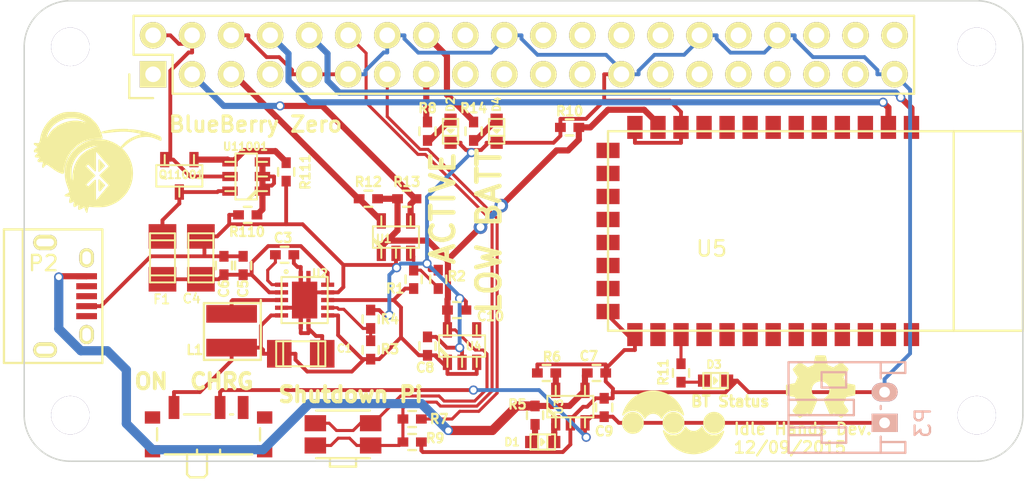
<source format=kicad_pcb>
(kicad_pcb (version 20171130) (host pcbnew "(5.1.12)-1")

  (general
    (thickness 1.6)
    (drawings 18)
    (tracks 487)
    (zones 0)
    (modules 50)
    (nets 81)
  )

  (page A4)
  (layers
    (0 F.Cu signal)
    (31 B.Cu signal)
    (32 B.Adhes user)
    (33 F.Adhes user)
    (34 B.Paste user)
    (35 F.Paste user)
    (36 B.SilkS user)
    (37 F.SilkS user)
    (38 B.Mask user)
    (39 F.Mask user)
    (40 Dwgs.User user hide)
    (41 Cmts.User user)
    (42 Eco1.User user)
    (43 Eco2.User user)
    (44 Edge.Cuts user)
    (45 Margin user)
    (46 B.CrtYd user)
    (47 F.CrtYd user)
    (48 B.Fab user)
    (49 F.Fab user)
  )

  (setup
    (last_trace_width 0.25)
    (user_trace_width 0.2)
    (user_trace_width 0.4)
    (user_trace_width 0.6)
    (user_trace_width 0.8)
    (user_trace_width 1)
    (trace_clearance 0.13)
    (zone_clearance 0.13)
    (zone_45_only yes)
    (trace_min 0.2)
    (via_size 0.6)
    (via_drill 0.4)
    (via_min_size 0.4)
    (via_min_drill 0.3)
    (user_via 0.6 0.3)
    (user_via 0.89 0.5)
    (uvia_size 0.3)
    (uvia_drill 0.1)
    (uvias_allowed no)
    (uvia_min_size 0.2)
    (uvia_min_drill 0.1)
    (edge_width 0.1)
    (segment_width 0.2)
    (pcb_text_width 0.3)
    (pcb_text_size 1.5 1.5)
    (mod_edge_width 0.15)
    (mod_text_size 1 1)
    (mod_text_width 0.15)
    (pad_size 1.5 1.5)
    (pad_drill 0.6)
    (pad_to_mask_clearance 0)
    (aux_axis_origin 0 0)
    (visible_elements 7FFFFF7F)
    (pcbplotparams
      (layerselection 0x00030_80000001)
      (usegerberextensions false)
      (usegerberattributes true)
      (usegerberadvancedattributes true)
      (creategerberjobfile true)
      (excludeedgelayer true)
      (linewidth 0.100000)
      (plotframeref false)
      (viasonmask false)
      (mode 1)
      (useauxorigin false)
      (hpglpennumber 1)
      (hpglpenspeed 20)
      (hpglpendiameter 15.000000)
      (psnegative false)
      (psa4output false)
      (plotreference true)
      (plotvalue true)
      (plotinvisibletext false)
      (padsonsilk false)
      (subtractmaskfromsilk false)
      (outputformat 1)
      (mirror false)
      (drillshape 1)
      (scaleselection 1)
      (outputdirectory ""))
  )

  (net 0 "")
  (net 1 /VBATT)
  (net 2 GND)
  (net 3 "Net-(C3-Pad1)")
  (net 4 /BATT5V)
  (net 5 /USB5V)
  (net 6 /BATT)
  (net 7 +3V3)
  (net 8 "Net-(D1-Pad2)")
  (net 9 "Net-(D1-Pad1)")
  (net 10 "Net-(D2-Pad2)")
  (net 11 "Net-(D3-Pad2)")
  (net 12 +5V)
  (net 13 "Net-(L1-Pad2)")
  (net 14 "Net-(P1-Pad1)")
  (net 15 /sheet56654A17/5V_MCU)
  (net 16 /PI_I2C_SDA)
  (net 17 /PI_I2C_SCL)
  (net 18 "Net-(P1-Pad7)")
  (net 19 /PI_UART_TXD)
  (net 20 /PI_UART_RXD)
  (net 21 /UVSHUTDOWN)
  (net 22 /SHUTDOWN)
  (net 23 /SAFESHUT_LED)
  (net 24 "Net-(P1-Pad17)")
  (net 25 "Net-(P1-Pad18)")
  (net 26 "Net-(P1-Pad19)")
  (net 27 "Net-(P1-Pad21)")
  (net 28 "Net-(P1-Pad22)")
  (net 29 "Net-(P1-Pad23)")
  (net 30 "Net-(P1-Pad24)")
  (net 31 "Net-(P1-Pad26)")
  (net 32 "Net-(P1-Pad27)")
  (net 33 "Net-(P1-Pad28)")
  (net 34 "Net-(P1-Pad29)")
  (net 35 "Net-(P1-Pad31)")
  (net 36 "Net-(P1-Pad32)")
  (net 37 "Net-(P1-Pad33)")
  (net 38 "Net-(P1-Pad35)")
  (net 39 "Net-(P1-Pad36)")
  (net 40 "Net-(P1-Pad37)")
  (net 41 "Net-(P1-Pad38)")
  (net 42 "Net-(P1-Pad40)")
  (net 43 "Net-(P2-Pad2)")
  (net 44 "Net-(P2-Pad3)")
  (net 45 "Net-(P2-Pad5)")
  (net 46 "Net-(Q11001-Pad1)")
  (net 47 "Net-(R1-Pad2)")
  (net 48 /UVLO)
  (net 49 "Net-(R6-Pad1)")
  (net 50 "Net-(R11-Pad2)")
  (net 51 "Net-(SW1-Pad3)")
  (net 52 "Net-(U5-Pad34)")
  (net 53 "Net-(U5-Pad10)")
  (net 54 "Net-(U5-Pad9)")
  (net 55 "Net-(U5-Pad5)")
  (net 56 "Net-(U5-Pad6)")
  (net 57 "Net-(U5-Pad7)")
  (net 58 "Net-(U5-Pad8)")
  (net 59 "Net-(U5-Pad4)")
  (net 60 "Net-(U5-Pad3)")
  (net 61 "Net-(U5-Pad33)")
  (net 62 "Net-(U5-Pad32)")
  (net 63 "Net-(U5-Pad31)")
  (net 64 "Net-(U5-Pad30)")
  (net 65 "Net-(U5-Pad26)")
  (net 66 "Net-(U5-Pad27)")
  (net 67 "Net-(U5-Pad28)")
  (net 68 "Net-(U5-Pad29)")
  (net 69 "Net-(U5-Pad25)")
  (net 70 "Net-(U5-Pad23)")
  (net 71 "Net-(U5-Pad20)")
  (net 72 "Net-(U5-Pad14)")
  (net 73 "Net-(U5-Pad15)")
  (net 74 "Net-(U5-Pad18)")
  (net 75 "Net-(U5-Pad19)")
  (net 76 "Net-(U5-Pad17)")
  (net 77 "Net-(U5-Pad16)")
  (net 78 "Net-(D4-Pad2)")
  (net 79 /LOW_BATT_LED)
  (net 80 "Net-(R110-Pad1)")

  (net_class Default "This is the default net class."
    (clearance 0.13)
    (trace_width 0.25)
    (via_dia 0.6)
    (via_drill 0.4)
    (uvia_dia 0.3)
    (uvia_drill 0.1)
    (add_net +3V3)
    (add_net +5V)
    (add_net /BATT)
    (add_net /BATT5V)
    (add_net /LOW_BATT_LED)
    (add_net /PI_I2C_SCL)
    (add_net /PI_I2C_SDA)
    (add_net /PI_UART_RXD)
    (add_net /PI_UART_TXD)
    (add_net /SAFESHUT_LED)
    (add_net /SHUTDOWN)
    (add_net /USB5V)
    (add_net /UVLO)
    (add_net /UVSHUTDOWN)
    (add_net /VBATT)
    (add_net /sheet56654A17/5V_MCU)
    (add_net GND)
    (add_net "Net-(C3-Pad1)")
    (add_net "Net-(D1-Pad1)")
    (add_net "Net-(D1-Pad2)")
    (add_net "Net-(D2-Pad2)")
    (add_net "Net-(D3-Pad2)")
    (add_net "Net-(D4-Pad2)")
    (add_net "Net-(L1-Pad2)")
    (add_net "Net-(P1-Pad1)")
    (add_net "Net-(P1-Pad17)")
    (add_net "Net-(P1-Pad18)")
    (add_net "Net-(P1-Pad19)")
    (add_net "Net-(P1-Pad21)")
    (add_net "Net-(P1-Pad22)")
    (add_net "Net-(P1-Pad23)")
    (add_net "Net-(P1-Pad24)")
    (add_net "Net-(P1-Pad26)")
    (add_net "Net-(P1-Pad27)")
    (add_net "Net-(P1-Pad28)")
    (add_net "Net-(P1-Pad29)")
    (add_net "Net-(P1-Pad31)")
    (add_net "Net-(P1-Pad32)")
    (add_net "Net-(P1-Pad33)")
    (add_net "Net-(P1-Pad35)")
    (add_net "Net-(P1-Pad36)")
    (add_net "Net-(P1-Pad37)")
    (add_net "Net-(P1-Pad38)")
    (add_net "Net-(P1-Pad40)")
    (add_net "Net-(P1-Pad7)")
    (add_net "Net-(P2-Pad2)")
    (add_net "Net-(P2-Pad3)")
    (add_net "Net-(P2-Pad5)")
    (add_net "Net-(Q11001-Pad1)")
    (add_net "Net-(R1-Pad2)")
    (add_net "Net-(R11-Pad2)")
    (add_net "Net-(R110-Pad1)")
    (add_net "Net-(R6-Pad1)")
    (add_net "Net-(SW1-Pad3)")
    (add_net "Net-(U5-Pad10)")
    (add_net "Net-(U5-Pad14)")
    (add_net "Net-(U5-Pad15)")
    (add_net "Net-(U5-Pad16)")
    (add_net "Net-(U5-Pad17)")
    (add_net "Net-(U5-Pad18)")
    (add_net "Net-(U5-Pad19)")
    (add_net "Net-(U5-Pad20)")
    (add_net "Net-(U5-Pad23)")
    (add_net "Net-(U5-Pad25)")
    (add_net "Net-(U5-Pad26)")
    (add_net "Net-(U5-Pad27)")
    (add_net "Net-(U5-Pad28)")
    (add_net "Net-(U5-Pad29)")
    (add_net "Net-(U5-Pad3)")
    (add_net "Net-(U5-Pad30)")
    (add_net "Net-(U5-Pad31)")
    (add_net "Net-(U5-Pad32)")
    (add_net "Net-(U5-Pad33)")
    (add_net "Net-(U5-Pad34)")
    (add_net "Net-(U5-Pad4)")
    (add_net "Net-(U5-Pad5)")
    (add_net "Net-(U5-Pad6)")
    (add_net "Net-(U5-Pad7)")
    (add_net "Net-(U5-Pad8)")
    (add_net "Net-(U5-Pad9)")
  )

  (module project_footprints:HC-06 (layer F.Cu) (tedit 56685606) (tstamp 5667DD33)
    (at 165.25 84.25 270)
    (path /5667C338)
    (fp_text reference U5 (at 1.15 -6.24) (layer F.SilkS)
      (effects (font (size 1 1) (thickness 0.15)))
    )
    (fp_text value HC-06 (at 1.15 3.76 270) (layer F.Fab) hide
      (effects (font (size 1 1) (thickness 0.15)))
    )
    (fp_line (start 6.5 0.5) (end -6.5 0.5) (layer F.SilkS) (width 0.15))
    (fp_line (start 6.5 -26.5) (end 6.5 0.5) (layer F.SilkS) (width 0.15))
    (fp_line (start -6.5 -26.5) (end 6.5 -26.5) (layer F.SilkS) (width 0.15))
    (fp_line (start -6.5 0.5) (end -6.5 -26.5) (layer F.SilkS) (width 0.15))
    (fp_line (start -6.5 -22) (end 6.5 -22) (layer F.SilkS) (width 0.15))
    (pad 34 smd rect (at 6.75 -19.25) (size 1 1.5) (layers F.Cu F.Paste F.Mask)
      (net 52 "Net-(U5-Pad34)"))
    (pad 21 smd rect (at 5.25 0.5 270) (size 1 1.5) (layers F.Cu F.Paste F.Mask)
      (net 2 GND))
    (pad 13 smd rect (at -6.75 -1.25) (size 1 1.5) (layers F.Cu F.Paste F.Mask)
      (net 2 GND))
    (pad 12 smd rect (at -6.75 -2.75) (size 1 1.5) (layers F.Cu F.Paste F.Mask)
      (net 7 +3V3))
    (pad 11 smd rect (at -6.75 -4.25) (size 1 1.5) (layers F.Cu F.Paste F.Mask)
      (net 2 GND))
    (pad 10 smd rect (at -6.75 -5.75) (size 1 1.5) (layers F.Cu F.Paste F.Mask)
      (net 53 "Net-(U5-Pad10)"))
    (pad 9 smd rect (at -6.75 -7.25) (size 1 1.5) (layers F.Cu F.Paste F.Mask)
      (net 54 "Net-(U5-Pad9)"))
    (pad 5 smd rect (at -6.75 -13.25) (size 1 1.5) (layers F.Cu F.Paste F.Mask)
      (net 55 "Net-(U5-Pad5)"))
    (pad 6 smd rect (at -6.75 -11.75) (size 1 1.5) (layers F.Cu F.Paste F.Mask)
      (net 56 "Net-(U5-Pad6)"))
    (pad 7 smd rect (at -6.75 -10.25) (size 1 1.5) (layers F.Cu F.Paste F.Mask)
      (net 57 "Net-(U5-Pad7)"))
    (pad 8 smd rect (at -6.75 -8.75) (size 1 1.5) (layers F.Cu F.Paste F.Mask)
      (net 58 "Net-(U5-Pad8)"))
    (pad 4 smd rect (at -6.75 -14.75) (size 1 1.5) (layers F.Cu F.Paste F.Mask)
      (net 59 "Net-(U5-Pad4)"))
    (pad 3 smd rect (at -6.75 -16.25) (size 1 1.5) (layers F.Cu F.Paste F.Mask)
      (net 60 "Net-(U5-Pad3)"))
    (pad 2 smd rect (at -6.75 -17.75) (size 1 1.5) (layers F.Cu F.Paste F.Mask)
      (net 19 /PI_UART_TXD))
    (pad 1 smd rect (at -6.75 -19.25) (size 1 1.5) (layers F.Cu F.Paste F.Mask)
      (net 20 /PI_UART_RXD))
    (pad 33 smd rect (at 6.75 -17.75) (size 1 1.5) (layers F.Cu F.Paste F.Mask)
      (net 61 "Net-(U5-Pad33)"))
    (pad 32 smd rect (at 6.75 -16.25) (size 1 1.5) (layers F.Cu F.Paste F.Mask)
      (net 62 "Net-(U5-Pad32)"))
    (pad 31 smd rect (at 6.75 -14.75) (size 1 1.5) (layers F.Cu F.Paste F.Mask)
      (net 63 "Net-(U5-Pad31)"))
    (pad 30 smd rect (at 6.75 -13.25) (size 1 1.5) (layers F.Cu F.Paste F.Mask)
      (net 64 "Net-(U5-Pad30)"))
    (pad 26 smd rect (at 6.75 -7.25) (size 1 1.5) (layers F.Cu F.Paste F.Mask)
      (net 65 "Net-(U5-Pad26)"))
    (pad 27 smd rect (at 6.75 -8.75) (size 1 1.5) (layers F.Cu F.Paste F.Mask)
      (net 66 "Net-(U5-Pad27)"))
    (pad 28 smd rect (at 6.75 -10.25) (size 1 1.5) (layers F.Cu F.Paste F.Mask)
      (net 67 "Net-(U5-Pad28)"))
    (pad 29 smd rect (at 6.75 -11.75) (size 1 1.5) (layers F.Cu F.Paste F.Mask)
      (net 68 "Net-(U5-Pad29)"))
    (pad 25 smd rect (at 6.75 -5.75) (size 1 1.5) (layers F.Cu F.Paste F.Mask)
      (net 69 "Net-(U5-Pad25)"))
    (pad 24 smd rect (at 6.75 -4.25) (size 1 1.5) (layers F.Cu F.Paste F.Mask)
      (net 50 "Net-(R11-Pad2)"))
    (pad 23 smd rect (at 6.75 -2.75) (size 1 1.5) (layers F.Cu F.Paste F.Mask)
      (net 70 "Net-(U5-Pad23)"))
    (pad 22 smd rect (at 6.75 -1.25) (size 1 1.5) (layers F.Cu F.Paste F.Mask)
      (net 2 GND))
    (pad 20 smd rect (at 3.75 0.5 270) (size 1 1.5) (layers F.Cu F.Paste F.Mask)
      (net 71 "Net-(U5-Pad20)"))
    (pad 14 smd rect (at -5.25 0.5 270) (size 1 1.5) (layers F.Cu F.Paste F.Mask)
      (net 72 "Net-(U5-Pad14)"))
    (pad 15 smd rect (at -3.75 0.5 270) (size 1 1.5) (layers F.Cu F.Paste F.Mask)
      (net 73 "Net-(U5-Pad15)"))
    (pad 18 smd rect (at 0.75 0.5 270) (size 1 1.5) (layers F.Cu F.Paste F.Mask)
      (net 74 "Net-(U5-Pad18)"))
    (pad 19 smd rect (at 2.25 0.5 270) (size 1 1.5) (layers F.Cu F.Paste F.Mask)
      (net 75 "Net-(U5-Pad19)"))
    (pad 17 smd rect (at -0.75 0.5 270) (size 1 1.5) (layers F.Cu F.Paste F.Mask)
      (net 76 "Net-(U5-Pad17)"))
    (pad 16 smd rect (at -2.25 0.5 270) (size 1 1.5) (layers F.Cu F.Paste F.Mask)
      (net 77 "Net-(U5-Pad16)"))
  )

  (module project_footprints:MountingHole_2.5mm locked (layer F.Cu) (tedit 56684CFC) (tstamp 56689CCF)
    (at 129.75 96.25)
    (descr "Mounting hole, Befestigungsbohrung, 3mm, No Annular, Kein Restring,")
    (tags "Mounting hole, Befestigungsbohrung, 3mm, No Annular, Kein Restring,")
    (fp_text reference REF**_4 (at 0 -4.0005) (layer F.SilkS) hide
      (effects (font (size 0.5 0.5) (thickness 0.125)))
    )
    (fp_text value MountingHole_2.4mm (at 1.00076 5.00126) (layer F.Fab) hide
      (effects (font (size 0.5 0.5) (thickness 0.125)))
    )
    (fp_circle (center 0 0) (end 2.7 0) (layer Cmts.User) (width 0.381))
    (pad 1 thru_hole circle (at 0 0) (size 2.5 2.5) (drill 2.5) (layers *.Cu))
  )

  (module project_footprints:MountingHole_2.5mm locked (layer F.Cu) (tedit 56684CFC) (tstamp 56689CCA)
    (at 188.75 96.25)
    (descr "Mounting hole, Befestigungsbohrung, 3mm, No Annular, Kein Restring,")
    (tags "Mounting hole, Befestigungsbohrung, 3mm, No Annular, Kein Restring,")
    (fp_text reference REF**_3 (at 0 -4.0005) (layer F.SilkS) hide
      (effects (font (size 0.5 0.5) (thickness 0.125)))
    )
    (fp_text value MountingHole_2.4mm (at 1.00076 5.00126) (layer F.Fab) hide
      (effects (font (size 0.5 0.5) (thickness 0.125)))
    )
    (fp_circle (center 0 0) (end 2.7 0) (layer Cmts.User) (width 0.381))
    (pad 1 thru_hole circle (at 0 0) (size 2.5 2.5) (drill 2.5) (layers *.Cu))
  )

  (module project_footprints:MountingHole_2.5mm locked (layer F.Cu) (tedit 56684CFC) (tstamp 56689CC5)
    (at 188.75 72.25)
    (descr "Mounting hole, Befestigungsbohrung, 3mm, No Annular, Kein Restring,")
    (tags "Mounting hole, Befestigungsbohrung, 3mm, No Annular, Kein Restring,")
    (fp_text reference REF**_2 (at 0 -4.0005) (layer F.SilkS) hide
      (effects (font (size 0.5 0.5) (thickness 0.125)))
    )
    (fp_text value MountingHole_2.4mm (at 1.00076 5.00126) (layer F.Fab) hide
      (effects (font (size 0.5 0.5) (thickness 0.125)))
    )
    (fp_circle (center 0 0) (end 2.7 0) (layer Cmts.User) (width 0.381))
    (pad 1 thru_hole circle (at 0 0) (size 2.5 2.5) (drill 2.5) (layers *.Cu))
  )

  (module project_footprint:c_1206 (layer F.Cu) (tedit 54D27DF1) (tstamp 5667DBA4)
    (at 144.75 92.25 180)
    (descr "SMT capacitor, 1206")
    (path /566618B6)
    (fp_text reference C1 (at -2.85 0.35 180) (layer F.SilkS)
      (effects (font (size 0.50038 0.50038) (thickness 0.11938)))
    )
    (fp_text value 10uF (at 62.025 82.475 180) (layer F.SilkS) hide
      (effects (font (size 0.50038 0.50038) (thickness 0.11938)))
    )
    (fp_line (start 1.6002 -0.8128) (end -1.6002 -0.8128) (layer F.SilkS) (width 0.127))
    (fp_line (start 1.6002 0.8128) (end 1.6002 -0.8128) (layer F.SilkS) (width 0.127))
    (fp_line (start -1.6002 0.8128) (end 1.6002 0.8128) (layer F.SilkS) (width 0.127))
    (fp_line (start -1.6002 -0.8128) (end -1.6002 0.8128) (layer F.SilkS) (width 0.127))
    (fp_line (start -1.143 -0.8128) (end -1.143 0.8128) (layer F.SilkS) (width 0.127))
    (fp_line (start 1.143 0.8128) (end 1.143 -0.8128) (layer F.SilkS) (width 0.127))
    (pad 1 smd rect (at 1.397 0 180) (size 1.6002 1.8034) (layers F.Cu F.Paste F.Mask)
      (net 1 /VBATT))
    (pad 2 smd rect (at -1.397 0 180) (size 1.6002 1.8034) (layers F.Cu F.Paste F.Mask)
      (net 2 GND))
    (model smd/capacitors/c_1206.wrl
      (at (xyz 0 0 0))
      (scale (xyz 1 1 1))
      (rotate (xyz 0 0 0))
    )
  )

  (module project_footprint:C_0402_Hand (layer F.Cu) (tedit 56687236) (tstamp 5667DBB0)
    (at 143.7 85.8)
    (descr "Resistor SMD 0402, reflow soldering, Vishay (see dcrcw.pdf)")
    (tags "resistor 0402")
    (path /56661A66)
    (attr smd)
    (fp_text reference C3 (at -0.1 -1.1) (layer F.SilkS)
      (effects (font (size 0.6 0.6) (thickness 0.15)))
    )
    (fp_text value 0.1uF (at 0 1.8) (layer F.Fab) hide
      (effects (font (size 1 1) (thickness 0.15)))
    )
    (fp_line (start -0.25 0.525) (end 0.25 0.525) (layer F.SilkS) (width 0.15))
    (fp_line (start 0.25 -0.525) (end -0.25 -0.525) (layer F.SilkS) (width 0.15))
    (fp_line (start 0.95 -0.65) (end 0.95 0.65) (layer F.CrtYd) (width 0.05))
    (fp_line (start -0.95 -0.65) (end -0.95 0.65) (layer F.CrtYd) (width 0.05))
    (fp_line (start -0.95 0.65) (end 0.95 0.65) (layer F.CrtYd) (width 0.05))
    (fp_line (start -0.95 -0.65) (end 0.95 -0.65) (layer F.CrtYd) (width 0.05))
    (pad 1 smd rect (at -0.6 0) (size 0.7 0.6) (layers F.Cu F.Paste F.Mask)
      (net 3 "Net-(C3-Pad1)"))
    (pad 2 smd rect (at 0.6 0) (size 0.7 0.6) (layers F.Cu F.Paste F.Mask)
      (net 2 GND))
    (model Resistors_SMD.3dshapes/R_0402.wrl
      (at (xyz 0 0 0))
      (scale (xyz 1 1 1))
      (rotate (xyz 0 0 0))
    )
  )

  (module project_footprint:C_0402_Hand (layer F.Cu) (tedit 56687233) (tstamp 5667DBC2)
    (at 139.75 86.5 90)
    (descr "Resistor SMD 0402, reflow soldering, Vishay (see dcrcw.pdf)")
    (tags "resistor 0402")
    (path /5666294E)
    (attr smd)
    (fp_text reference C6 (at -1.5 0 90) (layer F.SilkS)
      (effects (font (size 0.6 0.6) (thickness 0.15)))
    )
    (fp_text value 0.1uF (at 0 1.8 90) (layer F.Fab) hide
      (effects (font (size 1 1) (thickness 0.15)))
    )
    (fp_line (start -0.25 0.525) (end 0.25 0.525) (layer F.SilkS) (width 0.15))
    (fp_line (start 0.25 -0.525) (end -0.25 -0.525) (layer F.SilkS) (width 0.15))
    (fp_line (start 0.95 -0.65) (end 0.95 0.65) (layer F.CrtYd) (width 0.05))
    (fp_line (start -0.95 -0.65) (end -0.95 0.65) (layer F.CrtYd) (width 0.05))
    (fp_line (start -0.95 0.65) (end 0.95 0.65) (layer F.CrtYd) (width 0.05))
    (fp_line (start -0.95 -0.65) (end 0.95 -0.65) (layer F.CrtYd) (width 0.05))
    (pad 1 smd rect (at -0.6 0 90) (size 0.7 0.6) (layers F.Cu F.Paste F.Mask)
      (net 4 /BATT5V))
    (pad 2 smd rect (at 0.6 0 90) (size 0.7 0.6) (layers F.Cu F.Paste F.Mask)
      (net 2 GND))
    (model Resistors_SMD.3dshapes/R_0402.wrl
      (at (xyz 0 0 0))
      (scale (xyz 1 1 1))
      (rotate (xyz 0 0 0))
    )
  )

  (module project_footprint:C_0402_Hand (layer F.Cu) (tedit 5668718B) (tstamp 5667DBC8)
    (at 164 93.5)
    (descr "Resistor SMD 0402, reflow soldering, Vishay (see dcrcw.pdf)")
    (tags "resistor 0402")
    (path /566808E4)
    (attr smd)
    (fp_text reference C7 (at -0.5 -1.1) (layer F.SilkS)
      (effects (font (size 0.6 0.6) (thickness 0.15)))
    )
    (fp_text value 4.7uF (at 0 1.8) (layer F.Fab) hide
      (effects (font (size 1 1) (thickness 0.15)))
    )
    (fp_line (start -0.25 0.525) (end 0.25 0.525) (layer F.SilkS) (width 0.15))
    (fp_line (start 0.25 -0.525) (end -0.25 -0.525) (layer F.SilkS) (width 0.15))
    (fp_line (start 0.95 -0.65) (end 0.95 0.65) (layer F.CrtYd) (width 0.05))
    (fp_line (start -0.95 -0.65) (end -0.95 0.65) (layer F.CrtYd) (width 0.05))
    (fp_line (start -0.95 0.65) (end 0.95 0.65) (layer F.CrtYd) (width 0.05))
    (fp_line (start -0.95 -0.65) (end 0.95 -0.65) (layer F.CrtYd) (width 0.05))
    (pad 1 smd rect (at -0.6 0) (size 0.7 0.6) (layers F.Cu F.Paste F.Mask)
      (net 5 /USB5V))
    (pad 2 smd rect (at 0.6 0) (size 0.7 0.6) (layers F.Cu F.Paste F.Mask)
      (net 2 GND))
    (model Resistors_SMD.3dshapes/R_0402.wrl
      (at (xyz 0 0 0))
      (scale (xyz 1 1 1))
      (rotate (xyz 0 0 0))
    )
  )

  (module project_footprint:C_0402_Hand (layer F.Cu) (tedit 7FFFFFFF) (tstamp 5667DBCE)
    (at 153 91.75 90)
    (descr "Resistor SMD 0402, reflow soldering, Vishay (see dcrcw.pdf)")
    (tags "resistor 0402")
    (path /5667F7B6)
    (attr smd)
    (fp_text reference C8 (at -1.4 -0.15 180) (layer F.SilkS)
      (effects (font (size 0.6 0.6) (thickness 0.15)))
    )
    (fp_text value 1.0uf (at 0 1.8 90) (layer F.Fab) hide
      (effects (font (size 1 1) (thickness 0.15)))
    )
    (fp_line (start -0.25 0.525) (end 0.25 0.525) (layer F.SilkS) (width 0.15))
    (fp_line (start 0.25 -0.525) (end -0.25 -0.525) (layer F.SilkS) (width 0.15))
    (fp_line (start 0.95 -0.65) (end 0.95 0.65) (layer F.CrtYd) (width 0.05))
    (fp_line (start -0.95 -0.65) (end -0.95 0.65) (layer F.CrtYd) (width 0.05))
    (fp_line (start -0.95 0.65) (end 0.95 0.65) (layer F.CrtYd) (width 0.05))
    (fp_line (start -0.95 -0.65) (end 0.95 -0.65) (layer F.CrtYd) (width 0.05))
    (pad 1 smd rect (at -0.6 0 90) (size 0.7 0.6) (layers F.Cu F.Paste F.Mask)
      (net 1 /VBATT))
    (pad 2 smd rect (at 0.6 0 90) (size 0.7 0.6) (layers F.Cu F.Paste F.Mask)
      (net 2 GND))
    (model Resistors_SMD.3dshapes/R_0402.wrl
      (at (xyz 0 0 0))
      (scale (xyz 1 1 1))
      (rotate (xyz 0 0 0))
    )
  )

  (module project_footprint:C_0402_Hand (layer F.Cu) (tedit 56687186) (tstamp 5667DBD4)
    (at 164.5 95.75 90)
    (descr "Resistor SMD 0402, reflow soldering, Vishay (see dcrcw.pdf)")
    (tags "resistor 0402")
    (path /56681893)
    (attr smd)
    (fp_text reference C9 (at -1.55 0 180) (layer F.SilkS)
      (effects (font (size 0.6 0.6) (thickness 0.15)))
    )
    (fp_text value 4.7uF (at 0 1.8 90) (layer F.Fab) hide
      (effects (font (size 1 1) (thickness 0.15)))
    )
    (fp_line (start -0.25 0.525) (end 0.25 0.525) (layer F.SilkS) (width 0.15))
    (fp_line (start 0.25 -0.525) (end -0.25 -0.525) (layer F.SilkS) (width 0.15))
    (fp_line (start 0.95 -0.65) (end 0.95 0.65) (layer F.CrtYd) (width 0.05))
    (fp_line (start -0.95 -0.65) (end -0.95 0.65) (layer F.CrtYd) (width 0.05))
    (fp_line (start -0.95 0.65) (end 0.95 0.65) (layer F.CrtYd) (width 0.05))
    (fp_line (start -0.95 -0.65) (end 0.95 -0.65) (layer F.CrtYd) (width 0.05))
    (pad 1 smd rect (at -0.6 0 90) (size 0.7 0.6) (layers F.Cu F.Paste F.Mask)
      (net 6 /BATT))
    (pad 2 smd rect (at 0.6 0 90) (size 0.7 0.6) (layers F.Cu F.Paste F.Mask)
      (net 2 GND))
    (model Resistors_SMD.3dshapes/R_0402.wrl
      (at (xyz 0 0 0))
      (scale (xyz 1 1 1))
      (rotate (xyz 0 0 0))
    )
  )

  (module project_footprint:C_0402_Hand (layer F.Cu) (tedit 566876DF) (tstamp 5667DBDA)
    (at 154.9 89.4)
    (descr "Resistor SMD 0402, reflow soldering, Vishay (see dcrcw.pdf)")
    (tags "resistor 0402")
    (path /5667F7D0)
    (attr smd)
    (fp_text reference C10 (at 2.2 0.4) (layer F.SilkS)
      (effects (font (size 0.6 0.6) (thickness 0.15)))
    )
    (fp_text value 1.0uf (at 0 1.8) (layer F.Fab) hide
      (effects (font (size 1 1) (thickness 0.15)))
    )
    (fp_line (start -0.25 0.525) (end 0.25 0.525) (layer F.SilkS) (width 0.15))
    (fp_line (start 0.25 -0.525) (end -0.25 -0.525) (layer F.SilkS) (width 0.15))
    (fp_line (start 0.95 -0.65) (end 0.95 0.65) (layer F.CrtYd) (width 0.05))
    (fp_line (start -0.95 -0.65) (end -0.95 0.65) (layer F.CrtYd) (width 0.05))
    (fp_line (start -0.95 0.65) (end 0.95 0.65) (layer F.CrtYd) (width 0.05))
    (fp_line (start -0.95 -0.65) (end 0.95 -0.65) (layer F.CrtYd) (width 0.05))
    (pad 1 smd rect (at -0.6 0) (size 0.7 0.6) (layers F.Cu F.Paste F.Mask)
      (net 7 +3V3))
    (pad 2 smd rect (at 0.6 0) (size 0.7 0.6) (layers F.Cu F.Paste F.Mask)
      (net 2 GND))
    (model Resistors_SMD.3dshapes/R_0402.wrl
      (at (xyz 0 0 0))
      (scale (xyz 1 1 1))
      (rotate (xyz 0 0 0))
    )
  )

  (module project_footprints:Led_0603 (layer F.Cu) (tedit 5668548C) (tstamp 5667DBE6)
    (at 160.5 98)
    (descr "SMD LED, 0603")
    (path /5667E373)
    (fp_text reference D1 (at -2 0 180) (layer F.SilkS)
      (effects (font (size 0.5 0.5) (thickness 0.125)))
    )
    (fp_text value Led_Small (at -2 -1.2) (layer F.SilkS) hide
      (effects (font (size 0.9 0.9) (thickness 0.17)))
    )
    (fp_line (start -0.8001 0.50038) (end -0.8001 -0.50038) (layer F.SilkS) (width 0.127))
    (fp_line (start 0.8001 0.50038) (end -0.8001 0.50038) (layer F.SilkS) (width 0.127))
    (fp_line (start 0.8001 -0.50038) (end 0.8001 0.50038) (layer F.SilkS) (width 0.127))
    (fp_line (start -0.8001 -0.50038) (end 0.8001 -0.50038) (layer F.SilkS) (width 0.127))
    (fp_line (start 0.09906 0) (end -0.09906 -0.20066) (layer F.SilkS) (width 0.127))
    (fp_line (start -0.09906 0.20066) (end 0.09906 0) (layer F.SilkS) (width 0.127))
    (fp_line (start -0.09906 -0.20066) (end -0.09906 0.20066) (layer F.SilkS) (width 0.127))
    (fp_line (start 0 0.09906) (end 0 -0.09906) (layer F.SilkS) (width 0.127))
    (fp_line (start -0.29972 -0.50038) (end -0.29972 0.50038) (layer F.SilkS) (width 0.127))
    (fp_line (start 0.29972 0.50038) (end 0.29972 -0.50038) (layer F.SilkS) (width 0.127))
    (pad 2 smd rect (at -0.7493 0) (size 0.79756 0.79756) (layers F.Cu F.Paste F.Mask)
      (net 8 "Net-(D1-Pad2)"))
    (pad 1 smd rect (at 0.7493 0) (size 0.79756 0.79756) (layers F.Cu F.Paste F.Mask)
      (net 9 "Net-(D1-Pad1)"))
    (model walter/smd_leds/led_0603.wrl
      (at (xyz 0 0 0))
      (scale (xyz 1 1 1))
      (rotate (xyz 0 0 0))
    )
  )

  (module project_footprints:Led_0603 (layer F.Cu) (tedit 56685489) (tstamp 5667DBEC)
    (at 154.5 77.7493 270)
    (descr "SMD LED, 0603")
    (path /566BFD3D)
    (fp_text reference D2 (at -1.7493 0 90) (layer F.SilkS)
      (effects (font (size 0.5 0.5) (thickness 0.125)))
    )
    (fp_text value Led_Small (at -2 -1.2 270) (layer F.SilkS) hide
      (effects (font (size 0.9 0.9) (thickness 0.17)))
    )
    (fp_line (start -0.8001 0.50038) (end -0.8001 -0.50038) (layer F.SilkS) (width 0.127))
    (fp_line (start 0.8001 0.50038) (end -0.8001 0.50038) (layer F.SilkS) (width 0.127))
    (fp_line (start 0.8001 -0.50038) (end 0.8001 0.50038) (layer F.SilkS) (width 0.127))
    (fp_line (start -0.8001 -0.50038) (end 0.8001 -0.50038) (layer F.SilkS) (width 0.127))
    (fp_line (start 0.09906 0) (end -0.09906 -0.20066) (layer F.SilkS) (width 0.127))
    (fp_line (start -0.09906 0.20066) (end 0.09906 0) (layer F.SilkS) (width 0.127))
    (fp_line (start -0.09906 -0.20066) (end -0.09906 0.20066) (layer F.SilkS) (width 0.127))
    (fp_line (start 0 0.09906) (end 0 -0.09906) (layer F.SilkS) (width 0.127))
    (fp_line (start -0.29972 -0.50038) (end -0.29972 0.50038) (layer F.SilkS) (width 0.127))
    (fp_line (start 0.29972 0.50038) (end 0.29972 -0.50038) (layer F.SilkS) (width 0.127))
    (pad 2 smd rect (at -0.7493 0 270) (size 0.79756 0.79756) (layers F.Cu F.Paste F.Mask)
      (net 10 "Net-(D2-Pad2)"))
    (pad 1 smd rect (at 0.7493 0 270) (size 0.79756 0.79756) (layers F.Cu F.Paste F.Mask)
      (net 2 GND))
    (model walter/smd_leds/led_0603.wrl
      (at (xyz 0 0 0))
      (scale (xyz 1 1 1))
      (rotate (xyz 0 0 0))
    )
  )

  (module project_footprints:Led_0603 (layer F.Cu) (tedit 56685486) (tstamp 5667DBF2)
    (at 171.75 94)
    (descr "SMD LED, 0603")
    (path /56690079)
    (fp_text reference D3 (at -0.1 -1.05) (layer F.SilkS)
      (effects (font (size 0.5 0.5) (thickness 0.125)))
    )
    (fp_text value Led_Small (at -2 -1.2) (layer F.SilkS) hide
      (effects (font (size 0.9 0.9) (thickness 0.17)))
    )
    (fp_line (start -0.8001 0.50038) (end -0.8001 -0.50038) (layer F.SilkS) (width 0.127))
    (fp_line (start 0.8001 0.50038) (end -0.8001 0.50038) (layer F.SilkS) (width 0.127))
    (fp_line (start 0.8001 -0.50038) (end 0.8001 0.50038) (layer F.SilkS) (width 0.127))
    (fp_line (start -0.8001 -0.50038) (end 0.8001 -0.50038) (layer F.SilkS) (width 0.127))
    (fp_line (start 0.09906 0) (end -0.09906 -0.20066) (layer F.SilkS) (width 0.127))
    (fp_line (start -0.09906 0.20066) (end 0.09906 0) (layer F.SilkS) (width 0.127))
    (fp_line (start -0.09906 -0.20066) (end -0.09906 0.20066) (layer F.SilkS) (width 0.127))
    (fp_line (start 0 0.09906) (end 0 -0.09906) (layer F.SilkS) (width 0.127))
    (fp_line (start -0.29972 -0.50038) (end -0.29972 0.50038) (layer F.SilkS) (width 0.127))
    (fp_line (start 0.29972 0.50038) (end 0.29972 -0.50038) (layer F.SilkS) (width 0.127))
    (pad 2 smd rect (at -0.7493 0) (size 0.79756 0.79756) (layers F.Cu F.Paste F.Mask)
      (net 11 "Net-(D3-Pad2)"))
    (pad 1 smd rect (at 0.7493 0) (size 0.79756 0.79756) (layers F.Cu F.Paste F.Mask)
      (net 2 GND))
    (model walter/smd_leds/led_0603.wrl
      (at (xyz 0 0 0))
      (scale (xyz 1 1 1))
      (rotate (xyz 0 0 0))
    )
  )

  (module project_footprints:c_1206 (layer F.Cu) (tedit 56687250) (tstamp 5667DBF8)
    (at 135.75 86 270)
    (descr "SMT capacitor, 1206")
    (path /5664A53A)
    (fp_text reference F1 (at 2.7 0.05) (layer F.SilkS)
      (effects (font (size 0.6 0.6) (thickness 0.11938)))
    )
    (fp_text value FUSE (at 62.025 82.475 270) (layer F.SilkS) hide
      (effects (font (size 0.50038 0.50038) (thickness 0.11938)))
    )
    (fp_line (start 1.6002 -0.8128) (end -1.6002 -0.8128) (layer F.SilkS) (width 0.127))
    (fp_line (start 1.6002 0.8128) (end 1.6002 -0.8128) (layer F.SilkS) (width 0.127))
    (fp_line (start -1.6002 0.8128) (end 1.6002 0.8128) (layer F.SilkS) (width 0.127))
    (fp_line (start -1.6002 -0.8128) (end -1.6002 0.8128) (layer F.SilkS) (width 0.127))
    (fp_line (start -1.143 -0.8128) (end -1.143 0.8128) (layer F.SilkS) (width 0.127))
    (fp_line (start 1.143 0.8128) (end 1.143 -0.8128) (layer F.SilkS) (width 0.127))
    (pad 1 smd rect (at 1.397 0 270) (size 1.6002 1.8034) (layers F.Cu F.Paste F.Mask)
      (net 4 /BATT5V))
    (pad 2 smd rect (at -1.397 0 270) (size 1.6002 1.8034) (layers F.Cu F.Paste F.Mask)
      (net 12 +5V))
    (model smd/capacitors/c_1206.wrl
      (at (xyz 0 0 0))
      (scale (xyz 1 1 1))
      (rotate (xyz 0 0 0))
    )
  )

  (module project_footprints:I_1212 (layer F.Cu) (tedit 56687254) (tstamp 5667DBFE)
    (at 140.25 90.75 270)
    (descr "Capacitor SMD 0402, reflow soldering, AVX (see smccp.pdf)")
    (tags "capacitor 0402")
    (path /566641F4)
    (attr smd)
    (fp_text reference L1 (at 1.25 2.4) (layer F.SilkS)
      (effects (font (size 0.6 0.6) (thickness 0.15)))
    )
    (fp_text value 2.2uH (at 0 2.5 270) (layer F.Fab) hide
      (effects (font (size 1 1) (thickness 0.15)))
    )
    (fp_line (start -1.8 1.8) (end -1.8 -1.9) (layer F.SilkS) (width 0.15))
    (fp_line (start 1.9 1.8) (end -1.8 1.8) (layer F.SilkS) (width 0.15))
    (fp_line (start 1.9 -1.9) (end 1.9 1.8) (layer F.SilkS) (width 0.15))
    (fp_line (start -2 -1.9) (end 1.9 -1.9) (layer F.SilkS) (width 0.15))
    (pad 1 smd rect (at 1.1 0 270) (size 1.15 3.3) (layers F.Cu F.Paste F.Mask)
      (net 1 /VBATT))
    (pad 2 smd rect (at -1.1 0 270) (size 1.15 3.3) (layers F.Cu F.Paste F.Mask)
      (net 13 "Net-(L1-Pad2)"))
    (model Capacitors_SMD.3dshapes/C_0402.wrl
      (at (xyz 0 0 0))
      (scale (xyz 1 1 1))
      (rotate (xyz 0 0 0))
    )
  )

  (module Pin_Headers:Pin_Header_Straight_2x20 (layer F.Cu) (tedit 5668CA02) (tstamp 5667DC2A)
    (at 135.14 74.04 90)
    (descr "Through hole pin header")
    (tags "pin header")
    (path /56654A1E)
    (fp_text reference P1 (at -7.76 35.81 180) (layer F.SilkS) hide
      (effects (font (size 1 1) (thickness 0.15)))
    )
    (fp_text value Raspberry_Pi_+_Conn (at -2.46 6.86 180) (layer F.Fab) hide
      (effects (font (size 1 1) (thickness 0.15)))
    )
    (fp_line (start -1.55 -1.55) (end -1.55 0) (layer F.SilkS) (width 0.15))
    (fp_line (start 1.27 1.27) (end -1.27 1.27) (layer F.SilkS) (width 0.15))
    (fp_line (start 1.27 -1.27) (end 1.27 1.27) (layer F.SilkS) (width 0.15))
    (fp_line (start 0 -1.55) (end -1.55 -1.55) (layer F.SilkS) (width 0.15))
    (fp_line (start 3.81 -1.27) (end 1.27 -1.27) (layer F.SilkS) (width 0.15))
    (fp_line (start 3.81 49.53) (end -1.27 49.53) (layer F.SilkS) (width 0.15))
    (fp_line (start -1.27 1.27) (end -1.27 49.53) (layer F.SilkS) (width 0.15))
    (fp_line (start 3.81 49.53) (end 3.81 -1.27) (layer F.SilkS) (width 0.15))
    (fp_line (start -1.75 50.05) (end 4.3 50.05) (layer F.CrtYd) (width 0.05))
    (fp_line (start -1.75 -1.75) (end 4.3 -1.75) (layer F.CrtYd) (width 0.05))
    (fp_line (start 4.3 -1.75) (end 4.3 50.05) (layer F.CrtYd) (width 0.05))
    (fp_line (start -1.75 -1.75) (end -1.75 50.05) (layer F.CrtYd) (width 0.05))
    (pad 1 thru_hole rect (at 0 0 90) (size 1.7272 1.7272) (drill 1.016) (layers *.Cu *.Mask F.SilkS)
      (net 14 "Net-(P1-Pad1)"))
    (pad 2 thru_hole oval (at 2.54 0 90) (size 1.7272 1.7272) (drill 1.016) (layers *.Cu *.Mask F.SilkS)
      (net 15 /sheet56654A17/5V_MCU))
    (pad 3 thru_hole oval (at 0 2.54 90) (size 1.7272 1.7272) (drill 1.016) (layers *.Cu *.Mask F.SilkS)
      (net 16 /PI_I2C_SDA))
    (pad 4 thru_hole oval (at 2.54 2.54 90) (size 1.7272 1.7272) (drill 1.016) (layers *.Cu *.Mask F.SilkS)
      (net 15 /sheet56654A17/5V_MCU))
    (pad 5 thru_hole oval (at 0 5.08 90) (size 1.7272 1.7272) (drill 1.016) (layers *.Cu *.Mask F.SilkS)
      (net 17 /PI_I2C_SCL))
    (pad 6 thru_hole oval (at 2.54 5.08 90) (size 1.7272 1.7272) (drill 1.016) (layers *.Cu *.Mask F.SilkS)
      (net 2 GND))
    (pad 7 thru_hole oval (at 0 7.62 90) (size 1.7272 1.7272) (drill 1.016) (layers *.Cu *.Mask F.SilkS)
      (net 18 "Net-(P1-Pad7)"))
    (pad 8 thru_hole oval (at 2.54 7.62 90) (size 1.7272 1.7272) (drill 1.016) (layers *.Cu *.Mask F.SilkS)
      (net 19 /PI_UART_TXD))
    (pad 9 thru_hole oval (at 0 10.16 90) (size 1.7272 1.7272) (drill 1.016) (layers *.Cu *.Mask F.SilkS)
      (net 2 GND))
    (pad 10 thru_hole oval (at 2.54 10.16 90) (size 1.7272 1.7272) (drill 1.016) (layers *.Cu *.Mask F.SilkS)
      (net 20 /PI_UART_RXD))
    (pad 11 thru_hole oval (at 0 12.7 90) (size 1.7272 1.7272) (drill 1.016) (layers *.Cu *.Mask F.SilkS)
      (net 2 GND))
    (pad 12 thru_hole oval (at 2.54 12.7 90) (size 1.7272 1.7272) (drill 1.016) (layers *.Cu *.Mask F.SilkS)
      (net 21 /UVSHUTDOWN))
    (pad 13 thru_hole oval (at 0 15.24 90) (size 1.7272 1.7272) (drill 1.016) (layers *.Cu *.Mask F.SilkS)
      (net 22 /SHUTDOWN))
    (pad 14 thru_hole oval (at 2.54 15.24 90) (size 1.7272 1.7272) (drill 1.016) (layers *.Cu *.Mask F.SilkS)
      (net 2 GND))
    (pad 15 thru_hole oval (at 0 17.78 90) (size 1.7272 1.7272) (drill 1.016) (layers *.Cu *.Mask F.SilkS)
      (net 23 /SAFESHUT_LED))
    (pad 16 thru_hole oval (at 2.54 17.78 90) (size 1.7272 1.7272) (drill 1.016) (layers *.Cu *.Mask F.SilkS)
      (net 79 /LOW_BATT_LED))
    (pad 17 thru_hole oval (at 0 20.32 90) (size 1.7272 1.7272) (drill 1.016) (layers *.Cu *.Mask F.SilkS)
      (net 24 "Net-(P1-Pad17)"))
    (pad 18 thru_hole oval (at 2.54 20.32 90) (size 1.7272 1.7272) (drill 1.016) (layers *.Cu *.Mask F.SilkS)
      (net 25 "Net-(P1-Pad18)"))
    (pad 19 thru_hole oval (at 0 22.86 90) (size 1.7272 1.7272) (drill 1.016) (layers *.Cu *.Mask F.SilkS)
      (net 26 "Net-(P1-Pad19)"))
    (pad 20 thru_hole oval (at 2.54 22.86 90) (size 1.7272 1.7272) (drill 1.016) (layers *.Cu *.Mask F.SilkS)
      (net 2 GND))
    (pad 21 thru_hole oval (at 0 25.4 90) (size 1.7272 1.7272) (drill 1.016) (layers *.Cu *.Mask F.SilkS)
      (net 27 "Net-(P1-Pad21)"))
    (pad 22 thru_hole oval (at 2.54 25.4 90) (size 1.7272 1.7272) (drill 1.016) (layers *.Cu *.Mask F.SilkS)
      (net 28 "Net-(P1-Pad22)"))
    (pad 23 thru_hole oval (at 0 27.94 90) (size 1.7272 1.7272) (drill 1.016) (layers *.Cu *.Mask F.SilkS)
      (net 29 "Net-(P1-Pad23)"))
    (pad 24 thru_hole oval (at 2.54 27.94 90) (size 1.7272 1.7272) (drill 1.016) (layers *.Cu *.Mask F.SilkS)
      (net 30 "Net-(P1-Pad24)"))
    (pad 25 thru_hole oval (at 0 30.48 90) (size 1.7272 1.7272) (drill 1.016) (layers *.Cu *.Mask F.SilkS)
      (net 2 GND))
    (pad 26 thru_hole oval (at 2.54 30.48 90) (size 1.7272 1.7272) (drill 1.016) (layers *.Cu *.Mask F.SilkS)
      (net 31 "Net-(P1-Pad26)"))
    (pad 27 thru_hole oval (at 0 33.02 90) (size 1.7272 1.7272) (drill 1.016) (layers *.Cu *.Mask F.SilkS)
      (net 32 "Net-(P1-Pad27)"))
    (pad 28 thru_hole oval (at 2.54 33.02 90) (size 1.7272 1.7272) (drill 1.016) (layers *.Cu *.Mask F.SilkS)
      (net 33 "Net-(P1-Pad28)"))
    (pad 29 thru_hole oval (at 0 35.56 90) (size 1.7272 1.7272) (drill 1.016) (layers *.Cu *.Mask F.SilkS)
      (net 34 "Net-(P1-Pad29)"))
    (pad 30 thru_hole oval (at 2.54 35.56 90) (size 1.7272 1.7272) (drill 1.016) (layers *.Cu *.Mask F.SilkS)
      (net 2 GND))
    (pad 31 thru_hole oval (at 0 38.1 90) (size 1.7272 1.7272) (drill 1.016) (layers *.Cu *.Mask F.SilkS)
      (net 35 "Net-(P1-Pad31)"))
    (pad 32 thru_hole oval (at 2.54 38.1 90) (size 1.7272 1.7272) (drill 1.016) (layers *.Cu *.Mask F.SilkS)
      (net 36 "Net-(P1-Pad32)"))
    (pad 33 thru_hole oval (at 0 40.64 90) (size 1.7272 1.7272) (drill 1.016) (layers *.Cu *.Mask F.SilkS)
      (net 37 "Net-(P1-Pad33)"))
    (pad 34 thru_hole oval (at 2.54 40.64 90) (size 1.7272 1.7272) (drill 1.016) (layers *.Cu *.Mask F.SilkS)
      (net 2 GND))
    (pad 35 thru_hole oval (at 0 43.18 90) (size 1.7272 1.7272) (drill 1.016) (layers *.Cu *.Mask F.SilkS)
      (net 38 "Net-(P1-Pad35)"))
    (pad 36 thru_hole oval (at 2.54 43.18 90) (size 1.7272 1.7272) (drill 1.016) (layers *.Cu *.Mask F.SilkS)
      (net 39 "Net-(P1-Pad36)"))
    (pad 37 thru_hole oval (at 0 45.72 90) (size 1.7272 1.7272) (drill 1.016) (layers *.Cu *.Mask F.SilkS)
      (net 40 "Net-(P1-Pad37)"))
    (pad 38 thru_hole oval (at 2.54 45.72 90) (size 1.7272 1.7272) (drill 1.016) (layers *.Cu *.Mask F.SilkS)
      (net 41 "Net-(P1-Pad38)"))
    (pad 39 thru_hole oval (at 0 48.26 90) (size 1.7272 1.7272) (drill 1.016) (layers *.Cu *.Mask F.SilkS)
      (net 2 GND))
    (pad 40 thru_hole oval (at 2.54 48.26 90) (size 1.7272 1.7272) (drill 1.016) (layers *.Cu *.Mask F.SilkS)
      (net 42 "Net-(P1-Pad40)"))
    (model Pin_Headers.3dshapes/Pin_Header_Straight_2x20.wrl
      (offset (xyz 1.269999980926514 -24.12999963760376 0))
      (scale (xyz 1 1 1))
      (rotate (xyz 0 0 90))
    )
  )

  (module Connect:USB_Micro-B (layer F.Cu) (tedit 566855F2) (tstamp 5667DC40)
    (at 129.25 88.5 270)
    (descr "Micro USB Type B Receptacle")
    (tags "USB USB_B USB_micro USB_OTG")
    (path /5664AD6B)
    (attr smd)
    (fp_text reference P2 (at -2.15 1.25) (layer F.SilkS)
      (effects (font (size 1 1) (thickness 0.15)))
    )
    (fp_text value USB_B (at 0 4.8 270) (layer F.Fab) hide
      (effects (font (size 1 1) (thickness 0.15)))
    )
    (fp_line (start -4.3509 3.81746) (end -4.3509 -2.58754) (layer F.SilkS) (width 0.15))
    (fp_line (start 4.3491 2.58746) (end -4.3509 2.58746) (layer F.SilkS) (width 0.15))
    (fp_line (start 4.3491 -2.58754) (end 4.3491 3.81746) (layer F.SilkS) (width 0.15))
    (fp_line (start -4.3509 -2.58754) (end 4.3491 -2.58754) (layer F.SilkS) (width 0.15))
    (fp_line (start -4.3509 3.81746) (end 4.3491 3.81746) (layer F.SilkS) (width 0.15))
    (fp_line (start -4.6 4.05) (end -4.6 -2.8) (layer F.CrtYd) (width 0.05))
    (fp_line (start 4.6 4.05) (end -4.6 4.05) (layer F.CrtYd) (width 0.05))
    (fp_line (start 4.6 -2.8) (end 4.6 4.05) (layer F.CrtYd) (width 0.05))
    (fp_line (start -4.6 -2.8) (end 4.6 -2.8) (layer F.CrtYd) (width 0.05))
    (pad 1 smd rect (at -1.3009 -1.56254) (size 1.35 0.4) (layers F.Cu F.Paste F.Mask)
      (net 5 /USB5V))
    (pad 2 smd rect (at -0.6509 -1.56254) (size 1.35 0.4) (layers F.Cu F.Paste F.Mask)
      (net 43 "Net-(P2-Pad2)"))
    (pad 3 smd rect (at -0.0009 -1.56254) (size 1.35 0.4) (layers F.Cu F.Paste F.Mask)
      (net 44 "Net-(P2-Pad3)"))
    (pad 4 smd rect (at 0.6491 -1.56254) (size 1.35 0.4) (layers F.Cu F.Paste F.Mask)
      (net 2 GND))
    (pad 5 smd rect (at 1.2991 -1.56254) (size 1.35 0.4) (layers F.Cu F.Paste F.Mask)
      (net 45 "Net-(P2-Pad5)"))
    (pad 6 thru_hole oval (at -2.5009 -1.56254) (size 0.95 1.25) (drill oval 0.55 0.85) (layers *.Cu *.Mask F.SilkS))
    (pad 6 thru_hole oval (at 2.4991 -1.56254) (size 0.95 1.25) (drill oval 0.55 0.85) (layers *.Cu *.Mask F.SilkS))
    (pad 6 thru_hole oval (at -3.5009 1.13746) (size 1.55 1) (drill oval 1.15 0.5) (layers *.Cu *.Mask F.SilkS))
    (pad 6 thru_hole oval (at 3.4991 1.13746) (size 1.55 1) (drill oval 1.15 0.5) (layers *.Cu *.Mask F.SilkS))
  )

  (module project_footprints:SOT23 (layer F.Cu) (tedit 5601A768) (tstamp 5667DC4D)
    (at 136.848 80.6566 180)
    (descr SOT23)
    (path /56654A31/54F14605)
    (fp_text reference Q11001 (at -0.12488 0.0725 180) (layer F.SilkS)
      (effects (font (size 0.5 0.5) (thickness 0.125)))
    )
    (fp_text value BSS138 (at 0 0.3302 180) (layer F.SilkS) hide
      (effects (font (size 0.5 0.5) (thickness 0.125)))
    )
    (fp_line (start -1.4986 0.6985) (end -1.4986 -0.6985) (layer F.SilkS) (width 0.127))
    (fp_line (start 1.4986 0.6985) (end -1.4986 0.6985) (layer F.SilkS) (width 0.127))
    (fp_line (start 1.4986 -0.6985) (end 1.4986 0.6985) (layer F.SilkS) (width 0.127))
    (fp_line (start -1.4986 -0.6985) (end 1.4986 -0.6985) (layer F.SilkS) (width 0.127))
    (fp_line (start 0 -0.6985) (end 0 -1.3589) (layer F.SilkS) (width 0.127))
    (fp_line (start -0.9525 0.6985) (end -0.9525 1.3589) (layer F.SilkS) (width 0.127))
    (fp_line (start 0.9525 0.6985) (end 0.9525 1.3589) (layer F.SilkS) (width 0.127))
    (pad 1 smd rect (at -0.9525 1.05664 180) (size 0.59944 1.00076) (layers F.Cu F.Paste F.Mask)
      (net 46 "Net-(Q11001-Pad1)"))
    (pad 3 smd rect (at 0 -1.05664 180) (size 0.59944 1.00076) (layers F.Cu F.Paste F.Mask)
      (net 12 +5V))
    (pad 2 smd rect (at 0.9525 1.05664 180) (size 0.59944 1.00076) (layers F.Cu F.Paste F.Mask)
      (net 15 /sheet56654A17/5V_MCU))
    (model walter/smd_trans/sot23.wrl
      (at (xyz 0 0 0))
      (scale (xyz 1 1 1))
      (rotate (xyz 0 0 0))
    )
  )

  (module project_footprints:R_0402_Hand (layer F.Cu) (tedit 5668760F) (tstamp 5667DC53)
    (at 152.1 87.4 90)
    (descr "Resistor SMD 0402, reflow soldering, Vishay (see dcrcw.pdf)")
    (tags "resistor 0402")
    (path /5669DA77)
    (attr smd)
    (fp_text reference R1 (at -0.6 -1.2 180) (layer F.SilkS)
      (effects (font (size 0.6 0.6) (thickness 0.15)))
    )
    (fp_text value 470K (at 0 1.8 90) (layer F.Fab) hide
      (effects (font (size 1 1) (thickness 0.15)))
    )
    (fp_line (start -0.25 0.525) (end 0.25 0.525) (layer F.SilkS) (width 0.15))
    (fp_line (start 0.25 -0.525) (end -0.25 -0.525) (layer F.SilkS) (width 0.15))
    (fp_line (start 0.95 -0.65) (end 0.95 0.65) (layer F.CrtYd) (width 0.05))
    (fp_line (start -0.95 -0.65) (end -0.95 0.65) (layer F.CrtYd) (width 0.05))
    (fp_line (start -0.95 0.65) (end 0.95 0.65) (layer F.CrtYd) (width 0.05))
    (fp_line (start -0.95 -0.65) (end 0.95 -0.65) (layer F.CrtYd) (width 0.05))
    (pad 1 smd rect (at -0.6 0 90) (size 0.7 0.6) (layers F.Cu F.Paste F.Mask)
      (net 1 /VBATT))
    (pad 2 smd rect (at 0.6 0 90) (size 0.7 0.6) (layers F.Cu F.Paste F.Mask)
      (net 47 "Net-(R1-Pad2)"))
    (model Resistors_SMD.3dshapes/R_0402.wrl
      (at (xyz 0 0 0))
      (scale (xyz 1 1 1))
      (rotate (xyz 0 0 0))
    )
  )

  (module project_footprints:R_0402_Hand (layer F.Cu) (tedit 56687614) (tstamp 5667DC59)
    (at 153.7 87.4 90)
    (descr "Resistor SMD 0402, reflow soldering, Vishay (see dcrcw.pdf)")
    (tags "resistor 0402")
    (path /5669DA7D)
    (attr smd)
    (fp_text reference R2 (at 0.2 1.2) (layer F.SilkS)
      (effects (font (size 0.6 0.6) (thickness 0.15)))
    )
    (fp_text value 1.7M (at 0 1.8 90) (layer F.Fab) hide
      (effects (font (size 1 1) (thickness 0.15)))
    )
    (fp_line (start -0.25 0.525) (end 0.25 0.525) (layer F.SilkS) (width 0.15))
    (fp_line (start 0.25 -0.525) (end -0.25 -0.525) (layer F.SilkS) (width 0.15))
    (fp_line (start 0.95 -0.65) (end 0.95 0.65) (layer F.CrtYd) (width 0.05))
    (fp_line (start -0.95 -0.65) (end -0.95 0.65) (layer F.CrtYd) (width 0.05))
    (fp_line (start -0.95 0.65) (end 0.95 0.65) (layer F.CrtYd) (width 0.05))
    (fp_line (start -0.95 -0.65) (end 0.95 -0.65) (layer F.CrtYd) (width 0.05))
    (pad 1 smd rect (at -0.6 0 90) (size 0.7 0.6) (layers F.Cu F.Paste F.Mask)
      (net 47 "Net-(R1-Pad2)"))
    (pad 2 smd rect (at 0.6 0 90) (size 0.7 0.6) (layers F.Cu F.Paste F.Mask)
      (net 2 GND))
    (model Resistors_SMD.3dshapes/R_0402.wrl
      (at (xyz 0 0 0))
      (scale (xyz 1 1 1))
      (rotate (xyz 0 0 0))
    )
  )

  (module project_footprints:R_0402_Hand (layer F.Cu) (tedit 5668C86F) (tstamp 5667DC5F)
    (at 149.3 92 90)
    (descr "Resistor SMD 0402, reflow soldering, Vishay (see dcrcw.pdf)")
    (tags "resistor 0402")
    (path /566897E8)
    (attr smd)
    (fp_text reference R3 (at 0.05 1.25 180) (layer F.SilkS)
      (effects (font (size 0.6 0.6) (thickness 0.15)))
    )
    (fp_text value 3.4M (at 0 1.8 90) (layer F.Fab) hide
      (effects (font (size 1 1) (thickness 0.15)))
    )
    (fp_line (start -0.25 0.525) (end 0.25 0.525) (layer F.SilkS) (width 0.15))
    (fp_line (start 0.25 -0.525) (end -0.25 -0.525) (layer F.SilkS) (width 0.15))
    (fp_line (start 0.95 -0.65) (end 0.95 0.65) (layer F.CrtYd) (width 0.05))
    (fp_line (start -0.95 -0.65) (end -0.95 0.65) (layer F.CrtYd) (width 0.05))
    (fp_line (start -0.95 0.65) (end 0.95 0.65) (layer F.CrtYd) (width 0.05))
    (fp_line (start -0.95 -0.65) (end 0.95 -0.65) (layer F.CrtYd) (width 0.05))
    (pad 1 smd rect (at -0.6 0 90) (size 0.7 0.6) (layers F.Cu F.Paste F.Mask)
      (net 1 /VBATT))
    (pad 2 smd rect (at 0.6 0 90) (size 0.7 0.6) (layers F.Cu F.Paste F.Mask)
      (net 48 /UVLO))
    (model Resistors_SMD.3dshapes/R_0402.wrl
      (at (xyz 0 0 0))
      (scale (xyz 1 1 1))
      (rotate (xyz 0 0 0))
    )
  )

  (module project_footprints:R_0402_Hand (layer F.Cu) (tedit 5668724C) (tstamp 5667DC65)
    (at 149.3 90 90)
    (descr "Resistor SMD 0402, reflow soldering, Vishay (see dcrcw.pdf)")
    (tags "resistor 0402")
    (path /56689D35)
    (attr smd)
    (fp_text reference R4 (at 0 1.25 180) (layer F.SilkS)
      (effects (font (size 0.6 0.6) (thickness 0.15)))
    )
    (fp_text value 250k (at 0 1.8 90) (layer F.Fab) hide
      (effects (font (size 1 1) (thickness 0.15)))
    )
    (fp_line (start -0.25 0.525) (end 0.25 0.525) (layer F.SilkS) (width 0.15))
    (fp_line (start 0.25 -0.525) (end -0.25 -0.525) (layer F.SilkS) (width 0.15))
    (fp_line (start 0.95 -0.65) (end 0.95 0.65) (layer F.CrtYd) (width 0.05))
    (fp_line (start -0.95 -0.65) (end -0.95 0.65) (layer F.CrtYd) (width 0.05))
    (fp_line (start -0.95 0.65) (end 0.95 0.65) (layer F.CrtYd) (width 0.05))
    (fp_line (start -0.95 -0.65) (end 0.95 -0.65) (layer F.CrtYd) (width 0.05))
    (pad 1 smd rect (at -0.6 0 90) (size 0.7 0.6) (layers F.Cu F.Paste F.Mask)
      (net 48 /UVLO))
    (pad 2 smd rect (at 0.6 0 90) (size 0.7 0.6) (layers F.Cu F.Paste F.Mask)
      (net 2 GND))
    (model Resistors_SMD.3dshapes/R_0402.wrl
      (at (xyz 0 0 0))
      (scale (xyz 1 1 1))
      (rotate (xyz 0 0 0))
    )
  )

  (module project_footprints:R_0402_Hand (layer F.Cu) (tedit 56687191) (tstamp 5667DC6B)
    (at 160 96.25 90)
    (descr "Resistor SMD 0402, reflow soldering, Vishay (see dcrcw.pdf)")
    (tags "resistor 0402")
    (path /5667EFC8)
    (attr smd)
    (fp_text reference R5 (at 0.7 -1.15 180) (layer F.SilkS)
      (effects (font (size 0.6 0.6) (thickness 0.15)))
    )
    (fp_text value 1K (at 0 1.8 90) (layer F.Fab) hide
      (effects (font (size 1 1) (thickness 0.15)))
    )
    (fp_line (start -0.25 0.525) (end 0.25 0.525) (layer F.SilkS) (width 0.15))
    (fp_line (start 0.25 -0.525) (end -0.25 -0.525) (layer F.SilkS) (width 0.15))
    (fp_line (start 0.95 -0.65) (end 0.95 0.65) (layer F.CrtYd) (width 0.05))
    (fp_line (start -0.95 -0.65) (end -0.95 0.65) (layer F.CrtYd) (width 0.05))
    (fp_line (start -0.95 0.65) (end 0.95 0.65) (layer F.CrtYd) (width 0.05))
    (fp_line (start -0.95 -0.65) (end 0.95 -0.65) (layer F.CrtYd) (width 0.05))
    (pad 1 smd rect (at -0.6 0 90) (size 0.7 0.6) (layers F.Cu F.Paste F.Mask)
      (net 8 "Net-(D1-Pad2)"))
    (pad 2 smd rect (at 0.6 0 90) (size 0.7 0.6) (layers F.Cu F.Paste F.Mask)
      (net 5 /USB5V))
    (model Resistors_SMD.3dshapes/R_0402.wrl
      (at (xyz 0 0 0))
      (scale (xyz 1 1 1))
      (rotate (xyz 0 0 0))
    )
  )

  (module project_footprints:R_0402_Hand (layer F.Cu) (tedit 56687195) (tstamp 5667DC71)
    (at 160.75 93.5 180)
    (descr "Resistor SMD 0402, reflow soldering, Vishay (see dcrcw.pdf)")
    (tags "resistor 0402")
    (path /5667F73F)
    (attr smd)
    (fp_text reference R6 (at -0.35 1.05 180) (layer F.SilkS)
      (effects (font (size 0.6 0.6) (thickness 0.15)))
    )
    (fp_text value 2K (at 0 1.8 180) (layer F.Fab) hide
      (effects (font (size 1 1) (thickness 0.15)))
    )
    (fp_line (start -0.25 0.525) (end 0.25 0.525) (layer F.SilkS) (width 0.15))
    (fp_line (start 0.25 -0.525) (end -0.25 -0.525) (layer F.SilkS) (width 0.15))
    (fp_line (start 0.95 -0.65) (end 0.95 0.65) (layer F.CrtYd) (width 0.05))
    (fp_line (start -0.95 -0.65) (end -0.95 0.65) (layer F.CrtYd) (width 0.05))
    (fp_line (start -0.95 0.65) (end 0.95 0.65) (layer F.CrtYd) (width 0.05))
    (fp_line (start -0.95 -0.65) (end 0.95 -0.65) (layer F.CrtYd) (width 0.05))
    (pad 1 smd rect (at -0.6 0 180) (size 0.7 0.6) (layers F.Cu F.Paste F.Mask)
      (net 49 "Net-(R6-Pad1)"))
    (pad 2 smd rect (at 0.6 0 180) (size 0.7 0.6) (layers F.Cu F.Paste F.Mask)
      (net 2 GND))
    (model Resistors_SMD.3dshapes/R_0402.wrl
      (at (xyz 0 0 0))
      (scale (xyz 1 1 1))
      (rotate (xyz 0 0 0))
    )
  )

  (module project_footprints:R_0402_Hand (layer F.Cu) (tedit 566878B9) (tstamp 5667DC77)
    (at 152 96.5 180)
    (descr "Resistor SMD 0402, reflow soldering, Vishay (see dcrcw.pdf)")
    (tags "resistor 0402")
    (path /5668BED5)
    (attr smd)
    (fp_text reference R7 (at -1.75 0 180) (layer F.SilkS)
      (effects (font (size 0.6 0.6) (thickness 0.15)))
    )
    (fp_text value 1K (at 0 1.8 180) (layer F.Fab) hide
      (effects (font (size 1 1) (thickness 0.15)))
    )
    (fp_line (start -0.25 0.525) (end 0.25 0.525) (layer F.SilkS) (width 0.15))
    (fp_line (start 0.25 -0.525) (end -0.25 -0.525) (layer F.SilkS) (width 0.15))
    (fp_line (start 0.95 -0.65) (end 0.95 0.65) (layer F.CrtYd) (width 0.05))
    (fp_line (start -0.95 -0.65) (end -0.95 0.65) (layer F.CrtYd) (width 0.05))
    (fp_line (start -0.95 0.65) (end 0.95 0.65) (layer F.CrtYd) (width 0.05))
    (fp_line (start -0.95 -0.65) (end 0.95 -0.65) (layer F.CrtYd) (width 0.05))
    (pad 1 smd rect (at -0.6 0 180) (size 0.7 0.6) (layers F.Cu F.Paste F.Mask)
      (net 22 /SHUTDOWN))
    (pad 2 smd rect (at 0.6 0 180) (size 0.7 0.6) (layers F.Cu F.Paste F.Mask)
      (net 21 /UVSHUTDOWN))
    (model Resistors_SMD.3dshapes/R_0402.wrl
      (at (xyz 0 0 0))
      (scale (xyz 1 1 1))
      (rotate (xyz 0 0 0))
    )
  )

  (module project_footprints:R_0402_Hand (layer F.Cu) (tedit 566879CF) (tstamp 5667DC7D)
    (at 153 77.75 90)
    (descr "Resistor SMD 0402, reflow soldering, Vishay (see dcrcw.pdf)")
    (tags "resistor 0402")
    (path /566BFD43)
    (attr smd)
    (fp_text reference R8 (at 1.5 0 180) (layer F.SilkS)
      (effects (font (size 0.6 0.6) (thickness 0.15)))
    )
    (fp_text value 1K (at 0 1.8 90) (layer F.Fab) hide
      (effects (font (size 1 1) (thickness 0.15)))
    )
    (fp_line (start -0.25 0.525) (end 0.25 0.525) (layer F.SilkS) (width 0.15))
    (fp_line (start 0.25 -0.525) (end -0.25 -0.525) (layer F.SilkS) (width 0.15))
    (fp_line (start 0.95 -0.65) (end 0.95 0.65) (layer F.CrtYd) (width 0.05))
    (fp_line (start -0.95 -0.65) (end -0.95 0.65) (layer F.CrtYd) (width 0.05))
    (fp_line (start -0.95 0.65) (end 0.95 0.65) (layer F.CrtYd) (width 0.05))
    (fp_line (start -0.95 -0.65) (end 0.95 -0.65) (layer F.CrtYd) (width 0.05))
    (pad 1 smd rect (at -0.6 0 90) (size 0.7 0.6) (layers F.Cu F.Paste F.Mask)
      (net 10 "Net-(D2-Pad2)"))
    (pad 2 smd rect (at 0.6 0 90) (size 0.7 0.6) (layers F.Cu F.Paste F.Mask)
      (net 23 /SAFESHUT_LED))
    (model Resistors_SMD.3dshapes/R_0402.wrl
      (at (xyz 0 0 0))
      (scale (xyz 1 1 1))
      (rotate (xyz 0 0 0))
    )
  )

  (module project_footprints:R_0402_Hand (layer F.Cu) (tedit 566878C1) (tstamp 5667DC83)
    (at 152 98)
    (descr "Resistor SMD 0402, reflow soldering, Vishay (see dcrcw.pdf)")
    (tags "resistor 0402")
    (path /5668C5ED)
    (attr smd)
    (fp_text reference R9 (at 1.5 -0.25) (layer F.SilkS)
      (effects (font (size 0.6 0.6) (thickness 0.15)))
    )
    (fp_text value 10K (at 0 1.8) (layer F.Fab) hide
      (effects (font (size 1 1) (thickness 0.15)))
    )
    (fp_line (start -0.25 0.525) (end 0.25 0.525) (layer F.SilkS) (width 0.15))
    (fp_line (start 0.25 -0.525) (end -0.25 -0.525) (layer F.SilkS) (width 0.15))
    (fp_line (start 0.95 -0.65) (end 0.95 0.65) (layer F.CrtYd) (width 0.05))
    (fp_line (start -0.95 -0.65) (end -0.95 0.65) (layer F.CrtYd) (width 0.05))
    (fp_line (start -0.95 0.65) (end 0.95 0.65) (layer F.CrtYd) (width 0.05))
    (fp_line (start -0.95 -0.65) (end 0.95 -0.65) (layer F.CrtYd) (width 0.05))
    (pad 1 smd rect (at -0.6 0) (size 0.7 0.6) (layers F.Cu F.Paste F.Mask)
      (net 21 /UVSHUTDOWN))
    (pad 2 smd rect (at 0.6 0) (size 0.7 0.6) (layers F.Cu F.Paste F.Mask)
      (net 2 GND))
    (model Resistors_SMD.3dshapes/R_0402.wrl
      (at (xyz 0 0 0))
      (scale (xyz 1 1 1))
      (rotate (xyz 0 0 0))
    )
  )

  (module project_footprints:R_0402_Hand (layer F.Cu) (tedit 5668C961) (tstamp 5667DC89)
    (at 162.25 77.5)
    (descr "Resistor SMD 0402, reflow soldering, Vishay (see dcrcw.pdf)")
    (tags "resistor 0402")
    (path /56684386)
    (attr smd)
    (fp_text reference R10 (at 0 -1.05) (layer F.SilkS)
      (effects (font (size 0.6 0.6) (thickness 0.15)))
    )
    (fp_text value 10K (at 0 1.8) (layer F.Fab) hide
      (effects (font (size 1 1) (thickness 0.15)))
    )
    (fp_line (start -0.25 0.525) (end 0.25 0.525) (layer F.SilkS) (width 0.15))
    (fp_line (start 0.25 -0.525) (end -0.25 -0.525) (layer F.SilkS) (width 0.15))
    (fp_line (start 0.95 -0.65) (end 0.95 0.65) (layer F.CrtYd) (width 0.05))
    (fp_line (start -0.95 -0.65) (end -0.95 0.65) (layer F.CrtYd) (width 0.05))
    (fp_line (start -0.95 0.65) (end 0.95 0.65) (layer F.CrtYd) (width 0.05))
    (fp_line (start -0.95 -0.65) (end 0.95 -0.65) (layer F.CrtYd) (width 0.05))
    (pad 1 smd rect (at -0.6 0) (size 0.7 0.6) (layers F.Cu F.Paste F.Mask)
      (net 2 GND))
    (pad 2 smd rect (at 0.6 0) (size 0.7 0.6) (layers F.Cu F.Paste F.Mask)
      (net 7 +3V3))
    (model Resistors_SMD.3dshapes/R_0402.wrl
      (at (xyz 0 0 0))
      (scale (xyz 1 1 1))
      (rotate (xyz 0 0 0))
    )
  )

  (module project_footprints:R_0402_Hand (layer F.Cu) (tedit 566886A0) (tstamp 5667DC8F)
    (at 169.5 93.5 90)
    (descr "Resistor SMD 0402, reflow soldering, Vishay (see dcrcw.pdf)")
    (tags "resistor 0402")
    (path /5669007F)
    (attr smd)
    (fp_text reference R11 (at 0.05 -1.15 90) (layer F.SilkS)
      (effects (font (size 0.6 0.6) (thickness 0.15)))
    )
    (fp_text value 1K (at 0 1.8 90) (layer F.Fab) hide
      (effects (font (size 1 1) (thickness 0.15)))
    )
    (fp_line (start -0.25 0.525) (end 0.25 0.525) (layer F.SilkS) (width 0.15))
    (fp_line (start 0.25 -0.525) (end -0.25 -0.525) (layer F.SilkS) (width 0.15))
    (fp_line (start 0.95 -0.65) (end 0.95 0.65) (layer F.CrtYd) (width 0.05))
    (fp_line (start -0.95 -0.65) (end -0.95 0.65) (layer F.CrtYd) (width 0.05))
    (fp_line (start -0.95 0.65) (end 0.95 0.65) (layer F.CrtYd) (width 0.05))
    (fp_line (start -0.95 -0.65) (end 0.95 -0.65) (layer F.CrtYd) (width 0.05))
    (pad 1 smd rect (at -0.6 0 90) (size 0.7 0.6) (layers F.Cu F.Paste F.Mask)
      (net 11 "Net-(D3-Pad2)"))
    (pad 2 smd rect (at 0.6 0 90) (size 0.7 0.6) (layers F.Cu F.Paste F.Mask)
      (net 50 "Net-(R11-Pad2)"))
    (model Resistors_SMD.3dshapes/R_0402.wrl
      (at (xyz 0 0 0))
      (scale (xyz 1 1 1))
      (rotate (xyz 0 0 0))
    )
  )

  (module project_footprints:R_0402_Hand (layer F.Cu) (tedit 5668762E) (tstamp 5667DC95)
    (at 149.15 82.15 180)
    (descr "Resistor SMD 0402, reflow soldering, Vishay (see dcrcw.pdf)")
    (tags "resistor 0402")
    (path /5667DE11)
    (attr smd)
    (fp_text reference R12 (at 0 1.1 180) (layer F.SilkS)
      (effects (font (size 0.6 0.6) (thickness 0.15)))
    )
    (fp_text value 22K (at 0 1.8 180) (layer F.Fab) hide
      (effects (font (size 1 1) (thickness 0.15)))
    )
    (fp_line (start -0.25 0.525) (end 0.25 0.525) (layer F.SilkS) (width 0.15))
    (fp_line (start 0.25 -0.525) (end -0.25 -0.525) (layer F.SilkS) (width 0.15))
    (fp_line (start 0.95 -0.65) (end 0.95 0.65) (layer F.CrtYd) (width 0.05))
    (fp_line (start -0.95 -0.65) (end -0.95 0.65) (layer F.CrtYd) (width 0.05))
    (fp_line (start -0.95 0.65) (end 0.95 0.65) (layer F.CrtYd) (width 0.05))
    (fp_line (start -0.95 -0.65) (end 0.95 -0.65) (layer F.CrtYd) (width 0.05))
    (pad 1 smd rect (at -0.6 0 180) (size 0.7 0.6) (layers F.Cu F.Paste F.Mask)
      (net 7 +3V3))
    (pad 2 smd rect (at 0.6 0 180) (size 0.7 0.6) (layers F.Cu F.Paste F.Mask)
      (net 17 /PI_I2C_SCL))
    (model Resistors_SMD.3dshapes/R_0402.wrl
      (at (xyz 0 0 0))
      (scale (xyz 1 1 1))
      (rotate (xyz 0 0 0))
    )
  )

  (module project_footprints:R_0402_Hand (layer F.Cu) (tedit 5668763A) (tstamp 5667DC9B)
    (at 151.65 82.15)
    (descr "Resistor SMD 0402, reflow soldering, Vishay (see dcrcw.pdf)")
    (tags "resistor 0402")
    (path /5667DEF9)
    (attr smd)
    (fp_text reference R13 (at 0 -1.1) (layer F.SilkS)
      (effects (font (size 0.6 0.6) (thickness 0.15)))
    )
    (fp_text value 22K (at 0 1.8) (layer F.Fab) hide
      (effects (font (size 1 1) (thickness 0.15)))
    )
    (fp_line (start -0.25 0.525) (end 0.25 0.525) (layer F.SilkS) (width 0.15))
    (fp_line (start 0.25 -0.525) (end -0.25 -0.525) (layer F.SilkS) (width 0.15))
    (fp_line (start 0.95 -0.65) (end 0.95 0.65) (layer F.CrtYd) (width 0.05))
    (fp_line (start -0.95 -0.65) (end -0.95 0.65) (layer F.CrtYd) (width 0.05))
    (fp_line (start -0.95 0.65) (end 0.95 0.65) (layer F.CrtYd) (width 0.05))
    (fp_line (start -0.95 -0.65) (end 0.95 -0.65) (layer F.CrtYd) (width 0.05))
    (pad 1 smd rect (at -0.6 0) (size 0.7 0.6) (layers F.Cu F.Paste F.Mask)
      (net 7 +3V3))
    (pad 2 smd rect (at 0.6 0) (size 0.7 0.6) (layers F.Cu F.Paste F.Mask)
      (net 16 /PI_I2C_SDA))
    (model Resistors_SMD.3dshapes/R_0402.wrl
      (at (xyz 0 0 0))
      (scale (xyz 1 1 1))
      (rotate (xyz 0 0 0))
    )
  )

  (module project_footprints:R_0402_Hand (layer F.Cu) (tedit 5668C85E) (tstamp 5667DCA1)
    (at 141.3 83.2 180)
    (descr "Resistor SMD 0402, reflow soldering, Vishay (see dcrcw.pdf)")
    (tags "resistor 0402")
    (path /56654A31/54F1D193)
    (attr smd)
    (fp_text reference R110 (at 0.05 -1.1 180) (layer F.SilkS)
      (effects (font (size 0.6 0.6) (thickness 0.15)))
    )
    (fp_text value 10k (at 0 1.8 180) (layer F.Fab) hide
      (effects (font (size 1 1) (thickness 0.15)))
    )
    (fp_line (start -0.25 0.525) (end 0.25 0.525) (layer F.SilkS) (width 0.15))
    (fp_line (start 0.25 -0.525) (end -0.25 -0.525) (layer F.SilkS) (width 0.15))
    (fp_line (start 0.95 -0.65) (end 0.95 0.65) (layer F.CrtYd) (width 0.05))
    (fp_line (start -0.95 -0.65) (end -0.95 0.65) (layer F.CrtYd) (width 0.05))
    (fp_line (start -0.95 0.65) (end 0.95 0.65) (layer F.CrtYd) (width 0.05))
    (fp_line (start -0.95 -0.65) (end 0.95 -0.65) (layer F.CrtYd) (width 0.05))
    (pad 1 smd rect (at -0.6 0 180) (size 0.7 0.6) (layers F.Cu F.Paste F.Mask)
      (net 80 "Net-(R110-Pad1)"))
    (pad 2 smd rect (at 0.6 0 180) (size 0.7 0.6) (layers F.Cu F.Paste F.Mask)
      (net 2 GND))
    (model Resistors_SMD.3dshapes/R_0402.wrl
      (at (xyz 0 0 0))
      (scale (xyz 1 1 1))
      (rotate (xyz 0 0 0))
    )
  )

  (module project_footprints:R_0402_Hand (layer F.Cu) (tedit 56687777) (tstamp 5667DCA7)
    (at 143.8 80.4 270)
    (descr "Resistor SMD 0402, reflow soldering, Vishay (see dcrcw.pdf)")
    (tags "resistor 0402")
    (path /56654A31/54F1D101)
    (attr smd)
    (fp_text reference R111 (at 0 -1.25 270) (layer F.SilkS)
      (effects (font (size 0.6 0.6) (thickness 0.15)))
    )
    (fp_text value 47k (at 0 1.8 270) (layer F.Fab) hide
      (effects (font (size 1 1) (thickness 0.15)))
    )
    (fp_line (start -0.25 0.525) (end 0.25 0.525) (layer F.SilkS) (width 0.15))
    (fp_line (start 0.25 -0.525) (end -0.25 -0.525) (layer F.SilkS) (width 0.15))
    (fp_line (start 0.95 -0.65) (end 0.95 0.65) (layer F.CrtYd) (width 0.05))
    (fp_line (start -0.95 -0.65) (end -0.95 0.65) (layer F.CrtYd) (width 0.05))
    (fp_line (start -0.95 0.65) (end 0.95 0.65) (layer F.CrtYd) (width 0.05))
    (fp_line (start -0.95 -0.65) (end 0.95 -0.65) (layer F.CrtYd) (width 0.05))
    (pad 1 smd rect (at -0.6 0 270) (size 0.7 0.6) (layers F.Cu F.Paste F.Mask)
      (net 46 "Net-(Q11001-Pad1)"))
    (pad 2 smd rect (at 0.6 0 270) (size 0.7 0.6) (layers F.Cu F.Paste F.Mask)
      (net 2 GND))
    (model Resistors_SMD.3dshapes/R_0402.wrl
      (at (xyz 0 0 0))
      (scale (xyz 1 1 1))
      (rotate (xyz 0 0 0))
    )
  )

  (module Buttons_Switches_SMD:SW_SPDT_PCM12 (layer F.Cu) (tedit 5668C87C) (tstamp 5667DCC8)
    (at 138.75 97.175)
    (descr "Ultraminiature Surface Mount Slide Switch")
    (path /56682EAF)
    (attr smd)
    (fp_text reference SW1 (at 5.35 0.175 90) (layer F.SilkS) hide
      (effects (font (size 1 1) (thickness 0.15)))
    )
    (fp_text value Switch_SPDT_x2 (at 0 0.325) (layer F.Fab) hide
      (effects (font (size 1 1) (thickness 0.15)))
    )
    (fp_line (start 3.35 0.725) (end 3.35 -0.075) (layer F.SilkS) (width 0.15))
    (fp_line (start -3.35 -0.075) (end -3.35 0.725) (layer F.SilkS) (width 0.15))
    (fp_line (start -1.6 -0.975) (end 0.1 -0.975) (layer F.SilkS) (width 0.15))
    (fp_line (start -2.85 1.625) (end 2.85 1.625) (layer F.SilkS) (width 0.15))
    (fp_line (start -0.1 2.925) (end -0.1 1.625) (layer F.SilkS) (width 0.15))
    (fp_line (start -1.2 3.125) (end -0.3 3.125) (layer F.SilkS) (width 0.15))
    (fp_line (start -1.4 1.625) (end -1.4 2.925) (layer F.SilkS) (width 0.15))
    (fp_line (start -0.1 2.925) (end -0.3 3.125) (layer F.SilkS) (width 0.15))
    (fp_line (start -1.4 2.925) (end -1.2 3.125) (layer F.SilkS) (width 0.15))
    (fp_line (start -4.4 2.1) (end -4.4 -2.45) (layer F.CrtYd) (width 0.05))
    (fp_line (start -1.65 2.1) (end -4.4 2.1) (layer F.CrtYd) (width 0.05))
    (fp_line (start -1.65 3.4) (end -1.65 2.1) (layer F.CrtYd) (width 0.05))
    (fp_line (start 1.65 3.4) (end -1.65 3.4) (layer F.CrtYd) (width 0.05))
    (fp_line (start 1.65 2.1) (end 1.65 3.4) (layer F.CrtYd) (width 0.05))
    (fp_line (start 4.4 2.1) (end 1.65 2.1) (layer F.CrtYd) (width 0.05))
    (fp_line (start 4.4 -2.45) (end 4.4 2.1) (layer F.CrtYd) (width 0.05))
    (fp_line (start -4.4 -2.45) (end 4.4 -2.45) (layer F.CrtYd) (width 0.05))
    (fp_line (start 1.4 -0.975) (end 1.6 -0.975) (layer F.SilkS) (width 0.15))
    (fp_line (start -0.75 1.325) (end -0.75 1.625) (layer F.SilkS) (width 0.15))
    (fp_line (start 0.75 1.325) (end 0.75 1.625) (layer F.SilkS) (width 0.15))
    (pad "" np_thru_hole circle (at -1.5 0.325) (size 0.9 0.9) (drill 0.9) (layers *.Cu *.Mask))
    (pad "" np_thru_hole circle (at 1.5 0.325) (size 0.9 0.9) (drill 0.9) (layers *.Cu *.Mask))
    (pad 1 smd rect (at -2.25 -1.425) (size 0.7 1.5) (layers F.Cu F.Paste F.Mask)
      (net 1 /VBATT))
    (pad 2 smd rect (at 0.75 -1.425) (size 0.7 1.5) (layers F.Cu F.Paste F.Mask)
      (net 6 /BATT))
    (pad 3 smd rect (at 2.25 -1.425) (size 0.7 1.5) (layers F.Cu F.Paste F.Mask)
      (net 51 "Net-(SW1-Pad3)"))
    (pad "" smd rect (at -3.65 1.425) (size 1 0.8) (layers F.Cu F.Paste F.Mask))
    (pad "" smd rect (at 3.65 1.425) (size 1 0.8) (layers F.Cu F.Paste F.Mask))
    (pad "" smd rect (at 3.65 -0.775) (size 1 0.8) (layers F.Cu F.Paste F.Mask))
    (pad "" smd rect (at -3.65 -0.775) (size 1 0.8) (layers F.Cu F.Paste F.Mask))
  )

  (module Buttons_Switches_SMD:SW_SPST_EVQP7C (layer F.Cu) (tedit 5668C87A) (tstamp 5667DCDF)
    (at 147.5 97.5)
    (descr "Light Touch Switch")
    (path /5668C699)
    (attr smd)
    (fp_text reference SW2 (at 0 -2.5) (layer F.SilkS) hide
      (effects (font (size 1 1) (thickness 0.15)))
    )
    (fp_text value SW_PUSH (at 0 0) (layer F.Fab) hide
      (effects (font (size 1 1) (thickness 0.15)))
    )
    (fp_line (start -2.75 1.7) (end -2.75 -1.7) (layer F.CrtYd) (width 0.05))
    (fp_line (start 1.1 2.35) (end -1.1 2.35) (layer F.CrtYd) (width 0.05))
    (fp_line (start 2.75 -1.7) (end 2.75 1.7) (layer F.CrtYd) (width 0.05))
    (fp_line (start -2.75 -1.7) (end 2.75 -1.7) (layer F.CrtYd) (width 0.05))
    (fp_line (start 1.75 1.55) (end -1.75 1.55) (layer F.SilkS) (width 0.15))
    (fp_line (start -1.75 -1.55) (end 1.75 -1.55) (layer F.SilkS) (width 0.15))
    (fp_line (start -0.85 2.1) (end -0.85 1.55) (layer F.SilkS) (width 0.15))
    (fp_line (start 0.85 2.1) (end -0.85 2.1) (layer F.SilkS) (width 0.15))
    (fp_line (start 0.85 1.55) (end 0.85 2.1) (layer F.SilkS) (width 0.15))
    (fp_line (start 1.1 1.7) (end 1.1 2.35) (layer F.CrtYd) (width 0.05))
    (fp_line (start 2.75 1.7) (end 1.1 1.7) (layer F.CrtYd) (width 0.05))
    (fp_line (start -1.1 1.7) (end -2.75 1.7) (layer F.CrtYd) (width 0.05))
    (fp_line (start -1.1 2.35) (end -1.1 1.7) (layer F.CrtYd) (width 0.05))
    (pad 1 smd rect (at 1.8 -0.725) (size 1.4 1.05) (layers F.Cu F.Paste F.Mask)
      (net 7 +3V3))
    (pad 1 smd rect (at -1.8 -0.725) (size 1.4 1.05) (layers F.Cu F.Paste F.Mask)
      (net 7 +3V3))
    (pad 2 smd rect (at 1.8 0.725) (size 1.4 1.05) (layers F.Cu F.Paste F.Mask)
      (net 21 /UVSHUTDOWN))
    (pad 2 smd rect (at -1.8 0.725) (size 1.4 1.05) (layers F.Cu F.Paste F.Mask)
      (net 21 /UVSHUTDOWN))
    (pad "" np_thru_hole circle (at 0 -0.9) (size 0.7 0.7) (drill 0.7) (layers *.Cu *.Mask))
    (pad "" np_thru_hole circle (at 0 0.9) (size 0.7 0.7) (drill 0.7) (layers *.Cu *.Mask))
  )

  (module project_footprints:sot23-5 (layer F.Cu) (tedit 555E3D8F) (tstamp 5667DCE8)
    (at 150.948 84.65)
    (descr SOT23-5)
    (path /56698AE3)
    (fp_text reference U1 (at -0.7975 0.1 180) (layer F.SilkS)
      (effects (font (size 0.5 0.5) (thickness 0.125)))
    )
    (fp_text value MCP3021 (at 0 0) (layer F.SilkS) hide
      (effects (font (size 0.5 0.5) (thickness 0.125)))
    )
    (fp_line (start -1.4986 0.6985) (end -1.4986 -0.6985) (layer F.SilkS) (width 0.127))
    (fp_line (start 1.4986 0.6985) (end -1.4986 0.6985) (layer F.SilkS) (width 0.127))
    (fp_line (start 1.4986 -0.6985) (end 1.4986 0.6985) (layer F.SilkS) (width 0.127))
    (fp_line (start -1.4986 -0.6985) (end 1.4986 -0.6985) (layer F.SilkS) (width 0.127))
    (fp_line (start -0.9525 0.6985) (end -0.9525 1.3589) (layer F.SilkS) (width 0.127))
    (fp_line (start 0.9525 0.6985) (end 0.9525 1.3589) (layer F.SilkS) (width 0.127))
    (fp_line (start 0 0.6985) (end 0 1.3589) (layer F.SilkS) (width 0.127))
    (fp_line (start -0.9525 -0.6985) (end -0.9525 -1.3589) (layer F.SilkS) (width 0.127))
    (fp_line (start 0.9525 -0.6985) (end 0.9525 -1.3589) (layer F.SilkS) (width 0.127))
    (fp_line (start -1.0033 0.6985) (end -1.4986 0.2032) (layer F.SilkS) (width 0.127))
    (fp_line (start -0.8509 0.6985) (end -1.4986 0.0508) (layer F.SilkS) (width 0.127))
    (pad 1 smd rect (at -0.9525 1.05664) (size 0.59944 1.00076) (layers F.Cu F.Paste F.Mask)
      (net 7 +3V3))
    (pad 3 smd rect (at 0.9525 1.05664) (size 0.59944 1.00076) (layers F.Cu F.Paste F.Mask)
      (net 47 "Net-(R1-Pad2)"))
    (pad 2 smd rect (at 0 1.05664) (size 0.59944 1.00076) (layers F.Cu F.Paste F.Mask)
      (net 2 GND))
    (pad 4 smd rect (at 0.9525 -1.05664) (size 0.59944 1.00076) (layers F.Cu F.Paste F.Mask)
      (net 16 /PI_I2C_SDA))
    (pad 5 smd rect (at -0.9525 -1.05664) (size 0.59944 1.00076) (layers F.Cu F.Paste F.Mask)
      (net 17 /PI_I2C_SCL))
    (model walter/smd_trans/sot23-5.wrl
      (at (xyz 0 0 0))
      (scale (xyz 1 1 1))
      (rotate (xyz 0 0 0))
    )
  )

  (module project_footprints:PVSON-10 (layer F.Cu) (tedit 5667D4C2) (tstamp 5667DCFB)
    (at 145.001 88.7503 270)
    (descr "Plastic QFP, TI PVQFN-N16")
    (path /5665ED26)
    (fp_text reference U2 (at -1.75032 -0.99926 180) (layer F.SilkS)
      (effects (font (size 0.5 0.5) (thickness 0.125)))
    )
    (fp_text value TPS61202 (at 0 2.70002 270) (layer F.SilkS) hide
      (effects (font (size 0.5 0.5) (thickness 0.125)))
    )
    (fp_circle (center -1.8518 1.20114) (end -1.9534 1.20114) (layer F.SilkS) (width 0.127))
    (fp_line (start -1.5 1.5) (end -1.5 -1.5) (layer F.SilkS) (width 0.127))
    (fp_line (start 1.5 -1.5) (end 1.5 1.5) (layer F.SilkS) (width 0.127))
    (fp_line (start 1.5 1.50086) (end -1.5 1.50086) (layer F.SilkS) (width 0.127))
    (fp_line (start -1.5 -1.50086) (end 1.5 -1.50086) (layer F.SilkS) (width 0.127))
    (pad 9 smd rect (at -1.55 -0.25 270) (size 0.7 0.28) (layers F.Cu F.Paste F.Mask)
      (net 2 GND) (solder_mask_margin 0.07112))
    (pad 9 smd rect (at -1.55 0.25 270) (size 0.7 0.28) (layers F.Cu F.Paste F.Mask)
      (net 2 GND) (solder_mask_margin 0.07112))
    (pad 9 smd rect (at 1.55 0.25 270) (size 0.7 0.28) (layers F.Cu F.Paste F.Mask)
      (net 2 GND) (solder_mask_margin 0.07112))
    (pad 10 smd rect (at -0.99968 -1.50074 270) (size 0.28 0.85) (layers F.Cu F.Paste F.Mask)
      (net 4 /BATT5V) (solder_mask_margin 0.07112))
    (pad 9 smd rect (at -0.49968 -1.50074 270) (size 0.28 0.85) (layers F.Cu F.Paste F.Mask)
      (net 2 GND) (solder_mask_margin 0.07112))
    (pad 8 smd rect (at 0.00032 -1.50074 270) (size 0.28 0.85) (layers F.Cu F.Paste F.Mask)
      (net 1 /VBATT) (solder_mask_margin 0.07112))
    (pad 7 smd rect (at 0.50032 -1.50074 270) (size 0.28 0.85) (layers F.Cu F.Paste F.Mask)
      (net 48 /UVLO) (solder_mask_margin 0.07112))
    (pad 6 smd rect (at 1.00032 -1.50074 270) (size 0.28 0.85) (layers F.Cu F.Paste F.Mask)
      (net 1 /VBATT) (solder_mask_margin 0.07112))
    (pad 5 smd rect (at 1.00032 1.49926 270) (size 0.28 0.85) (layers F.Cu F.Paste F.Mask)
      (net 1 /VBATT) (solder_mask_margin 0.07112))
    (pad 4 smd rect (at 0.50032 1.49926 270) (size 0.28 0.85) (layers F.Cu F.Paste F.Mask)
      (net 2 GND) (solder_mask_margin 0.07112))
    (pad 3 smd rect (at 0.00032 1.49926 270) (size 0.28 0.85) (layers F.Cu F.Paste F.Mask)
      (net 13 "Net-(L1-Pad2)") (solder_mask_margin 0.07112))
    (pad 2 smd rect (at -0.49968 1.49926 270) (size 0.28 0.85) (layers F.Cu F.Paste F.Mask)
      (net 4 /BATT5V) (solder_mask_margin 0.07112))
    (pad 1 smd rect (at -0.99968 1.49926 270) (size 0.28 0.85) (layers F.Cu F.Paste F.Mask)
      (net 3 "Net-(C3-Pad1)") (solder_mask_margin 0.07112))
    (pad 9 smd rect (at 1.55 -0.25 270) (size 0.7 0.28) (layers F.Cu F.Paste F.Mask)
      (net 2 GND) (solder_mask_margin 0.07112))
    (pad 9 smd rect (at 0 0 270) (size 2.4 1.65) (layers F.Cu F.Paste F.Mask)
      (net 2 GND) (solder_mask_margin 0.07112) (solder_paste_margin -0.09906))
    (model walter/smd_qfn/r-pvqfn-n16.wrl
      (at (xyz 0 0 0))
      (scale (xyz 1 1 1))
      (rotate (xyz 0 0 0))
    )
  )

  (module project_footprints:sot23-5 (layer F.Cu) (tedit 555E3D8F) (tstamp 5667DD04)
    (at 162.298 95.6934)
    (descr SOT23-5)
    (path /5666BBB2)
    (fp_text reference U3 (at -0.75 0 270) (layer F.SilkS)
      (effects (font (size 0.5 0.5) (thickness 0.125)))
    )
    (fp_text value MCP73831 (at 0 0) (layer F.SilkS) hide
      (effects (font (size 0.5 0.5) (thickness 0.125)))
    )
    (fp_line (start -1.4986 0.6985) (end -1.4986 -0.6985) (layer F.SilkS) (width 0.127))
    (fp_line (start 1.4986 0.6985) (end -1.4986 0.6985) (layer F.SilkS) (width 0.127))
    (fp_line (start 1.4986 -0.6985) (end 1.4986 0.6985) (layer F.SilkS) (width 0.127))
    (fp_line (start -1.4986 -0.6985) (end 1.4986 -0.6985) (layer F.SilkS) (width 0.127))
    (fp_line (start -0.9525 0.6985) (end -0.9525 1.3589) (layer F.SilkS) (width 0.127))
    (fp_line (start 0.9525 0.6985) (end 0.9525 1.3589) (layer F.SilkS) (width 0.127))
    (fp_line (start 0 0.6985) (end 0 1.3589) (layer F.SilkS) (width 0.127))
    (fp_line (start -0.9525 -0.6985) (end -0.9525 -1.3589) (layer F.SilkS) (width 0.127))
    (fp_line (start 0.9525 -0.6985) (end 0.9525 -1.3589) (layer F.SilkS) (width 0.127))
    (fp_line (start -1.0033 0.6985) (end -1.4986 0.2032) (layer F.SilkS) (width 0.127))
    (fp_line (start -0.8509 0.6985) (end -1.4986 0.0508) (layer F.SilkS) (width 0.127))
    (pad 1 smd rect (at -0.9525 1.05664) (size 0.59944 1.00076) (layers F.Cu F.Paste F.Mask)
      (net 9 "Net-(D1-Pad1)"))
    (pad 3 smd rect (at 0.9525 1.05664) (size 0.59944 1.00076) (layers F.Cu F.Paste F.Mask)
      (net 6 /BATT))
    (pad 2 smd rect (at 0 1.05664) (size 0.59944 1.00076) (layers F.Cu F.Paste F.Mask)
      (net 2 GND))
    (pad 4 smd rect (at 0.9525 -1.05664) (size 0.59944 1.00076) (layers F.Cu F.Paste F.Mask)
      (net 5 /USB5V))
    (pad 5 smd rect (at -0.9525 -1.05664) (size 0.59944 1.00076) (layers F.Cu F.Paste F.Mask)
      (net 49 "Net-(R6-Pad1)"))
    (model walter/smd_trans/sot23-5.wrl
      (at (xyz 0 0 0))
      (scale (xyz 1 1 1))
      (rotate (xyz 0 0 0))
    )
  )

  (module project_footprints:sot23-5 (layer F.Cu) (tedit 555E3D8F) (tstamp 5667DD0D)
    (at 155.25 91.75)
    (descr SOT23-5)
    (path /56680269)
    (fp_text reference U4 (at 0.75 0 180) (layer F.SilkS)
      (effects (font (size 0.5 0.5) (thickness 0.125)))
    )
    (fp_text value TLV71333DBV (at 0 0) (layer F.SilkS) hide
      (effects (font (size 0.5 0.5) (thickness 0.125)))
    )
    (fp_line (start -1.4986 0.6985) (end -1.4986 -0.6985) (layer F.SilkS) (width 0.127))
    (fp_line (start 1.4986 0.6985) (end -1.4986 0.6985) (layer F.SilkS) (width 0.127))
    (fp_line (start 1.4986 -0.6985) (end 1.4986 0.6985) (layer F.SilkS) (width 0.127))
    (fp_line (start -1.4986 -0.6985) (end 1.4986 -0.6985) (layer F.SilkS) (width 0.127))
    (fp_line (start -0.9525 0.6985) (end -0.9525 1.3589) (layer F.SilkS) (width 0.127))
    (fp_line (start 0.9525 0.6985) (end 0.9525 1.3589) (layer F.SilkS) (width 0.127))
    (fp_line (start 0 0.6985) (end 0 1.3589) (layer F.SilkS) (width 0.127))
    (fp_line (start -0.9525 -0.6985) (end -0.9525 -1.3589) (layer F.SilkS) (width 0.127))
    (fp_line (start 0.9525 -0.6985) (end 0.9525 -1.3589) (layer F.SilkS) (width 0.127))
    (fp_line (start -1.0033 0.6985) (end -1.4986 0.2032) (layer F.SilkS) (width 0.127))
    (fp_line (start -0.8509 0.6985) (end -1.4986 0.0508) (layer F.SilkS) (width 0.127))
    (pad 1 smd rect (at -0.9525 1.05664) (size 0.59944 1.00076) (layers F.Cu F.Paste F.Mask)
      (net 1 /VBATT))
    (pad 3 smd rect (at 0.9525 1.05664) (size 0.59944 1.00076) (layers F.Cu F.Paste F.Mask)
      (net 1 /VBATT))
    (pad 2 smd rect (at 0 1.05664) (size 0.59944 1.00076) (layers F.Cu F.Paste F.Mask)
      (net 2 GND))
    (pad 4 smd rect (at 0.9525 -1.05664) (size 0.59944 1.00076) (layers F.Cu F.Paste F.Mask))
    (pad 5 smd rect (at -0.9525 -1.05664) (size 0.59944 1.00076) (layers F.Cu F.Paste F.Mask)
      (net 7 +3V3))
    (model walter/smd_trans/sot23-5.wrl
      (at (xyz 0 0 0))
      (scale (xyz 1 1 1))
      (rotate (xyz 0 0 0))
    )
  )

  (module project_footprints:sot23-6 (layer F.Cu) (tedit 5509E5B1) (tstamp 5667DD3D)
    (at 141.2 80.7 90)
    (descr SOT23-6)
    (path /56654A31/54F1CFA3)
    (fp_text reference U11001 (at 1.95 -0.05 180) (layer F.SilkS)
      (effects (font (size 0.5 0.5) (thickness 0.125)))
    )
    (fp_text value DMMT5401 (at 0 0 90) (layer F.SilkS) hide
      (effects (font (size 0.5 0.5) (thickness 0.125)))
    )
    (fp_line (start -1.4986 0.6985) (end -1.4986 -0.6985) (layer F.SilkS) (width 0.127))
    (fp_line (start 1.4986 0.6985) (end -1.4986 0.6985) (layer F.SilkS) (width 0.127))
    (fp_line (start 1.4986 -0.6985) (end 1.4986 0.6985) (layer F.SilkS) (width 0.127))
    (fp_line (start -1.4986 -0.6985) (end 1.4986 -0.6985) (layer F.SilkS) (width 0.127))
    (fp_line (start -0.9525 0.6985) (end -0.9525 1.3589) (layer F.SilkS) (width 0.127))
    (fp_line (start 0.9525 0.6985) (end 0.9525 1.3589) (layer F.SilkS) (width 0.127))
    (fp_line (start 0 0.6985) (end 0 1.3589) (layer F.SilkS) (width 0.127))
    (fp_line (start -0.9525 -0.6985) (end -0.9525 -1.3589) (layer F.SilkS) (width 0.127))
    (fp_line (start 0.9525 -0.6985) (end 0.9525 -1.3589) (layer F.SilkS) (width 0.127))
    (fp_line (start 0 -0.6985) (end 0 -1.3589) (layer F.SilkS) (width 0.127))
    (fp_line (start -1.0033 0.6985) (end -1.4986 0.2032) (layer F.SilkS) (width 0.127))
    (fp_line (start -0.8509 0.6985) (end -1.4986 0.0508) (layer F.SilkS) (width 0.127))
    (pad 1 smd rect (at -0.9525 1.05664 90) (size 0.59944 1.00076) (layers F.Cu F.Paste F.Mask)
      (net 80 "Net-(R110-Pad1)"))
    (pad 3 smd rect (at 0.9525 1.05664 90) (size 0.59944 1.00076) (layers F.Cu F.Paste F.Mask)
      (net 80 "Net-(R110-Pad1)"))
    (pad 2 smd rect (at 0 1.05664 90) (size 0.59944 1.00076) (layers F.Cu F.Paste F.Mask)
      (net 80 "Net-(R110-Pad1)"))
    (pad 4 smd rect (at 0.9525 -1.05664 90) (size 0.59944 1.00076) (layers F.Cu F.Paste F.Mask)
      (net 46 "Net-(Q11001-Pad1)"))
    (pad 6 smd rect (at -0.9525 -1.05664 90) (size 0.59944 1.00076) (layers F.Cu F.Paste F.Mask)
      (net 12 +5V))
    (pad 5 smd rect (at 0 -1.05664 90) (size 0.59944 1.00076) (layers F.Cu F.Paste F.Mask)
      (net 15 /sheet56654A17/5V_MCU))
    (model walter/smd_trans/sot23-6.wrl
      (at (xyz 0 0 0))
      (scale (xyz 1 1 1))
      (rotate (xyz 0 0 0))
    )
  )

  (module project_footprints:MountingHole_2.5mm locked (layer F.Cu) (tedit 56684CFC) (tstamp 56689C96)
    (at 129.75 72.25)
    (descr "Mounting hole, Befestigungsbohrung, 3mm, No Annular, Kein Restring,")
    (tags "Mounting hole, Befestigungsbohrung, 3mm, No Annular, Kein Restring,")
    (fp_text reference REF** (at 0 -4.0005) (layer F.SilkS) hide
      (effects (font (size 0.5 0.5) (thickness 0.125)))
    )
    (fp_text value MountingHole_2.4mm (at 1.00076 5.00126) (layer F.Fab) hide
      (effects (font (size 0.5 0.5) (thickness 0.125)))
    )
    (fp_circle (center 0 0) (end 2.7 0) (layer Cmts.User) (width 0.381))
    (pad 1 thru_hole circle (at 0 0) (size 2.5 2.5) (drill 2.5) (layers *.Cu))
  )

  (module Connectors_JST_PH:Connectors_JST_S2B-PH-K (layer B.Cu) (tedit 5668538B) (tstamp 5667DC46)
    (at 182.75 96.75 90)
    (descr "JST PH series connector, S2B-PH-K")
    (tags "connector jst ph")
    (path /5668489F)
    (fp_text reference P3 (at 0 2.5 90) (layer B.SilkS)
      (effects (font (size 1 1) (thickness 0.15)) (justify mirror))
    )
    (fp_text value CONN_01X02 (at 1 -7.5 90) (layer B.Fab) hide
      (effects (font (size 1 1) (thickness 0.15)) (justify mirror))
    )
    (fp_line (start 4.45 -6.75) (end -2.45 -6.75) (layer B.CrtYd) (width 0.05))
    (fp_line (start 4.45 1.85) (end 4.45 -6.75) (layer B.CrtYd) (width 0.05))
    (fp_line (start -2.45 1.85) (end 4.45 1.85) (layer B.CrtYd) (width 0.05))
    (fp_line (start -2.45 -6.75) (end -2.45 1.85) (layer B.CrtYd) (width 0.05))
    (fp_line (start 0.9 -0.25) (end 1.1 -0.25) (layer B.SilkS) (width 0.15))
    (fp_line (start -0.8 -4.1) (end -0.8 -6.25) (layer B.SilkS) (width 0.15))
    (fp_line (start -0.3 -4.1) (end -0.3 -6.25) (layer B.SilkS) (width 0.15))
    (fp_line (start 2.3 -2.5) (end 3.3 -2.5) (layer B.SilkS) (width 0.15))
    (fp_line (start 2.3 -4.1) (end 2.3 -2.5) (layer B.SilkS) (width 0.15))
    (fp_line (start 3.3 -4.1) (end 2.3 -4.1) (layer B.SilkS) (width 0.15))
    (fp_line (start 3.3 -2.5) (end 3.3 -4.1) (layer B.SilkS) (width 0.15))
    (fp_line (start -0.3 -2.5) (end -1.3 -2.5) (layer B.SilkS) (width 0.15))
    (fp_line (start -0.3 -4.1) (end -0.3 -2.5) (layer B.SilkS) (width 0.15))
    (fp_line (start -1.3 -4.1) (end -0.3 -4.1) (layer B.SilkS) (width 0.15))
    (fp_line (start -1.3 -2.5) (end -1.3 -4.1) (layer B.SilkS) (width 0.15))
    (fp_line (start 3.95 -0.25) (end 3.25 -0.25) (layer B.SilkS) (width 0.15))
    (fp_line (start -1.95 -0.25) (end -1.25 -0.25) (layer B.SilkS) (width 0.15))
    (fp_line (start 3.25 -0.25) (end 2.9 -0.25) (layer B.SilkS) (width 0.15))
    (fp_line (start 3.25 1.35) (end 3.25 -0.25) (layer B.SilkS) (width 0.15))
    (fp_line (start 3.95 1.35) (end 3.25 1.35) (layer B.SilkS) (width 0.15))
    (fp_line (start 3.95 -6.25) (end 3.95 1.35) (layer B.SilkS) (width 0.15))
    (fp_line (start -1.95 -6.25) (end 3.95 -6.25) (layer B.SilkS) (width 0.15))
    (fp_line (start -1.95 1.35) (end -1.95 -6.25) (layer B.SilkS) (width 0.15))
    (fp_line (start -1.25 1.35) (end -1.95 1.35) (layer B.SilkS) (width 0.15))
    (fp_line (start -1.25 -0.25) (end -1.25 1.35) (layer B.SilkS) (width 0.15))
    (fp_line (start -0.9 -0.25) (end -1.25 -0.25) (layer B.SilkS) (width 0.15))
    (fp_line (start 1.5 -2) (end 1.5 -6.25) (layer B.SilkS) (width 0.15))
    (fp_line (start 0.5 -2) (end 1.5 -2) (layer B.SilkS) (width 0.15))
    (fp_line (start 0.5 -6.25) (end 0.5 -2) (layer B.SilkS) (width 0.15))
    (pad 1 thru_hole rect (at 0 0 90) (size 1.2 1.7) (drill 0.7) (layers *.Cu *.Mask B.SilkS)
      (net 6 /BATT))
    (pad 2 thru_hole oval (at 2 0 90) (size 1.2 1.7) (drill 0.7) (layers *.Cu *.Mask B.SilkS)
      (net 2 GND))
  )

  (module project_footprints:C_0402_Hand (layer F.Cu) (tedit 56687529) (tstamp 5667DBBC)
    (at 141 86.5 90)
    (descr "Resistor SMD 0402, reflow soldering, Vishay (see dcrcw.pdf)")
    (tags "resistor 0402")
    (path /56661D0D)
    (attr smd)
    (fp_text reference C5 (at -1.5 0 90) (layer F.SilkS)
      (effects (font (size 0.6 0.6) (thickness 0.15)))
    )
    (fp_text value 1uF (at 0 1.8 90) (layer F.Fab) hide
      (effects (font (size 1 1) (thickness 0.15)))
    )
    (fp_line (start -0.25 0.525) (end 0.25 0.525) (layer F.SilkS) (width 0.15))
    (fp_line (start 0.25 -0.525) (end -0.25 -0.525) (layer F.SilkS) (width 0.15))
    (fp_line (start 0.95 -0.65) (end 0.95 0.65) (layer F.CrtYd) (width 0.05))
    (fp_line (start -0.95 -0.65) (end -0.95 0.65) (layer F.CrtYd) (width 0.05))
    (fp_line (start -0.95 0.65) (end 0.95 0.65) (layer F.CrtYd) (width 0.05))
    (fp_line (start -0.95 -0.65) (end 0.95 -0.65) (layer F.CrtYd) (width 0.05))
    (pad 1 smd rect (at -0.6 0 90) (size 0.7 0.6) (layers F.Cu F.Paste F.Mask)
      (net 4 /BATT5V))
    (pad 2 smd rect (at 0.6 0 90) (size 0.7 0.6) (layers F.Cu F.Paste F.Mask)
      (net 2 GND))
    (model Resistors_SMD.3dshapes/R_0402.wrl
      (at (xyz 0 0 0))
      (scale (xyz 1 1 1))
      (rotate (xyz 0 0 0))
    )
  )

  (module project_footprints:c_1206 (layer F.Cu) (tedit 5668C863) (tstamp 5667DBB6)
    (at 138.25 86 270)
    (descr "SMT capacitor, 1206")
    (path /56661CBD)
    (fp_text reference C4 (at 2.65 0.6) (layer F.SilkS)
      (effects (font (size 0.6 0.6) (thickness 0.11938)))
    )
    (fp_text value 10uF (at 62.025 82.475 270) (layer F.SilkS) hide
      (effects (font (size 0.50038 0.50038) (thickness 0.11938)))
    )
    (fp_line (start 1.6002 -0.8128) (end -1.6002 -0.8128) (layer F.SilkS) (width 0.127))
    (fp_line (start 1.6002 0.8128) (end 1.6002 -0.8128) (layer F.SilkS) (width 0.127))
    (fp_line (start -1.6002 0.8128) (end 1.6002 0.8128) (layer F.SilkS) (width 0.127))
    (fp_line (start -1.6002 -0.8128) (end -1.6002 0.8128) (layer F.SilkS) (width 0.127))
    (fp_line (start -1.143 -0.8128) (end -1.143 0.8128) (layer F.SilkS) (width 0.127))
    (fp_line (start 1.143 0.8128) (end 1.143 -0.8128) (layer F.SilkS) (width 0.127))
    (pad 1 smd rect (at 1.397 0 270) (size 1.6002 1.8034) (layers F.Cu F.Paste F.Mask)
      (net 4 /BATT5V))
    (pad 2 smd rect (at -1.397 0 270) (size 1.6002 1.8034) (layers F.Cu F.Paste F.Mask)
      (net 2 GND))
    (model smd/capacitors/c_1206.wrl
      (at (xyz 0 0 0))
      (scale (xyz 1 1 1))
      (rotate (xyz 0 0 0))
    )
  )

  (module project_footprints:Led_0603 (layer F.Cu) (tedit 56687AEE) (tstamp 566FF711)
    (at 157.5 77.75 270)
    (descr "SMD LED, 0603")
    (path /5668F506)
    (fp_text reference D4 (at -1.75 0 90) (layer F.SilkS)
      (effects (font (size 0.5 0.5) (thickness 0.125)))
    )
    (fp_text value Led_Small (at -2 -1.2 270) (layer F.SilkS) hide
      (effects (font (size 0.9 0.9) (thickness 0.17)))
    )
    (fp_line (start -0.8001 0.50038) (end -0.8001 -0.50038) (layer F.SilkS) (width 0.127))
    (fp_line (start 0.8001 0.50038) (end -0.8001 0.50038) (layer F.SilkS) (width 0.127))
    (fp_line (start 0.8001 -0.50038) (end 0.8001 0.50038) (layer F.SilkS) (width 0.127))
    (fp_line (start -0.8001 -0.50038) (end 0.8001 -0.50038) (layer F.SilkS) (width 0.127))
    (fp_line (start 0.09906 0) (end -0.09906 -0.20066) (layer F.SilkS) (width 0.127))
    (fp_line (start -0.09906 0.20066) (end 0.09906 0) (layer F.SilkS) (width 0.127))
    (fp_line (start -0.09906 -0.20066) (end -0.09906 0.20066) (layer F.SilkS) (width 0.127))
    (fp_line (start 0 0.09906) (end 0 -0.09906) (layer F.SilkS) (width 0.127))
    (fp_line (start -0.29972 -0.50038) (end -0.29972 0.50038) (layer F.SilkS) (width 0.127))
    (fp_line (start 0.29972 0.50038) (end 0.29972 -0.50038) (layer F.SilkS) (width 0.127))
    (pad 2 smd rect (at -0.7493 0 270) (size 0.79756 0.79756) (layers F.Cu F.Paste F.Mask)
      (net 78 "Net-(D4-Pad2)"))
    (pad 1 smd rect (at 0.7493 0 270) (size 0.79756 0.79756) (layers F.Cu F.Paste F.Mask)
      (net 2 GND))
    (model walter/smd_leds/led_0603.wrl
      (at (xyz 0 0 0))
      (scale (xyz 1 1 1))
      (rotate (xyz 0 0 0))
    )
  )

  (module project_footprints:R_0402_Hand (layer F.Cu) (tedit 56687B0E) (tstamp 566FF71D)
    (at 156 77.75 90)
    (descr "Resistor SMD 0402, reflow soldering, Vishay (see dcrcw.pdf)")
    (tags "resistor 0402")
    (path /5668F50C)
    (attr smd)
    (fp_text reference R14 (at 1.5 0 180) (layer F.SilkS)
      (effects (font (size 0.6 0.6) (thickness 0.15)))
    )
    (fp_text value 1K (at 0 1.8 90) (layer F.Fab) hide
      (effects (font (size 1 1) (thickness 0.15)))
    )
    (fp_line (start -0.25 0.525) (end 0.25 0.525) (layer F.SilkS) (width 0.15))
    (fp_line (start 0.25 -0.525) (end -0.25 -0.525) (layer F.SilkS) (width 0.15))
    (fp_line (start 0.95 -0.65) (end 0.95 0.65) (layer F.CrtYd) (width 0.05))
    (fp_line (start -0.95 -0.65) (end -0.95 0.65) (layer F.CrtYd) (width 0.05))
    (fp_line (start -0.95 0.65) (end 0.95 0.65) (layer F.CrtYd) (width 0.05))
    (fp_line (start -0.95 -0.65) (end 0.95 -0.65) (layer F.CrtYd) (width 0.05))
    (pad 1 smd rect (at -0.6 0 90) (size 0.7 0.6) (layers F.Cu F.Paste F.Mask)
      (net 78 "Net-(D4-Pad2)"))
    (pad 2 smd rect (at 0.6 0 90) (size 0.7 0.6) (layers F.Cu F.Paste F.Mask)
      (net 79 /LOW_BATT_LED))
    (model Resistors_SMD.3dshapes/R_0402.wrl
      (at (xyz 0 0 0))
      (scale (xyz 1 1 1))
      (rotate (xyz 0 0 0))
    )
  )

  (module project_footprints:BlueberryLogo (layer F.Cu) (tedit 0) (tstamp 5668C92C)
    (at 131.5 79.7)
    (fp_text reference G***_3 (at 0 0) (layer F.SilkS) hide
      (effects (font (size 1.524 1.524) (thickness 0.3)))
    )
    (fp_text value LOGO (at 0.75 0) (layer F.SilkS) hide
      (effects (font (size 1.524 1.524) (thickness 0.3)))
    )
    (fp_poly (pts (xy -3.2766 -1.5113) (xy -3.2893 -1.4986) (xy -3.302 -1.5113) (xy -3.2893 -1.524)
      (xy -3.2766 -1.5113)) (layer F.SilkS) (width 0.1))
    (fp_poly (pts (xy 0.456199 0.305533) (xy 0.439794 0.328122) (xy 0.394991 0.377442) (xy 0.329828 0.444823)
      (xy 0.2921 0.4826) (xy 0.127 0.646232) (xy 0.127682 0.291366) (xy 0.128364 -0.0635)
      (xy 0.291782 0.1143) (xy 0.362391 0.19234) (xy 0.417881 0.255979) (xy 0.45063 0.296354)
      (xy 0.456199 0.305533)) (layer F.SilkS) (width 0.1))
    (fp_poly (pts (xy 0.465055 1.570425) (xy 0.334974 1.733899) (xy 0.255535 1.833603) (xy 0.199391 1.89863)
      (xy 0.162512 1.926328) (xy 0.140864 1.914048) (xy 0.130417 1.85914) (xy 0.127138 1.758953)
      (xy 0.126996 1.610838) (xy 0.127 1.597195) (xy 0.127 1.23237) (xy 0.296027 1.401397)
      (xy 0.465055 1.570425)) (layer F.SilkS) (width 0.1))
    (fp_poly (pts (xy 4.1402 -1.461403) (xy 4.138126 -1.402244) (xy 4.133022 -1.37245) (xy 4.13188 -1.3716)
      (xy 4.106538 -1.381014) (xy 4.04511 -1.406342) (xy 3.958086 -1.443213) (xy 3.89693 -1.469498)
      (xy 3.714527 -1.543035) (xy 3.558318 -1.592493) (xy 3.411953 -1.62155) (xy 3.259083 -1.633886)
      (xy 3.1623 -1.634843) (xy 2.859364 -1.606961) (xy 2.565523 -1.529516) (xy 2.282327 -1.40318)
      (xy 2.011327 -1.228627) (xy 1.786548 -1.037934) (xy 1.68812 -0.94932) (xy 1.619876 -0.899346)
      (xy 1.582406 -0.888384) (xy 1.5748 -0.903886) (xy 1.578243 -0.913858) (xy 1.59204 -0.932793)
      (xy 1.621386 -0.966478) (xy 1.671479 -1.020703) (xy 1.747515 -1.101254) (xy 1.828212 -1.186122)
      (xy 1.964539 -1.303697) (xy 2.145675 -1.419319) (xy 2.365644 -1.529949) (xy 2.618466 -1.632549)
      (xy 2.8702 -1.715823) (xy 2.953964 -1.743717) (xy 3.008875 -1.767787) (xy 3.026179 -1.783959)
      (xy 3.0226 -1.786709) (xy 2.984366 -1.796662) (xy 2.90689 -1.813928) (xy 2.800816 -1.836222)
      (xy 2.676788 -1.861263) (xy 2.6543 -1.865705) (xy 2.400751 -1.911743) (xy 2.168132 -1.944635)
      (xy 1.945535 -1.964595) (xy 1.722058 -1.971836) (xy 1.486794 -1.966571) (xy 1.22884 -1.949014)
      (xy 0.93729 -1.919377) (xy 0.791922 -1.902118) (xy 0.606565 -1.880661) (xy 0.46682 -1.867372)
      (xy 0.373542 -1.862247) (xy 0.327584 -1.865285) (xy 0.329801 -1.876483) (xy 0.381046 -1.895837)
      (xy 0.4064 -1.903317) (xy 0.724417 -1.976381) (xy 1.080756 -2.026641) (xy 1.467903 -2.053204)
      (xy 1.703694 -2.0574) (xy 1.83881 -2.056664) (xy 1.930432 -2.053861) (xy 1.98585 -2.048102)
      (xy 2.012358 -2.038496) (xy 2.017246 -2.024153) (xy 2.015785 -2.0193) (xy 2.016902 -1.98668)
      (xy 2.029282 -1.9812) (xy 2.056096 -1.998973) (xy 2.0574 -2.0066) (xy 2.080919 -2.02531)
      (xy 2.147191 -2.032396) (xy 2.249792 -2.028964) (xy 2.382293 -2.016117) (xy 2.53827 -1.994958)
      (xy 2.711295 -1.966591) (xy 2.894943 -1.93212) (xy 3.082787 -1.892649) (xy 3.268401 -1.849281)
      (xy 3.445359 -1.803119) (xy 3.607234 -1.755269) (xy 3.698684 -1.724715) (xy 3.854617 -1.669018)
      (xy 3.968849 -1.625675) (xy 4.04783 -1.590838) (xy 4.098007 -1.560664) (xy 4.125828 -1.531306)
      (xy 4.137742 -1.498919) (xy 4.1402 -1.461403)) (layer F.SilkS) (width 0.1))
    (fp_poly (pts (xy 0.307116 -1.50643) (xy -0.005192 -1.490591) (xy -0.30159 -1.463349) (xy -0.454789 -1.433302)
      (xy -0.454789 -2.329222) (xy -0.482753 -2.367612) (xy -0.5485 -2.430783) (xy -0.59825 -2.473193)
      (xy -0.801246 -2.622684) (xy -1.002174 -2.730364) (xy -1.21221 -2.799894) (xy -1.44253 -2.834939)
      (xy -1.704311 -2.839162) (xy -1.71367 -2.838816) (xy -1.857898 -2.831517) (xy -1.9682 -2.820478)
      (xy -2.06144 -2.802753) (xy -2.154486 -2.775392) (xy -2.229118 -2.74871) (xy -2.483647 -2.636335)
      (xy -2.702883 -2.500228) (xy -2.89993 -2.332094) (xy -2.922014 -2.310073) (xy -3.083544 -2.117176)
      (xy -3.210755 -1.903721) (xy -3.296862 -1.681838) (xy -3.315547 -1.606735) (xy -3.33714 -1.502821)
      (xy -3.348313 -1.439929) (xy -3.349585 -1.409473) (xy -3.341472 -1.402866) (xy -3.3274 -1.4097)
      (xy -3.30891 -1.400197) (xy -3.301612 -1.35405) (xy -3.297843 -1.308877) (xy -3.284874 -1.309369)
      (xy -3.2766 -1.3208) (xy -3.254528 -1.375208) (xy -3.251569 -1.397) (xy -3.237113 -1.456959)
      (xy -3.199162 -1.545153) (xy -3.144506 -1.649033) (xy -3.079932 -1.756045) (xy -3.012227 -1.85364)
      (xy -2.987742 -1.88485) (xy -2.800501 -2.078892) (xy -2.583247 -2.244353) (xy -2.34272 -2.379821)
      (xy -2.08566 -2.483885) (xy -1.818804 -2.555133) (xy -1.548893 -2.592153) (xy -1.282666 -2.593533)
      (xy -1.026861 -2.557862) (xy -0.788218 -2.483727) (xy -0.597727 -2.38553) (xy -0.512262 -2.335903)
      (xy -0.464621 -2.317893) (xy -0.454789 -2.329222) (xy -0.454789 -1.433302) (xy -0.564571 -1.41177)
      (xy -0.806852 -1.332787) (xy -0.9779 -1.256089) (xy -1.260915 -1.087598) (xy -1.508523 -0.882939)
      (xy -1.720087 -0.642984) (xy -1.894968 -0.368605) (xy -2.032527 -0.060673) (xy -2.132127 0.27994)
      (xy -2.1441 0.335479) (xy -2.163688 0.439382) (xy -2.178125 0.532591) (xy -2.184629 0.596859)
      (xy -2.184747 0.602179) (xy -2.192541 0.693051) (xy -2.212404 0.758262) (xy -2.240526 0.786068)
      (xy -2.244513 0.786326) (xy -2.282157 0.776541) (xy -2.349918 0.752319) (xy -2.413 0.727159)
      (xy -2.512546 0.682175) (xy -2.611697 0.628814) (xy -2.720106 0.56102) (xy -2.847426 0.472739)
      (xy -3.003307 0.357916) (xy -3.012133 0.351287) (xy -3.108604 0.281711) (xy -3.194046 0.225438)
      (xy -3.258362 0.188793) (xy -3.289116 0.1778) (xy -3.331403 0.195267) (xy -3.390879 0.240176)
      (xy -3.432933 0.280469) (xy -3.530601 0.383139) (xy -3.530601 0.305053) (xy -3.52039 0.227554)
      (xy -3.495506 0.143217) (xy -3.492501 0.135782) (xy -3.468156 0.075287) (xy -3.455101 0.038505)
      (xy -3.454401 0.034998) (xy -3.47773 0.030409) (xy -3.539439 0.027015) (xy -3.627114 0.025441)
      (xy -3.6449 0.0254) (xy -3.756247 0.02101) (xy -3.819271 0.004784) (xy -3.835931 -0.027865)
      (xy -3.808184 -0.081523) (xy -3.737988 -0.160778) (xy -3.728512 -0.170489) (xy -3.621624 -0.2794)
      (xy -3.817412 -0.2794) (xy -3.918104 -0.282568) (xy -3.986267 -0.291294) (xy -4.013097 -0.304408)
      (xy -4.0132 -0.30537) (xy -3.995975 -0.334278) (xy -3.950447 -0.386909) (xy -3.885839 -0.452744)
      (xy -3.874012 -0.46412) (xy -3.734823 -0.5969) (xy -3.888144 -0.602637) (xy -3.97388 -0.60805)
      (xy -4.039358 -0.616216) (xy -4.065836 -0.623435) (xy -4.074214 -0.653892) (xy -4.050732 -0.704298)
      (xy -4.003556 -0.763321) (xy -3.940855 -0.819629) (xy -3.908358 -0.841925) (xy -3.849799 -0.881581)
      (xy -3.814895 -0.912093) (xy -3.810684 -0.91968) (xy -3.830316 -0.941634) (xy -3.881297 -0.978169)
      (xy -3.922145 -1.00338) (xy -3.994262 -1.049582) (xy -4.050784 -1.092714) (xy -4.067577 -1.10921)
      (xy -4.080883 -1.13058) (xy -4.068881 -1.140116) (xy -4.022941 -1.139396) (xy -3.946219 -1.13137)
      (xy -3.859301 -1.122972) (xy -3.806692 -1.125575) (xy -3.772443 -1.142788) (xy -3.740917 -1.177823)
      (xy -3.702446 -1.257174) (xy -3.676883 -1.377217) (xy -3.673282 -1.407935) (xy -3.622147 -1.677979)
      (xy -3.527145 -1.948494) (xy -3.394021 -2.20903) (xy -3.228519 -2.449139) (xy -3.036386 -2.658372)
      (xy -2.939696 -2.742132) (xy -2.773757 -2.858091) (xy -2.579951 -2.966941) (xy -2.379333 -3.057905)
      (xy -2.2098 -3.115725) (xy -2.11386 -3.136901) (xy -2.001386 -3.150923) (xy -1.861115 -3.158755)
      (xy -1.681782 -3.161361) (xy -1.6764 -3.161367) (xy -1.475558 -3.158165) (xy -1.310382 -3.145947)
      (xy -1.166065 -3.121461) (xy -1.027802 -3.081453) (xy -0.880787 -3.022672) (xy -0.7366 -2.954888)
      (xy -0.621517 -2.895286) (xy -0.527521 -2.837375) (xy -0.439911 -2.770253) (xy -0.343985 -2.683023)
      (xy -0.265511 -2.605665) (xy -0.151743 -2.487056) (xy -0.065984 -2.385406) (xy 0.003151 -2.285603)
      (xy 0.067047 -2.172532) (xy 0.080554 -2.1463) (xy 0.184781 -1.922938) (xy 0.256428 -1.724979)
      (xy 0.291469 -1.585065) (xy 0.307116 -1.50643)) (layer F.SilkS) (width 0.1))
    (fp_poly (pts (xy 2.286 0.787399) (xy 2.261692 1.116264) (xy 2.190678 1.430321) (xy 2.075817 1.725885)
      (xy 1.919969 1.999269) (xy 1.725997 2.246785) (xy 1.496759 2.464749) (xy 1.235117 2.649473)
      (xy 0.943931 2.797271) (xy 0.817303 2.840643) (xy 0.817303 0.335326) (xy 0.415001 -0.12739)
      (xy 0.380914 -0.16668) (xy 0.380914 -1.02235) (xy 0.357573 -1.033815) (xy 0.294776 -1.039968)
      (xy 0.203555 -1.041129) (xy 0.09494 -1.037616) (xy -0.020036 -1.029751) (xy -0.130343 -1.017851)
      (xy -0.209933 -1.005239) (xy -0.513837 -0.923304) (xy -0.791696 -0.800141) (xy -1.040408 -0.638389)
      (xy -1.256875 -0.440686) (xy -1.437996 -0.209673) (xy -1.580671 0.052012) (xy -1.644282 0.2159)
      (xy -1.672426 0.305021) (xy -1.691694 0.383878) (xy -1.703764 0.466041) (xy -1.710318 0.565081)
      (xy -1.713036 0.69457) (xy -1.713482 0.7747) (xy -1.713127 0.920935) (xy -1.709943 1.029698)
      (xy -1.702203 1.114303) (xy -1.688182 1.188065) (xy -1.666156 1.2643) (xy -1.640254 1.33985)
      (xy -1.605856 1.433471) (xy -1.577049 1.505514) (xy -1.558298 1.545083) (xy -1.554432 1.5494)
      (xy -1.551177 1.525888) (xy -1.551751 1.462579) (xy -1.555901 1.37031) (xy -1.560268 1.30175)
      (xy -1.563174 0.956605) (xy -1.52277 0.630764) (xy -1.439998 0.327063) (xy -1.315806 0.048342)
      (xy -1.151137 -0.202562) (xy -1.004133 -0.3683) (xy -0.766776 -0.572722) (xy -0.504728 -0.736464)
      (xy -0.213808 -0.861664) (xy 0.110164 -0.950459) (xy 0.151108 -0.958701) (xy 0.251374 -0.980088)
      (xy 0.32948 -1.000402) (xy 0.37437 -1.016581) (xy 0.380914 -1.02235) (xy 0.380914 -0.16668)
      (xy 0.299787 -0.26019) (xy 0.193506 -0.383228) (xy 0.101444 -0.490343) (xy 0.028884 -0.575375)
      (xy -0.018888 -0.632164) (xy -0.033869 -0.650653) (xy -0.074089 -0.693839) (xy -0.103719 -0.7112)
      (xy -0.110407 -0.686711) (xy -0.116222 -0.616873) (xy -0.120974 -0.507135) (xy -0.124471 -0.362944)
      (xy -0.126524 -0.189747) (xy -0.127 -0.045588) (xy -0.127 0.620025) (xy -0.359387 0.384072)
      (xy -0.591774 0.14812) (xy -0.682827 0.239173) (xy -0.77388 0.330226) (xy -0.46949 0.63547)
      (xy -0.1651 0.940713) (xy -0.468055 1.233779) (xy -0.771009 1.526844) (xy -0.677658 1.620195)
      (xy -0.584307 1.713546) (xy -0.355654 1.485952) (xy -0.127 1.258359) (xy -0.127 1.949979)
      (xy -0.126184 2.142658) (xy -0.123858 2.311779) (xy -0.120208 2.451772) (xy -0.115421 2.557069)
      (xy -0.109682 2.6221) (xy -0.103919 2.6416) (xy -0.078388 2.622964) (xy -0.031241 2.573512)
      (xy 0.028468 2.502925) (xy 0.044503 2.48285) (xy 0.101792 2.411648) (xy 0.183994 2.311307)
      (xy 0.283164 2.19143) (xy 0.391362 2.061623) (xy 0.490162 1.943925) (xy 0.81048 1.563751)
      (xy 0.500727 1.24783) (xy 0.190973 0.931908) (xy 0.504138 0.633617) (xy 0.817303 0.335326)
      (xy 0.817303 2.840643) (xy 0.6477 2.898736) (xy 0.540169 2.923978) (xy 0.429906 2.940885)
      (xy 0.302326 2.950958) (xy 0.142846 2.9557) (xy 0.0889 2.956289) (xy -0.055259 2.955823)
      (xy -0.19496 2.95254) (xy -0.315482 2.946966) (xy -0.402105 2.939625) (xy -0.411102 2.938428)
      (xy -0.494133 2.928348) (xy -0.542783 2.930516) (xy -0.572685 2.948264) (xy -0.594698 2.977573)
      (xy -0.621143 3.036952) (xy -0.645568 3.122816) (xy -0.656005 3.176045) (xy -0.678118 3.3147)
      (xy -0.717731 3.2258) (xy -0.75069 3.135875) (xy -0.774948 3.042977) (xy -0.775199 3.04165)
      (xy -0.796752 2.972826) (xy -0.83126 2.950077) (xy -0.885541 2.971372) (xy -0.922191 2.997875)
      (xy -0.980386 3.036095) (xy -1.054953 3.075867) (xy -1.127161 3.108131) (xy -1.178276 3.12383)
      (xy -1.18343 3.1242) (xy -1.190661 3.101833) (xy -1.190818 3.045443) (xy -1.185302 2.971095)
      (xy -1.175514 2.894854) (xy -1.162854 2.832784) (xy -1.156299 2.81305) (xy -1.149521 2.777738)
      (xy -1.173526 2.77331) (xy -1.230956 2.80048) (xy -1.3208 2.8575) (xy -1.393373 2.904046)
      (xy -1.450058 2.936228) (xy -1.475753 2.9464) (xy -1.492451 2.924205) (xy -1.498189 2.867693)
      (xy -1.493745 2.791971) (xy -1.479898 2.712147) (xy -1.4605 2.650382) (xy -1.431876 2.575576)
      (xy -1.429531 2.540923) (xy -1.458335 2.542843) (xy -1.523156 2.577758) (xy -1.54305 2.589704)
      (xy -1.621798 2.634141) (xy -1.691588 2.668145) (xy -1.72085 2.679267) (xy -1.76141 2.684357)
      (xy -1.776353 2.6584) (xy -1.778 2.621948) (xy -1.770503 2.553216) (xy -1.751529 2.464233)
      (xy -1.740175 2.423386) (xy -1.718484 2.348597) (xy -1.704668 2.29466) (xy -1.702075 2.27965)
      (xy -1.725174 2.270226) (xy -1.786183 2.263415) (xy -1.872227 2.26061) (xy -1.878101 2.2606)
      (xy -1.967829 2.257632) (xy -2.035817 2.249836) (xy -2.067796 2.238877) (xy -2.068089 2.238455)
      (xy -2.054905 2.21757) (xy -2.006061 2.189035) (xy -1.968261 2.172958) (xy -1.888532 2.133498)
      (xy -1.822998 2.08583) (xy -1.806816 2.068673) (xy -1.786811 2.04099) (xy -1.776871 2.013634)
      (xy -1.778573 1.976665) (xy -1.793495 1.92014) (xy -1.823216 1.834117) (xy -1.859911 1.73412)
      (xy -1.931575 1.533542) (xy -1.984611 1.366968) (xy -2.021577 1.222228) (xy -2.045035 1.087156)
      (xy -2.057542 0.949583) (xy -2.061658 0.797342) (xy -2.06171 0.7747) (xy -2.051658 0.530005)
      (xy -2.01855 0.311727) (xy -1.957959 0.100651) (xy -1.865459 -0.122441) (xy -1.845202 -0.1651)
      (xy -1.681425 -0.447148) (xy -1.478369 -0.699484) (xy -1.240237 -0.918661) (xy -0.971233 -1.101234)
      (xy -0.67556 -1.243754) (xy -0.431496 -1.324265) (xy -0.23146 -1.362628) (xy -0.003477 -1.381432)
      (xy 0.233524 -1.380686) (xy 0.46061 -1.360403) (xy 0.6477 -1.323644) (xy 0.963398 -1.21423)
      (xy 1.252409 -1.064297) (xy 1.511849 -0.877561) (xy 1.738831 -0.657741) (xy 1.930471 -0.408554)
      (xy 2.083884 -0.133717) (xy 2.196185 0.163052) (xy 2.264489 0.478035) (xy 2.286 0.787399)) (layer F.SilkS) (width 0.1))
  )

  (module project_footprints:IdlehandsdevLogo (layer F.Cu) (tedit 0) (tstamp 5668CF8C)
    (at 169 96.7)
    (fp_text reference G***_2 (at 0 0) (layer F.SilkS) hide
      (effects (font (size 1.524 1.524) (thickness 0.3)))
    )
    (fp_text value LOGO (at 0.75 0) (layer F.SilkS) hide
      (effects (font (size 1.524 1.524) (thickness 0.3)))
    )
    (fp_poly (pts (xy 0.652772 -0.47641) (xy 0.64605 -0.476877) (xy 0.632317 -0.488636) (xy 0.611402 -0.510074)
      (xy 0.602346 -0.519572) (xy 0.510422 -0.6037) (xy 0.411519 -0.66973) (xy 0.302735 -0.719315)
      (xy 0.196862 -0.750581) (xy 0.085347 -0.767913) (xy -0.030644 -0.770173) (xy -0.145858 -0.757853)
      (xy -0.255043 -0.731447) (xy -0.333831 -0.700833) (xy -0.43237 -0.64454) (xy -0.525654 -0.571653)
      (xy -0.610065 -0.485835) (xy -0.68198 -0.390746) (xy -0.735842 -0.294273) (xy -0.759167 -0.243928)
      (xy -0.795439 -0.302304) (xy -0.858168 -0.384779) (xy -0.936379 -0.457086) (xy -1.026674 -0.516572)
      (xy -1.125655 -0.560582) (xy -1.126487 -0.56087) (xy -1.192131 -0.576755) (xy -1.269056 -0.584757)
      (xy -1.349817 -0.584876) (xy -1.426966 -0.577111) (xy -1.493057 -0.561462) (xy -1.494794 -0.56087)
      (xy -1.583874 -0.521922) (xy -1.667712 -0.469547) (xy -1.741978 -0.407113) (xy -1.802339 -0.337987)
      (xy -1.824376 -0.304645) (xy -1.841371 -0.277482) (xy -1.854501 -0.259156) (xy -1.859779 -0.254202)
      (xy -1.866593 -0.26255) (xy -1.87599 -0.283278) (xy -1.877389 -0.28702) (xy -1.902614 -0.339591)
      (xy -1.941246 -0.39925) (xy -1.989784 -0.461811) (xy -2.044729 -0.52309) (xy -2.102582 -0.578901)
      (xy -2.159841 -0.625061) (xy -2.160471 -0.625511) (xy -2.264754 -0.687686) (xy -2.378574 -0.733131)
      (xy -2.499216 -0.761327) (xy -2.623961 -0.771753) (xy -2.750093 -0.763889) (xy -2.818925 -0.751612)
      (xy -2.937697 -0.715081) (xy -3.048956 -0.660074) (xy -3.150997 -0.587585) (xy -3.230995 -0.511021)
      (xy -3.252046 -0.488214) (xy -3.266565 -0.47415) (xy -3.274601 -0.470487) (xy -3.276204 -0.47888)
      (xy -3.271423 -0.500989) (xy -3.260308 -0.53847) (xy -3.242909 -0.592981) (xy -3.234254 -0.61976)
      (xy -3.169335 -0.789794) (xy -3.086058 -0.95702) (xy -2.986378 -1.118277) (xy -2.872253 -1.270406)
      (xy -2.745641 -1.410244) (xy -2.743424 -1.412464) (xy -2.595143 -1.54697) (xy -2.437432 -1.664214)
      (xy -2.271584 -1.764199) (xy -2.098892 -1.846923) (xy -1.920649 -1.912387) (xy -1.738149 -1.96059)
      (xy -1.552684 -1.991533) (xy -1.365548 -2.005215) (xy -1.178033 -2.001638) (xy -0.991432 -1.980799)
      (xy -0.807039 -1.942701) (xy -0.626147 -1.887342) (xy -0.450049 -1.814723) (xy -0.280037 -1.724843)
      (xy -0.117406 -1.617703) (xy 0.036553 -1.493302) (xy 0.122143 -1.412464) (xy 0.248948 -1.272859)
      (xy 0.363298 -1.120911) (xy 0.463236 -0.95978) (xy 0.546805 -0.792628) (xy 0.612047 -0.622616)
      (xy 0.612973 -0.61976) (xy 0.632583 -0.558911) (xy 0.645867 -0.515813) (xy 0.652654 -0.48885)
      (xy 0.652772 -0.47641)) (layer F.SilkS) (width 0.1))
    (fp_poly (pts (xy 3.313176 0.074828) (xy 3.309477 0.143594) (xy 3.30123 0.202486) (xy 3.297522 0.21844)
      (xy 3.284695 0.258467) (xy 3.266123 0.306481) (xy 3.245665 0.352561) (xy 3.244193 0.3556)
      (xy 3.203238 0.423287) (xy 3.147948 0.491486) (xy 3.083493 0.555023) (xy 3.015047 0.608725)
      (xy 2.95656 0.643282) (xy 2.850962 0.684773) (xy 2.74032 0.709521) (xy 2.629315 0.716735)
      (xy 2.55524 0.711115) (xy 2.452481 0.688601) (xy 2.358242 0.649972) (xy 2.269741 0.593801)
      (xy 2.188797 0.52324) (xy 2.112266 0.434266) (xy 2.054288 0.33707) (xy 2.015027 0.232038)
      (xy 1.994643 0.119555) (xy 1.991536 0.054004) (xy 2.000962 -0.058768) (xy 2.02877 -0.166602)
      (xy 2.073424 -0.267521) (xy 2.133387 -0.359545) (xy 2.207123 -0.440696) (xy 2.293096 -0.508996)
      (xy 2.38977 -0.562465) (xy 2.495608 -0.599126) (xy 2.49936 -0.600056) (xy 2.554028 -0.608828)
      (xy 2.620681 -0.61265) (xy 2.691623 -0.611626) (xy 2.759158 -0.60586) (xy 2.81432 -0.595787)
      (xy 2.919313 -0.558526) (xy 3.016634 -0.503868) (xy 3.104099 -0.43398) (xy 3.179526 -0.35103)
      (xy 3.240732 -0.257185) (xy 3.285533 -0.154612) (xy 3.297084 -0.11649) (xy 3.30697 -0.062635)
      (xy 3.312338 0.003612) (xy 3.313176 0.074828)) (layer F.SilkS) (width 0.1))
    (fp_poly (pts (xy 0.671576 0.074828) (xy 0.667877 0.143594) (xy 0.65963 0.202486) (xy 0.655922 0.21844)
      (xy 0.643095 0.258467) (xy 0.624523 0.306481) (xy 0.604065 0.352561) (xy 0.602593 0.3556)
      (xy 0.561638 0.423287) (xy 0.506348 0.491486) (xy 0.441893 0.555023) (xy 0.373447 0.608725)
      (xy 0.31496 0.643282) (xy 0.209362 0.684773) (xy 0.09872 0.709521) (xy -0.012285 0.716735)
      (xy -0.08636 0.711115) (xy -0.189119 0.688601) (xy -0.283358 0.649972) (xy -0.371859 0.593801)
      (xy -0.452803 0.52324) (xy -0.529334 0.434266) (xy -0.587312 0.33707) (xy -0.626573 0.232038)
      (xy -0.646957 0.119555) (xy -0.650064 0.054004) (xy -0.640638 -0.058768) (xy -0.61283 -0.166602)
      (xy -0.568176 -0.267521) (xy -0.508213 -0.359545) (xy -0.434477 -0.440696) (xy -0.348504 -0.508996)
      (xy -0.25183 -0.562465) (xy -0.145992 -0.599126) (xy -0.14224 -0.600056) (xy -0.087572 -0.608828)
      (xy -0.020919 -0.61265) (xy 0.050023 -0.611626) (xy 0.117558 -0.60586) (xy 0.17272 -0.595787)
      (xy 0.277713 -0.558526) (xy 0.375034 -0.503868) (xy 0.462499 -0.43398) (xy 0.537926 -0.35103)
      (xy 0.599132 -0.257185) (xy 0.643933 -0.154612) (xy 0.655484 -0.11649) (xy 0.66537 -0.062635)
      (xy 0.670738 0.003612) (xy 0.671576 0.074828)) (layer F.SilkS) (width 0.1))
    (fp_poly (pts (xy -1.970024 0.074828) (xy -1.973723 0.143594) (xy -1.98197 0.202486) (xy -1.985678 0.21844)
      (xy -1.998505 0.258467) (xy -2.017077 0.306481) (xy -2.037535 0.352561) (xy -2.039007 0.3556)
      (xy -2.079962 0.423287) (xy -2.135252 0.491486) (xy -2.199707 0.555023) (xy -2.268153 0.608725)
      (xy -2.32664 0.643282) (xy -2.432238 0.684773) (xy -2.54288 0.709521) (xy -2.653885 0.716735)
      (xy -2.72796 0.711115) (xy -2.830719 0.688601) (xy -2.924958 0.649972) (xy -3.013459 0.593801)
      (xy -3.094403 0.52324) (xy -3.170934 0.434266) (xy -3.228912 0.33707) (xy -3.268173 0.232038)
      (xy -3.288557 0.119555) (xy -3.291664 0.054004) (xy -3.282238 -0.058768) (xy -3.25443 -0.166602)
      (xy -3.209776 -0.267521) (xy -3.149813 -0.359545) (xy -3.076077 -0.440696) (xy -2.990104 -0.508996)
      (xy -2.89343 -0.562465) (xy -2.787592 -0.599126) (xy -2.78384 -0.600056) (xy -2.729172 -0.608828)
      (xy -2.662519 -0.61265) (xy -2.591577 -0.611626) (xy -2.524042 -0.60586) (xy -2.46888 -0.595787)
      (xy -2.363887 -0.558526) (xy -2.266566 -0.503868) (xy -2.179101 -0.43398) (xy -2.103674 -0.35103)
      (xy -2.042468 -0.257185) (xy -1.997667 -0.154612) (xy -1.986116 -0.11649) (xy -1.97623 -0.062635)
      (xy -1.970862 0.003612) (xy -1.970024 0.074828)) (layer F.SilkS) (width 0.1))
    (fp_poly (pts (xy 3.26136 0.613649) (xy 3.257392 0.63054) (xy 3.246543 0.662044) (xy 3.230395 0.704299)
      (xy 3.210529 0.753444) (xy 3.188526 0.805617) (xy 3.165969 0.856958) (xy 3.144438 0.903605)
      (xy 3.132922 0.92723) (xy 3.044812 1.086637) (xy 2.946263 1.232173) (xy 2.833519 1.369048)
      (xy 2.753583 1.453103) (xy 2.602976 1.589626) (xy 2.441485 1.709171) (xy 2.26996 1.81135)
      (xy 2.089249 1.895776) (xy 1.9002 1.962063) (xy 1.703662 2.009823) (xy 1.500483 2.03867)
      (xy 1.46304 2.041841) (xy 1.406098 2.046098) (xy 1.362629 2.048885) (xy 1.326863 2.050186)
      (xy 1.293031 2.049989) (xy 1.255365 2.048279) (xy 1.208096 2.045041) (xy 1.156233 2.041091)
      (xy 0.963522 2.016209) (xy 0.773665 1.971984) (xy 0.588422 1.909364) (xy 0.409554 1.829299)
      (xy 0.238821 1.732734) (xy 0.077983 1.620619) (xy -0.0712 1.493902) (xy -0.206967 1.35353)
      (xy -0.276255 1.269602) (xy -0.358251 1.155408) (xy -0.435099 1.031254) (xy -0.504054 0.902338)
      (xy -0.562371 0.773857) (xy -0.607306 0.65101) (xy -0.613475 0.630864) (xy -0.629773 0.575928)
      (xy -0.561267 0.641647) (xy -0.469356 0.720701) (xy -0.376174 0.781459) (xy -0.278112 0.825458)
      (xy -0.17156 0.854236) (xy -0.052908 0.869333) (xy -0.022957 0.871058) (xy 0.105803 0.867527)
      (xy 0.229352 0.845239) (xy 0.345942 0.80469) (xy 0.453825 0.746379) (xy 0.481038 0.727793)
      (xy 0.553316 0.668906) (xy 0.622501 0.59924) (xy 0.684595 0.523616) (xy 0.735599 0.446856)
      (xy 0.768634 0.380987) (xy 0.7808 0.354486) (xy 0.790806 0.338005) (xy 0.794191 0.335318)
      (xy 0.803407 0.343078) (xy 0.817741 0.362365) (xy 0.821548 0.3683) (xy 0.850941 0.406827)
      (xy 0.892432 0.450008) (xy 0.940369 0.492605) (xy 0.9891 0.529383) (xy 1.009646 0.542557)
      (xy 1.078821 0.579616) (xy 1.144668 0.604405) (xy 1.214051 0.618736) (xy 1.293835 0.624421)
      (xy 1.3208 0.624712) (xy 1.37885 0.623868) (xy 1.423013 0.620802) (xy 1.459671 0.614708)
      (xy 1.495208 0.604782) (xy 1.504953 0.601509) (xy 1.6078 0.555911) (xy 1.699998 0.494344)
      (xy 1.779225 0.418586) (xy 1.828819 0.353399) (xy 1.866964 0.295319) (xy 1.888253 0.353399)
      (xy 1.934261 0.452049) (xy 1.997455 0.547256) (xy 2.074701 0.635589) (xy 2.162866 0.713617)
      (xy 2.258816 0.777907) (xy 2.292349 0.795873) (xy 2.384002 0.832483) (xy 2.487278 0.857571)
      (xy 2.596673 0.87055) (xy 2.706684 0.87083) (xy 2.811805 0.857824) (xy 2.832003 0.853521)
      (xy 2.940319 0.822753) (xy 3.034675 0.782432) (xy 3.12024 0.729856) (xy 3.202186 0.66232)
      (xy 3.20802 0.656869) (xy 3.233802 0.633473) (xy 3.252736 0.617965) (xy 3.261213 0.613268)
      (xy 3.26136 0.613649)) (layer F.SilkS) (width 0.1))
  )

  (module project_footprints:OSHLogo (layer F.Cu) (tedit 0) (tstamp 5668E4A8)
    (at 178.6 94.45)
    (fp_text reference G*** (at 0 0) (layer F.SilkS) hide
      (effects (font (size 1.524 1.524) (thickness 0.3)))
    )
    (fp_text value LOGO (at 0.75 0) (layer F.SilkS) hide
      (effects (font (size 1.524 1.524) (thickness 0.3)))
    )
    (fp_poly (pts (xy 2.199993 0.164819) (xy 2.199597 0.241526) (xy 2.198199 0.310278) (xy 2.197836 0.321275)
      (xy 2.192556 0.470192) (xy 2.064653 0.494162) (xy 1.96538 0.512838) (xy 1.877077 0.529594)
      (xy 1.80088 0.54421) (xy 1.737927 0.556464) (xy 1.689353 0.566135) (xy 1.656294 0.573002)
      (xy 1.639888 0.576843) (xy 1.639509 0.576957) (xy 1.625812 0.586696) (xy 1.610665 0.608785)
      (xy 1.593272 0.644751) (xy 1.572835 0.696123) (xy 1.562064 0.725715) (xy 1.545397 0.769496)
      (xy 1.524216 0.820926) (xy 1.502107 0.871418) (xy 1.49321 0.890694) (xy 1.469403 0.942782)
      (xy 1.453885 0.982508) (xy 1.44646 1.013548) (xy 1.446929 1.039574) (xy 1.455094 1.064261)
      (xy 1.470758 1.091283) (xy 1.481565 1.107138) (xy 1.544763 1.198034) (xy 1.599622 1.278016)
      (xy 1.645661 1.346363) (xy 1.682401 1.402353) (xy 1.709363 1.445267) (xy 1.726068 1.474383)
      (xy 1.727151 1.476497) (xy 1.751215 1.524245) (xy 1.554865 1.723432) (xy 1.505474 1.773156)
      (xy 1.459515 1.818701) (xy 1.418691 1.858436) (xy 1.384707 1.890728) (xy 1.359265 1.913946)
      (xy 1.344069 1.926459) (xy 1.341194 1.928116) (xy 1.332056 1.929299) (xy 1.320088 1.926908)
      (xy 1.303574 1.919927) (xy 1.2808 1.907343) (xy 1.250051 1.888141) (xy 1.20961 1.861307)
      (xy 1.157765 1.825827) (xy 1.097643 1.784065) (xy 1.048389 1.750096) (xy 1.000837 1.718)
      (xy 0.95823 1.689914) (xy 0.923811 1.667975) (xy 0.900823 1.654318) (xy 0.900223 1.653994)
      (xy 0.852482 1.628322) (xy 0.814045 1.649615) (xy 0.777297 1.669527) (xy 0.738599 1.689761)
      (xy 0.701342 1.708637) (xy 0.668918 1.724473) (xy 0.644719 1.73559) (xy 0.632137 1.740306)
      (xy 0.631146 1.740237) (xy 0.624997 1.728466) (xy 0.612864 1.701763) (xy 0.59553 1.662028)
      (xy 0.573779 1.611163) (xy 0.548395 1.551069) (xy 0.520163 1.483646) (xy 0.489866 1.410795)
      (xy 0.458289 1.334417) (xy 0.426214 1.256413) (xy 0.394428 1.178684) (xy 0.363712 1.10313)
      (xy 0.334853 1.031653) (xy 0.308632 0.966152) (xy 0.285835 0.90853) (xy 0.267246 0.860687)
      (xy 0.255212 0.828786) (xy 0.228094 0.755238) (xy 0.291924 0.711624) (xy 0.37116 0.650584)
      (xy 0.441897 0.582363) (xy 0.50163 0.509892) (xy 0.547855 0.436102) (xy 0.570859 0.385168)
      (xy 0.580937 0.352337) (xy 0.591019 0.309806) (xy 0.599164 0.265915) (xy 0.600198 0.259046)
      (xy 0.606241 0.155467) (xy 0.594987 0.053165) (xy 0.567237 -0.04559) (xy 0.523795 -0.138529)
      (xy 0.465464 -0.223384) (xy 0.407997 -0.284495) (xy 0.328927 -0.346193) (xy 0.240664 -0.394599)
      (xy 0.146235 -0.428736) (xy 0.048667 -0.447623) (xy -0.049015 -0.450282) (xy -0.091296 -0.446052)
      (xy -0.199132 -0.422503) (xy -0.297497 -0.384102) (xy -0.385467 -0.331588) (xy -0.462117 -0.265702)
      (xy -0.526523 -0.187184) (xy -0.577762 -0.096773) (xy -0.601722 -0.037354) (xy -0.623011 0.044773)
      (xy -0.633811 0.134841) (xy -0.633708 0.225704) (xy -0.622292 0.310216) (xy -0.621874 0.312112)
      (xy -0.591567 0.40716) (xy -0.544798 0.496161) (xy -0.482694 0.57752) (xy -0.406379 0.649643)
      (xy -0.358613 0.684893) (xy -0.324349 0.708844) (xy -0.295344 0.730685) (xy -0.275246 0.747577)
      (xy -0.268283 0.755171) (xy -0.265759 0.759012) (xy -0.263825 0.76272) (xy -0.262991 0.76766)
      (xy -0.263768 0.7752) (xy -0.266665 0.786704) (xy -0.272192 0.803539) (xy -0.280861 0.827071)
      (xy -0.293181 0.858665) (xy -0.309663 0.899688) (xy -0.330816 0.951506) (xy -0.357151 1.015484)
      (xy -0.389179 1.092989) (xy -0.427409 1.185386) (xy -0.443651 1.224643) (xy -0.485748 1.326298)
      (xy -0.52158 1.412556) (xy -0.551749 1.484809) (xy -0.576861 1.544453) (xy -0.597518 1.592882)
      (xy -0.614325 1.631489) (xy -0.627885 1.66167) (xy -0.638802 1.684818) (xy -0.64768 1.702328)
      (xy -0.655122 1.715594) (xy -0.658877 1.721673) (xy -0.672187 1.742452) (xy -0.774916 1.687655)
      (xy -0.814597 1.666957) (xy -0.849089 1.64984) (xy -0.874956 1.637946) (xy -0.88876 1.632921)
      (xy -0.889449 1.632857) (xy -0.900903 1.637711) (xy -0.924832 1.651195) (xy -0.958738 1.671693)
      (xy -1.000124 1.697588) (xy -1.046493 1.727264) (xy -1.095346 1.759104) (xy -1.144186 1.791492)
      (xy -1.190516 1.822811) (xy -1.231839 1.851446) (xy -1.265655 1.875779) (xy -1.27137 1.880041)
      (xy -1.305544 1.904031) (xy -1.335341 1.921806) (xy -1.356785 1.931095) (xy -1.362084 1.931926)
      (xy -1.373171 1.927514) (xy -1.392228 1.913969) (xy -1.420123 1.89052) (xy -1.457723 1.856402)
      (xy -1.505894 1.810844) (xy -1.565502 1.753081) (xy -1.580696 1.738208) (xy -1.630863 1.688511)
      (xy -1.676205 1.642599) (xy -1.71517 1.602118) (xy -1.746206 1.568716) (xy -1.767762 1.544041)
      (xy -1.778287 1.529739) (xy -1.779074 1.527586) (xy -1.778323 1.500355) (xy -1.770025 1.477408)
      (xy -1.753733 1.453285) (xy -1.740047 1.434468) (xy -1.718302 1.403695) (xy -1.690484 1.363854)
      (xy -1.658581 1.317834) (xy -1.624577 1.268526) (xy -1.59046 1.218817) (xy -1.558215 1.171598)
      (xy -1.52983 1.129757) (xy -1.50729 1.096184) (xy -1.492582 1.073768) (xy -1.490089 1.069805)
      (xy -1.470123 1.03743) (xy -1.541798 0.855281) (xy -1.564503 0.798198) (xy -1.586539 0.743918)
      (xy -1.606521 0.695773) (xy -1.623061 0.657093) (xy -1.634773 0.631211) (xy -1.636698 0.627299)
      (xy -1.644462 0.612039) (xy -1.651917 0.599758) (xy -1.661138 0.589734) (xy -1.674197 0.581246)
      (xy -1.693168 0.573573) (xy -1.720126 0.565995) (xy -1.757144 0.557789) (xy -1.806295 0.548236)
      (xy -1.869654 0.536613) (xy -1.927678 0.526117) (xy -1.988702 0.514902) (xy -2.046464 0.503973)
      (xy -2.097608 0.493988) (xy -2.138778 0.485606) (xy -2.166616 0.479488) (xy -2.172607 0.477998)
      (xy -2.217964 0.465999) (xy -2.220353 0.166172) (xy -2.222741 -0.133655) (xy -2.129638 -0.152787)
      (xy -2.090352 -0.160643) (xy -2.03802 -0.170794) (xy -1.977455 -0.182324) (xy -1.913468 -0.194316)
      (xy -1.855107 -0.20508) (xy -1.798891 -0.215524) (xy -1.7479 -0.225317) (xy -1.70516 -0.233851)
      (xy -1.673694 -0.240521) (xy -1.656528 -0.244719) (xy -1.655205 -0.245159) (xy -1.648493 -0.249168)
      (xy -1.641007 -0.257356) (xy -1.63195 -0.271376) (xy -1.620522 -0.292876) (xy -1.605926 -0.323508)
      (xy -1.587362 -0.364923) (xy -1.564031 -0.418771) (xy -1.535136 -0.486702) (xy -1.513364 -0.538306)
      (xy -1.494773 -0.58346) (xy -1.479043 -0.623566) (xy -1.467436 -0.655263) (xy -1.46121 -0.675186)
      (xy -1.4605 -0.679413) (xy -1.465432 -0.692514) (xy -1.478894 -0.716988) (xy -1.498878 -0.749438)
      (xy -1.52338 -0.786465) (xy -1.525606 -0.789714) (xy -1.592469 -0.887434) (xy -1.648818 -0.970694)
      (xy -1.6948 -1.039717) (xy -1.730558 -1.094725) (xy -1.756237 -1.135941) (xy -1.771981 -1.163589)
      (xy -1.777936 -1.17789) (xy -1.778 -1.178689) (xy -1.771935 -1.189143) (xy -1.755023 -1.210441)
      (xy -1.729182 -1.240536) (xy -1.696332 -1.277383) (xy -1.658394 -1.318935) (xy -1.617287 -1.363147)
      (xy -1.574931 -1.407973) (xy -1.533245 -1.451366) (xy -1.494151 -1.491282) (xy -1.459568 -1.525674)
      (xy -1.431415 -1.552495) (xy -1.411613 -1.569701) (xy -1.409699 -1.571164) (xy -1.384971 -1.586596)
      (xy -1.362726 -1.595612) (xy -1.356145 -1.596571) (xy -1.340327 -1.591289) (xy -1.314988 -1.577203)
      (xy -1.284683 -1.556956) (xy -1.273134 -1.548439) (xy -1.239143 -1.523758) (xy -1.195653 -1.493712)
      (xy -1.14866 -1.462378) (xy -1.110533 -1.437838) (xy -1.06653 -1.40945) (xy -1.022162 -1.379729)
      (xy -0.982907 -1.352407) (xy -0.956651 -1.333083) (xy -0.917691 -1.303888) (xy -0.889056 -1.284983)
      (xy -0.867422 -1.274701) (xy -0.849466 -1.27138) (xy -0.835797 -1.272565) (xy -0.820221 -1.277466)
      (xy -0.790163 -1.288828) (xy -0.747734 -1.305778) (xy -0.695046 -1.327442) (xy -0.634211 -1.352947)
      (xy -0.567341 -1.38142) (xy -0.496547 -1.411988) (xy -0.457518 -1.429018) (xy -0.429716 -1.441197)
      (xy -0.378967 -1.723327) (xy -0.364714 -1.800682) (xy -0.351307 -1.869833) (xy -0.339148 -1.928894)
      (xy -0.328643 -1.97598) (xy -0.320198 -2.009205) (xy -0.314217 -2.026684) (xy -0.313578 -2.0278)
      (xy -0.298939 -2.050142) (xy -0.014508 -2.050142) (xy 0.068237 -2.049997) (xy 0.134525 -2.049513)
      (xy 0.186042 -2.048622) (xy 0.22447 -2.047254) (xy 0.251496 -2.04534) (xy 0.268804 -2.04281)
      (xy 0.278077 -2.039594) (xy 0.280011 -2.037986) (xy 0.286935 -2.022325) (xy 0.295963 -1.990278)
      (xy 0.30675 -1.943432) (xy 0.318954 -1.883378) (xy 0.332228 -1.811704) (xy 0.344617 -1.739717)
      (xy 0.35414 -1.684611) (xy 0.365081 -1.624454) (xy 0.375864 -1.567769) (xy 0.382436 -1.534914)
      (xy 0.389445 -1.500004) (xy 0.395573 -1.473989) (xy 0.403294 -1.45451) (xy 0.415082 -1.439208)
      (xy 0.433411 -1.425723) (xy 0.460754 -1.411696) (xy 0.499586 -1.394769) (xy 0.55238 -1.372581)
      (xy 0.552884 -1.372368) (xy 0.601039 -1.352006) (xy 0.652301 -1.330311) (xy 0.699005 -1.310527)
      (xy 0.721179 -1.301124) (xy 0.757278 -1.286927) (xy 0.789712 -1.276148) (xy 0.812944 -1.270564)
      (xy 0.81751 -1.270166) (xy 0.83768 -1.276088) (xy 0.869618 -1.293464) (xy 0.911781 -1.321419)
      (xy 0.926367 -1.331864) (xy 0.981113 -1.371016) (xy 1.040386 -1.412296) (xy 1.100856 -1.45348)
      (xy 1.159194 -1.492343) (xy 1.212071 -1.526662) (xy 1.256157 -1.554213) (xy 1.281815 -1.569302)
      (xy 1.334452 -1.59884) (xy 1.35861 -1.577295) (xy 1.392475 -1.546492) (xy 1.432557 -1.509068)
      (xy 1.476804 -1.467035) (xy 1.523165 -1.422409) (xy 1.569589 -1.377205) (xy 1.614025 -1.333435)
      (xy 1.654419 -1.293115) (xy 1.688722 -1.258259) (xy 1.714882 -1.230882) (xy 1.730847 -1.212997)
      (xy 1.734227 -1.208472) (xy 1.742538 -1.192796) (xy 1.746087 -1.177582) (xy 1.743842 -1.160332)
      (xy 1.734767 -1.138548) (xy 1.717828 -1.109731) (xy 1.691991 -1.071384) (xy 1.657143 -1.022292)
      (xy 1.602431 -0.945924) (xy 1.557447 -0.8828) (xy 1.521222 -0.831508) (xy 1.492789 -0.790637)
      (xy 1.471181 -0.758774) (xy 1.455431 -0.734509) (xy 1.444571 -0.716429) (xy 1.437634 -0.703122)
      (xy 1.436172 -0.69985) (xy 1.429828 -0.682452) (xy 1.428847 -0.6673) (xy 1.434158 -0.64865)
      (xy 1.446689 -0.620758) (xy 1.450091 -0.613671) (xy 1.463839 -0.583622) (xy 1.48191 -0.541963)
      (xy 1.502049 -0.493989) (xy 1.522002 -0.444999) (xy 1.523798 -0.440505) (xy 1.551502 -0.373143)
      (xy 1.574768 -0.321541) (xy 1.594484 -0.284119) (xy 1.61154 -0.259294) (xy 1.626825 -0.245483)
      (xy 1.63546 -0.241839) (xy 1.65284 -0.238111) (xy 1.684802 -0.231721) (xy 1.728086 -0.223287)
      (xy 1.77943 -0.213426) (xy 1.835573 -0.202757) (xy 1.893255 -0.191896) (xy 1.949214 -0.181461)
      (xy 2.000188 -0.172069) (xy 2.042916 -0.164338) (xy 2.068286 -0.159882) (xy 2.106761 -0.152699)
      (xy 2.140897 -0.145306) (xy 2.164763 -0.139016) (xy 2.168921 -0.137585) (xy 2.192448 -0.128528)
      (xy 2.197782 0.021915) (xy 2.199387 0.08875) (xy 2.199993 0.164819)) (layer F.SilkS) (width 0.1))
  )

  (gr_text "Shutdown Pi" (at 148 94.9) (layer F.SilkS)
    (effects (font (size 1 1) (thickness 0.25)))
  )
  (gr_text "BT Status" (at 172.7 95.35) (layer F.SilkS)
    (effects (font (size 0.7 0.7) (thickness 0.175)))
  )
  (gr_text "Idle Hands Dev.\n12/09/2015" (at 172.85 97.75) (layer F.SilkS)
    (effects (font (size 0.75 0.75) (thickness 0.15)) (justify left))
  )
  (gr_text "BlueBerry Zero\n" (at 141.8 77.3) (layer F.SilkS)
    (effects (font (size 1 1) (thickness 0.2)))
  )
  (gr_text "ON  CHRG" (at 137.8 94.05) (layer F.SilkS)
    (effects (font (size 1 1) (thickness 0.25)))
  )
  (gr_text "LOW BATT\n" (at 157 84.25 90) (layer F.SilkS) (tstamp 566FF7D9)
    (effects (font (size 1.5 1.5) (thickness 0.3)))
  )
  (gr_text ACTIVE (at 154 82.75 90) (layer F.SilkS)
    (effects (font (size 1.5 1.5) (thickness 0.3)))
  )
  (gr_line (start 125.5 72.75) (end 195 72.75) (layer Dwgs.User) (width 0.2))
  (gr_line (start 124.25 84.25) (end 195.25 84.25) (layer Dwgs.User) (width 0.2))
  (gr_line (start 159.25 66.25) (end 159.25 101.75) (layer Dwgs.User) (width 0.2))
  (gr_line (start 126.75 96.25) (end 126.75 72.25) (layer Edge.Cuts) (width 0.1))
  (gr_line (start 129.75 99.25) (end 188.75 99.25) (layer Edge.Cuts) (width 0.1))
  (gr_line (start 191.75 72.25) (end 191.75 96.25) (layer Edge.Cuts) (width 0.1))
  (gr_line (start 129.75 69.25) (end 188.75 69.25) (layer Edge.Cuts) (width 0.1))
  (gr_arc (start 129.75 72.25) (end 126.75 72.25) (angle 90) (layer Edge.Cuts) (width 0.1) (tstamp 566846C3))
  (gr_arc (start 129.75 96.25) (end 129.75 99.25) (angle 90) (layer Edge.Cuts) (width 0.1) (tstamp 566846C2))
  (gr_arc (start 188.75 72.25) (end 188.75 69.25) (angle 90) (layer Edge.Cuts) (width 0.1) (tstamp 5668462F))
  (gr_arc (start 188.75 96.25) (end 191.75 96.25) (angle 90) (layer Edge.Cuts) (width 0.1))

  (segment (start 151.275 91.1801) (end 151.275 89.2313) (width 0.25) (layer F.Cu) (net 1))
  (segment (start 151.275 89.2313) (end 150.7943 88.7506) (width 0.25) (layer F.Cu) (net 1))
  (segment (start 152.54 92.35) (end 152.4449 92.35) (width 0.25) (layer F.Cu) (net 1))
  (segment (start 152.4449 92.35) (end 151.275 91.1801) (width 0.25) (layer F.Cu) (net 1))
  (segment (start 149.8551 92.6) (end 151.275 91.1801) (width 0.25) (layer F.Cu) (net 1))
  (segment (start 149.3 92.6) (end 149.8551 92.6) (width 0.25) (layer F.Cu) (net 1))
  (segment (start 150.7943 88.7506) (end 151.5449 88) (width 0.25) (layer F.Cu) (net 1))
  (segment (start 146.5017 88.7506) (end 150.7943 88.7506) (width 0.25) (layer F.Cu) (net 1))
  (segment (start 153 92.35) (end 152.54 92.35) (width 0.25) (layer F.Cu) (net 1))
  (segment (start 143.353 92.25) (end 144.4082 92.25) (width 0.25) (layer F.Cu) (net 1))
  (segment (start 148.8837 92.6) (end 148.0768 93.4069) (width 0.25) (layer F.Cu) (net 1))
  (segment (start 148.0768 93.4069) (end 145.1694 93.4069) (width 0.25) (layer F.Cu) (net 1))
  (segment (start 145.1694 93.4069) (end 144.4082 92.6457) (width 0.25) (layer F.Cu) (net 1))
  (segment (start 144.4082 92.6457) (end 144.4082 92.25) (width 0.25) (layer F.Cu) (net 1))
  (segment (start 148.8837 92.6) (end 148.7449 92.6) (width 0.25) (layer F.Cu) (net 1))
  (segment (start 149.0225 92.6) (end 148.8837 92.6) (width 0.25) (layer F.Cu) (net 1))
  (segment (start 149.0225 92.6) (end 149.3 92.6) (width 0.25) (layer F.Cu) (net 1))
  (segment (start 143.353 92.25) (end 142.2978 92.25) (width 0.25) (layer F.Cu) (net 1))
  (segment (start 142.1551 91.85) (end 142.2978 91.9927) (width 0.25) (layer F.Cu) (net 1))
  (segment (start 142.2978 91.9927) (end 142.2978 92.25) (width 0.25) (layer F.Cu) (net 1))
  (segment (start 141.2026 91.85) (end 142.1551 91.85) (width 0.25) (layer F.Cu) (net 1))
  (segment (start 140.25 91.85) (end 141.2026 91.85) (width 0.25) (layer F.Cu) (net 1))
  (segment (start 140.25 91.85) (end 140.25 92.6801) (width 0.25) (layer F.Cu) (net 1))
  (segment (start 136.5 95.75) (end 136.5 94.7449) (width 0.25) (layer F.Cu) (net 1))
  (segment (start 136.5 94.7449) (end 138.1852 94.7449) (width 0.25) (layer F.Cu) (net 1))
  (segment (start 138.1852 94.7449) (end 140.25 92.6801) (width 0.25) (layer F.Cu) (net 1))
  (segment (start 153 92.35) (end 153.5551 92.35) (width 0.25) (layer F.Cu) (net 1))
  (segment (start 154.2975 93.1843) (end 153.5551 92.4419) (width 0.25) (layer F.Cu) (net 1))
  (segment (start 153.5551 92.4419) (end 153.5551 92.35) (width 0.25) (layer F.Cu) (net 1))
  (segment (start 154.2975 93.1843) (end 154.2975 93.5621) (width 0.25) (layer F.Cu) (net 1))
  (segment (start 154.2975 92.8066) (end 154.2975 93.1843) (width 0.25) (layer F.Cu) (net 1))
  (segment (start 156.2025 92.8066) (end 156.2025 93.5621) (width 0.25) (layer F.Cu) (net 1))
  (segment (start 156.2025 93.5621) (end 154.2975 93.5621) (width 0.25) (layer F.Cu) (net 1))
  (segment (start 152.1 88) (end 151.5449 88) (width 0.25) (layer F.Cu) (net 1))
  (segment (start 146.5017 89.7506) (end 147.1818 89.7506) (width 0.25) (layer F.Cu) (net 1))
  (segment (start 147.1818 89.7506) (end 147.1818 91.0369) (width 0.25) (layer F.Cu) (net 1))
  (segment (start 147.1818 91.0369) (end 148.7449 92.6) (width 0.25) (layer F.Cu) (net 1))
  (segment (start 143.5017 89.7506) (end 142.8216 89.7506) (width 0.25) (layer F.Cu) (net 1))
  (segment (start 142.8216 89.7506) (end 142.1551 90.4171) (width 0.25) (layer F.Cu) (net 1))
  (segment (start 142.1551 90.4171) (end 142.1551 91.85) (width 0.25) (layer F.Cu) (net 1))
  (segment (start 149.3 89.4) (end 149.8551 89.4) (width 0.25) (layer F.Cu) (net 2))
  (segment (start 150.5145 89.725) (end 150.1801 89.725) (width 0.25) (layer F.Cu) (net 2))
  (segment (start 150.1801 89.725) (end 149.8551 89.4) (width 0.25) (layer F.Cu) (net 2))
  (segment (start 150.9875 86.6462) (end 150.5145 87.1192) (width 0.25) (layer B.Cu) (net 2))
  (segment (start 150.5145 87.1192) (end 150.5145 89.725) (width 0.25) (layer B.Cu) (net 2))
  (segment (start 152.9679 86.3722) (end 151.2615 86.3722) (width 0.25) (layer B.Cu) (net 2))
  (segment (start 151.2615 86.3722) (end 150.9875 86.6462) (width 0.25) (layer B.Cu) (net 2))
  (segment (start 155.25 92.8066) (end 155.25 92.0511) (width 0.25) (layer F.Cu) (net 2))
  (segment (start 155.5 88.8449) (end 155.3043 88.6492) (width 0.25) (layer F.Cu) (net 2))
  (segment (start 155.3043 88.6492) (end 155.092 88.6492) (width 0.25) (layer F.Cu) (net 2))
  (segment (start 155.092 91.8548) (end 154.2599 91.8548) (width 0.25) (layer F.Cu) (net 2))
  (segment (start 154.2599 91.8548) (end 153.5551 91.15) (width 0.25) (layer F.Cu) (net 2))
  (segment (start 155.092 88.6492) (end 155.092 91.8548) (width 0.25) (layer B.Cu) (net 2))
  (segment (start 152.9679 86.3722) (end 155.092 88.4963) (width 0.25) (layer B.Cu) (net 2))
  (segment (start 155.092 88.4963) (end 155.092 88.6492) (width 0.25) (layer B.Cu) (net 2))
  (segment (start 155.092 91.8548) (end 155.092 91.8931) (width 0.25) (layer F.Cu) (net 2))
  (segment (start 155.092 91.8931) (end 155.25 92.0511) (width 0.25) (layer F.Cu) (net 2))
  (segment (start 182.75 94.75) (end 182.75 93.8949) (width 0.25) (layer B.Cu) (net 2))
  (segment (start 182.75 93.8949) (end 184.4109 92.234) (width 0.25) (layer B.Cu) (net 2))
  (segment (start 184.4109 92.234) (end 184.4109 75.0509) (width 0.25) (layer B.Cu) (net 2))
  (segment (start 184.4109 75.0509) (end 183.4 74.04) (width 0.25) (layer B.Cu) (net 2))
  (segment (start 164.5 95.15) (end 165.0551 95.15) (width 0.25) (layer F.Cu) (net 2))
  (segment (start 165.0682 94.7566) (end 165.0682 94.5233) (width 0.25) (layer F.Cu) (net 2))
  (segment (start 165.0682 94.5233) (end 164.6 94.0551) (width 0.25) (layer F.Cu) (net 2))
  (segment (start 165.0551 95.15) (end 165.0551 94.7697) (width 0.25) (layer F.Cu) (net 2))
  (segment (start 165.0551 94.7697) (end 165.0682 94.7566) (width 0.25) (layer F.Cu) (net 2))
  (segment (start 173.1532 94) (end 172.3966 94.7566) (width 0.25) (layer F.Cu) (net 2))
  (segment (start 172.3966 94.7566) (end 165.0682 94.7566) (width 0.25) (layer F.Cu) (net 2))
  (segment (start 164.5 95.15) (end 163.9449 95.15) (width 0.25) (layer F.Cu) (net 2))
  (segment (start 163.9449 95.15) (end 163.3898 95.7051) (width 0.25) (layer F.Cu) (net 2))
  (segment (start 163.3898 95.7051) (end 163.1233 95.7051) (width 0.25) (layer F.Cu) (net 2))
  (segment (start 163.1233 95.7051) (end 162.298 96.5304) (width 0.25) (layer F.Cu) (net 2))
  (segment (start 162.298 96.5304) (end 162.298 96.75) (width 0.25) (layer F.Cu) (net 2))
  (segment (start 146.5017 88.2506) (end 147.1818 88.2506) (width 0.25) (layer F.Cu) (net 2))
  (segment (start 147.5225 86.4622) (end 144.8741 83.8138) (width 0.25) (layer F.Cu) (net 2))
  (segment (start 144.8741 83.8138) (end 143.8 83.8138) (width 0.25) (layer F.Cu) (net 2))
  (segment (start 150.948 86.4622) (end 147.5225 86.4622) (width 0.25) (layer F.Cu) (net 2))
  (segment (start 147.5225 86.4622) (end 147.5225 87.9099) (width 0.25) (layer F.Cu) (net 2))
  (segment (start 147.5225 87.9099) (end 147.1818 88.2506) (width 0.25) (layer F.Cu) (net 2))
  (segment (start 150.948 86.4622) (end 150.948 86.6067) (width 0.25) (layer F.Cu) (net 2))
  (segment (start 150.948 86.6067) (end 150.9875 86.6462) (width 0.25) (layer F.Cu) (net 2))
  (segment (start 150.948 86.367) (end 150.948 86.4622) (width 0.25) (layer F.Cu) (net 2))
  (segment (start 166.5 77.5) (end 166.5 78.5051) (width 0.25) (layer F.Cu) (net 2))
  (segment (start 169.5 77.5) (end 169.5 78.5051) (width 0.25) (layer F.Cu) (net 2))
  (segment (start 169.5 78.5051) (end 166.5 78.5051) (width 0.25) (layer F.Cu) (net 2))
  (segment (start 169.5 76.9974) (end 169.5 77.5) (width 0.25) (layer F.Cu) (net 2))
  (segment (start 169.5 76.9974) (end 169.5 76.4949) (width 0.25) (layer F.Cu) (net 2))
  (segment (start 166.5 91.5025) (end 164.75 89.7525) (width 0.25) (layer F.Cu) (net 2))
  (segment (start 164.75 89.7525) (end 164.75 89.5) (width 0.25) (layer F.Cu) (net 2))
  (segment (start 166.5 91.5025) (end 166.5 92.0051) (width 0.25) (layer F.Cu) (net 2))
  (segment (start 166.5 91) (end 166.5 91.5025) (width 0.25) (layer F.Cu) (net 2))
  (segment (start 143.8 83.8138) (end 140.0949 83.8138) (width 0.25) (layer F.Cu) (net 2))
  (segment (start 143.8 81) (end 143.8 83.8138) (width 0.25) (layer F.Cu) (net 2))
  (segment (start 150.948 85.7066) (end 150.948 86.367) (width 0.25) (layer F.Cu) (net 2))
  (segment (start 141 85.9) (end 139.75 85.9) (width 0.25) (layer F.Cu) (net 2))
  (segment (start 144.751 87.2003) (end 144.751 86.5952) (width 0.25) (layer F.Cu) (net 2))
  (segment (start 144.3 85.8) (end 144.3 86.3551) (width 0.25) (layer F.Cu) (net 2))
  (segment (start 144.3 86.3551) (end 144.5401 86.5952) (width 0.25) (layer F.Cu) (net 2))
  (segment (start 144.5401 86.5952) (end 144.751 86.5952) (width 0.25) (layer F.Cu) (net 2))
  (segment (start 140.0949 83.8138) (end 139.3057 84.603) (width 0.25) (layer F.Cu) (net 2))
  (segment (start 139.3057 84.603) (end 138.4814 84.603) (width 0.25) (layer F.Cu) (net 2))
  (segment (start 140.0949 83.2) (end 140.0949 83.8138) (width 0.25) (layer F.Cu) (net 2))
  (segment (start 138.4814 85.9) (end 139.75 85.9) (width 0.25) (layer F.Cu) (net 2))
  (segment (start 131.7426 89.1491) (end 134.9917 85.9) (width 0.25) (layer F.Cu) (net 2))
  (segment (start 134.9917 85.9) (end 138.4814 85.9) (width 0.25) (layer F.Cu) (net 2))
  (segment (start 138.4814 84.603) (end 138.25 84.603) (width 0.25) (layer F.Cu) (net 2))
  (segment (start 138.4814 85.9) (end 138.4814 84.603) (width 0.25) (layer F.Cu) (net 2))
  (segment (start 164.6 93.2224) (end 165.8173 92.0051) (width 0.25) (layer F.Cu) (net 2))
  (segment (start 165.8173 92.0051) (end 166.5 92.0051) (width 0.25) (layer F.Cu) (net 2))
  (segment (start 164.6 93.2224) (end 164.6 92.9449) (width 0.25) (layer F.Cu) (net 2))
  (segment (start 164.6 93.5) (end 164.6 93.2224) (width 0.25) (layer F.Cu) (net 2))
  (segment (start 153 91.15) (end 153.1448 91.15) (width 0.25) (layer F.Cu) (net 2))
  (segment (start 153.1675 91.15) (end 153.1448 91.15) (width 0.25) (layer F.Cu) (net 2))
  (segment (start 153.1675 91.15) (end 153.5551 91.15) (width 0.25) (layer F.Cu) (net 2))
  (segment (start 164.6 93.5) (end 164.6 94.0551) (width 0.25) (layer F.Cu) (net 2))
  (segment (start 155.8586 79.1403) (end 152.9679 82.031) (width 0.25) (layer B.Cu) (net 2))
  (segment (start 152.9679 82.031) (end 152.9679 86.3722) (width 0.25) (layer B.Cu) (net 2))
  (segment (start 155.5 89.4) (end 155.5 88.8449) (width 0.25) (layer F.Cu) (net 2))
  (segment (start 153.1449 86.8) (end 153.1449 86.5492) (width 0.25) (layer F.Cu) (net 2))
  (segment (start 153.1449 86.5492) (end 152.9679 86.3722) (width 0.25) (layer F.Cu) (net 2))
  (segment (start 153.7 86.8) (end 153.1449 86.8) (width 0.25) (layer F.Cu) (net 2))
  (segment (start 155.8586 79.1403) (end 155.8586 78.975) (width 0.25) (layer F.Cu) (net 2))
  (segment (start 155.8586 78.975) (end 156.4894 78.975) (width 0.25) (layer F.Cu) (net 2))
  (segment (start 156.4894 78.975) (end 156.8461 78.6183) (width 0.25) (layer F.Cu) (net 2))
  (segment (start 156.8461 78.6183) (end 156.8461 78.4993) (width 0.25) (layer F.Cu) (net 2))
  (segment (start 155.1539 78.4986) (end 155.1539 78.6178) (width 0.25) (layer F.Cu) (net 2))
  (segment (start 155.1539 78.6178) (end 155.5111 78.975) (width 0.25) (layer F.Cu) (net 2))
  (segment (start 155.5111 78.975) (end 155.8586 78.975) (width 0.25) (layer F.Cu) (net 2))
  (segment (start 160.15 93.5) (end 160.15 92.9449) (width 0.25) (layer F.Cu) (net 2))
  (segment (start 160.15 92.9449) (end 164.6 92.9449) (width 0.25) (layer F.Cu) (net 2))
  (segment (start 152.6 98) (end 152.6 98.5551) (width 0.25) (layer F.Cu) (net 2))
  (segment (start 152.6 98.5551) (end 152.6989 98.654) (width 0.25) (layer F.Cu) (net 2))
  (segment (start 152.6989 98.654) (end 161.8062 98.654) (width 0.25) (layer F.Cu) (net 2))
  (segment (start 161.8062 98.654) (end 162.298 98.1622) (width 0.25) (layer F.Cu) (net 2))
  (segment (start 162.298 98.1622) (end 162.298 96.75) (width 0.25) (layer F.Cu) (net 2))
  (segment (start 164.5013 75.7599) (end 168.765 75.7599) (width 0.25) (layer F.Cu) (net 2))
  (segment (start 168.765 75.7599) (end 169.5 76.4949) (width 0.25) (layer F.Cu) (net 2))
  (segment (start 161.65 76.9449) (end 163.3163 76.9449) (width 0.25) (layer F.Cu) (net 2))
  (segment (start 163.3163 76.9449) (end 164.5013 75.7599) (width 0.25) (layer F.Cu) (net 2))
  (segment (start 164.5013 74.04) (end 164.5013 75.7599) (width 0.25) (layer F.Cu) (net 2))
  (segment (start 140.7 83.2) (end 140.0949 83.2) (width 0.25) (layer F.Cu) (net 2))
  (segment (start 157.5 78.4993) (end 156.8461 78.4993) (width 0.25) (layer F.Cu) (net 2))
  (segment (start 154.5 78.4986) (end 155.1539 78.4986) (width 0.25) (layer F.Cu) (net 2))
  (segment (start 182.75 94.75) (end 173.9032 94.75) (width 0.25) (layer F.Cu) (net 2))
  (segment (start 173.9032 94.75) (end 173.1532 94) (width 0.25) (layer F.Cu) (net 2))
  (segment (start 161.65 77.5) (end 161.65 78.0551) (width 0.25) (layer F.Cu) (net 2))
  (segment (start 157.5 78.4993) (end 161.2058 78.4993) (width 0.25) (layer F.Cu) (net 2))
  (segment (start 161.2058 78.4993) (end 161.65 78.0551) (width 0.25) (layer F.Cu) (net 2))
  (segment (start 161.65 77.5) (end 161.65 76.9449) (width 0.25) (layer F.Cu) (net 2))
  (segment (start 165.62 74.04) (end 164.5013 74.04) (width 0.25) (layer F.Cu) (net 2))
  (segment (start 145.3 74.04) (end 144.1813 74.04) (width 0.25) (layer F.Cu) (net 2))
  (segment (start 144.1813 74.04) (end 144.1813 73.7602) (width 0.25) (layer F.Cu) (net 2))
  (segment (start 144.1813 73.7602) (end 143.3424 72.9213) (width 0.25) (layer F.Cu) (net 2))
  (segment (start 143.3424 72.9213) (end 142.5282 72.9213) (width 0.25) (layer F.Cu) (net 2))
  (segment (start 142.5282 72.9213) (end 141.3387 71.7318) (width 0.25) (layer F.Cu) (net 2))
  (segment (start 141.3387 71.7318) (end 141.3387 71.5) (width 0.25) (layer F.Cu) (net 2))
  (segment (start 147.84 74.04) (end 145.3 74.04) (width 0.25) (layer F.Cu) (net 2))
  (segment (start 140.22 71.5) (end 141.3387 71.5) (width 0.25) (layer F.Cu) (net 2))
  (segment (start 147.84 74.04) (end 148.9587 74.04) (width 0.25) (layer B.Cu) (net 2))
  (segment (start 150.38 71.5) (end 150.38 72.6187) (width 0.25) (layer B.Cu) (net 2))
  (segment (start 150.38 72.6187) (end 150.1482 72.6187) (width 0.25) (layer B.Cu) (net 2))
  (segment (start 150.1482 72.6187) (end 148.9587 73.8082) (width 0.25) (layer B.Cu) (net 2))
  (segment (start 148.9587 73.8082) (end 148.9587 74.04) (width 0.25) (layer B.Cu) (net 2))
  (segment (start 150.9394 71.5) (end 151.4987 71.5) (width 0.25) (layer B.Cu) (net 2))
  (segment (start 150.9394 71.5) (end 150.38 71.5) (width 0.25) (layer B.Cu) (net 2))
  (segment (start 158.2735 71.5) (end 157.1428 72.6307) (width 0.25) (layer B.Cu) (net 2))
  (segment (start 157.1428 72.6307) (end 152.3976 72.6307) (width 0.25) (layer B.Cu) (net 2))
  (segment (start 152.3976 72.6307) (end 151.4987 71.7318) (width 0.25) (layer B.Cu) (net 2))
  (segment (start 151.4987 71.7318) (end 151.4987 71.5) (width 0.25) (layer B.Cu) (net 2))
  (segment (start 158.5594 71.5) (end 159.1187 71.5) (width 0.25) (layer B.Cu) (net 2))
  (segment (start 158 71.5) (end 158.2735 71.5) (width 0.25) (layer B.Cu) (net 2))
  (segment (start 158.5594 71.5) (end 158.2735 71.5) (width 0.25) (layer B.Cu) (net 2))
  (segment (start 165.8935 74.04) (end 164.6235 72.77) (width 0.25) (layer B.Cu) (net 2))
  (segment (start 164.6235 72.77) (end 160.1569 72.77) (width 0.25) (layer B.Cu) (net 2))
  (segment (start 160.1569 72.77) (end 159.1187 71.7318) (width 0.25) (layer B.Cu) (net 2))
  (segment (start 159.1187 71.7318) (end 159.1187 71.5) (width 0.25) (layer B.Cu) (net 2))
  (segment (start 166.1794 74.04) (end 166.7387 74.04) (width 0.25) (layer B.Cu) (net 2))
  (segment (start 165.62 74.04) (end 165.8935 74.04) (width 0.25) (layer B.Cu) (net 2))
  (segment (start 166.1794 74.04) (end 165.8935 74.04) (width 0.25) (layer B.Cu) (net 2))
  (segment (start 170.9735 71.5) (end 169.7035 72.77) (width 0.25) (layer B.Cu) (net 2))
  (segment (start 169.7035 72.77) (end 167.7769 72.77) (width 0.25) (layer B.Cu) (net 2))
  (segment (start 167.7769 72.77) (end 166.7387 73.8082) (width 0.25) (layer B.Cu) (net 2))
  (segment (start 166.7387 73.8082) (end 166.7387 74.04) (width 0.25) (layer B.Cu) (net 2))
  (segment (start 171.2594 71.5) (end 171.8187 71.5) (width 0.25) (layer B.Cu) (net 2))
  (segment (start 170.7 71.5) (end 170.9735 71.5) (width 0.25) (layer B.Cu) (net 2))
  (segment (start 171.2594 71.5) (end 170.9735 71.5) (width 0.25) (layer B.Cu) (net 2))
  (segment (start 176.0535 71.5) (end 174.9228 72.6307) (width 0.25) (layer B.Cu) (net 2))
  (segment (start 174.9228 72.6307) (end 172.7176 72.6307) (width 0.25) (layer B.Cu) (net 2))
  (segment (start 172.7176 72.6307) (end 171.8187 71.7318) (width 0.25) (layer B.Cu) (net 2))
  (segment (start 171.8187 71.7318) (end 171.8187 71.5) (width 0.25) (layer B.Cu) (net 2))
  (segment (start 176.3394 71.5) (end 176.8987 71.5) (width 0.25) (layer B.Cu) (net 2))
  (segment (start 175.78 71.5) (end 176.0535 71.5) (width 0.25) (layer B.Cu) (net 2))
  (segment (start 176.3394 71.5) (end 176.0535 71.5) (width 0.25) (layer B.Cu) (net 2))
  (segment (start 183.4 74.04) (end 182.2813 74.04) (width 0.25) (layer B.Cu) (net 2))
  (segment (start 182.2813 74.04) (end 182.2813 73.7602) (width 0.25) (layer B.Cu) (net 2))
  (segment (start 182.2813 73.7602) (end 181.4424 72.9213) (width 0.25) (layer B.Cu) (net 2))
  (segment (start 181.4424 72.9213) (end 178.0882 72.9213) (width 0.25) (layer B.Cu) (net 2))
  (segment (start 178.0882 72.9213) (end 176.8987 71.7318) (width 0.25) (layer B.Cu) (net 2))
  (segment (start 176.8987 71.7318) (end 176.8987 71.5) (width 0.25) (layer B.Cu) (net 2))
  (segment (start 130.8125 89.1491) (end 131.7426 89.1491) (width 0.25) (layer F.Cu) (net 2))
  (segment (start 146.147 92.25) (end 146.147 91.0932) (width 0.25) (layer F.Cu) (net 2))
  (segment (start 145.251 88.2506) (end 145.251 87.8054) (width 0.25) (layer F.Cu) (net 2))
  (segment (start 145.251 90.6028) (end 145.7414 91.0932) (width 0.25) (layer F.Cu) (net 2))
  (segment (start 145.7414 91.0932) (end 146.147 91.0932) (width 0.25) (layer F.Cu) (net 2))
  (segment (start 145.251 90.6028) (end 145.251 90.9054) (width 0.25) (layer F.Cu) (net 2))
  (segment (start 145.251 90.3003) (end 145.251 90.6028) (width 0.25) (layer F.Cu) (net 2))
  (segment (start 145.251 87.2003) (end 145.251 87.8054) (width 0.25) (layer F.Cu) (net 2))
  (segment (start 144.751 87.2003) (end 144.751 87.8054) (width 0.25) (layer F.Cu) (net 2))
  (segment (start 144.751 87.8054) (end 145.251 87.8054) (width 0.25) (layer F.Cu) (net 2))
  (segment (start 145.001 88.7503) (end 145.251 88.5003) (width 0.25) (layer F.Cu) (net 2))
  (segment (start 145.251 88.5003) (end 145.251 88.2506) (width 0.25) (layer F.Cu) (net 2))
  (segment (start 145.251 88.2506) (end 146.5017 88.2506) (width 0.25) (layer F.Cu) (net 2))
  (segment (start 144.751 90.3003) (end 144.751 89.6952) (width 0.25) (layer F.Cu) (net 2))
  (segment (start 144.5007 89.2506) (end 145.001 88.7503) (width 0.25) (layer F.Cu) (net 2))
  (segment (start 143.5017 89.2506) (end 144.5007 89.2506) (width 0.25) (layer F.Cu) (net 2))
  (segment (start 144.5007 89.2506) (end 144.5007 89.4449) (width 0.25) (layer F.Cu) (net 2))
  (segment (start 144.5007 89.4449) (end 144.751 89.6952) (width 0.25) (layer F.Cu) (net 2))
  (segment (start 144.751 90.3003) (end 144.751 90.9054) (width 0.25) (layer F.Cu) (net 2))
  (segment (start 145.251 90.9054) (end 144.751 90.9054) (width 0.25) (layer F.Cu) (net 2))
  (segment (start 172.4993 94) (end 173.1532 94) (width 0.25) (layer F.Cu) (net 2))
  (via (at 150.5145 89.725) (size 0.6) (layers F.Cu B.Cu) (net 2))
  (via (at 155.092 91.8548) (size 0.6) (layers F.Cu B.Cu) (net 2))
  (via (at 150.9875 86.6462) (size 0.6) (layers F.Cu B.Cu) (net 2))
  (via (at 155.092 88.6492) (size 0.6) (layers F.Cu B.Cu) (net 2))
  (via (at 155.8586 79.1403) (size 0.6) (layers F.Cu B.Cu) (net 2))
  (via (at 152.9679 86.3722) (size 0.6) (layers F.Cu B.Cu) (net 2))
  (segment (start 143.501 87.7506) (end 143.5017 87.7506) (width 0.25) (layer F.Cu) (net 3))
  (segment (start 143.501 87.7506) (end 142.876 87.7506) (width 0.2) (layer F.Cu) (net 3))
  (segment (start 142.876 87.7506) (end 142.6 87.4742) (width 0.2) (layer F.Cu) (net 3))
  (segment (start 142.6 87.4742) (end 142.6 86.8) (width 0.2) (layer F.Cu) (net 3))
  (segment (start 142.6 86.8) (end 143.1 86.3) (width 0.2) (layer F.Cu) (net 3))
  (segment (start 143.1 86.3) (end 143.1 85.8) (width 0.2) (layer F.Cu) (net 3))
  (segment (start 141.5551 87.1) (end 141.5551 86.3104) (width 0.25) (layer F.Cu) (net 4))
  (segment (start 141.5551 86.3104) (end 142.6335 85.232) (width 0.25) (layer F.Cu) (net 4))
  (segment (start 142.6335 85.232) (end 144.7537 85.232) (width 0.25) (layer F.Cu) (net 4))
  (segment (start 144.7537 85.232) (end 146.5017 86.98) (width 0.25) (layer F.Cu) (net 4))
  (segment (start 146.5017 86.98) (end 146.5017 87.7506) (width 0.25) (layer F.Cu) (net 4))
  (segment (start 141.4601 87.1) (end 141.5551 87.1) (width 0.25) (layer F.Cu) (net 4))
  (segment (start 141.2776 87.1) (end 141.4601 87.1) (width 0.25) (layer F.Cu) (net 4))
  (segment (start 138.25 87.397) (end 135.75 87.397) (width 0.25) (layer F.Cu) (net 4))
  (segment (start 138.3925 87.397) (end 138.25 87.397) (width 0.25) (layer F.Cu) (net 4))
  (segment (start 138.3925 87.397) (end 139.4068 87.397) (width 0.25) (layer F.Cu) (net 4))
  (segment (start 139.75 87.1) (end 139.7038 87.1) (width 0.25) (layer F.Cu) (net 4))
  (segment (start 139.7038 87.1) (end 139.4068 87.397) (width 0.25) (layer F.Cu) (net 4))
  (segment (start 141 87.1) (end 139.75 87.1) (width 0.25) (layer F.Cu) (net 4))
  (segment (start 141.2776 87.1) (end 141 87.1) (width 0.25) (layer F.Cu) (net 4))
  (segment (start 143.5017 88.2506) (end 142.7057 88.2506) (width 0.25) (layer F.Cu) (net 4))
  (segment (start 142.7057 88.2506) (end 141.5551 87.1) (width 0.25) (layer F.Cu) (net 4))
  (segment (start 160 95.65) (end 162.237 95.65) (width 0.4) (layer F.Cu) (net 5))
  (segment (start 162.237 95.65) (end 162.7435 95.1433) (width 0.4) (layer F.Cu) (net 5))
  (segment (start 162.7435 95.1433) (end 162.744 95.1433) (width 0.25) (layer F.Cu) (net 5))
  (segment (start 162.744 95.1433) (end 163.2505 94.6368) (width 0.25) (layer F.Cu) (net 5))
  (segment (start 162.7435 95.1433) (end 163.25 94.6367) (width 0.4) (layer F.Cu) (net 5))
  (segment (start 163.25 94.6367) (end 163.25 93.65) (width 0.4) (layer F.Cu) (net 5))
  (segment (start 163.25 93.65) (end 163.4 93.5) (width 0.4) (layer F.Cu) (net 5))
  (segment (start 130.8125 87.1991) (end 129.051 87.1991) (width 0.4) (layer F.Cu) (net 5))
  (segment (start 129.051 87.1991) (end 129 87.25) (width 0.4) (layer F.Cu) (net 5))
  (segment (start 130.813 87.1991) (end 130.8125 87.1991) (width 0.4) (layer F.Cu) (net 5))
  (segment (start 159.9 95.75) (end 160 95.65) (width 0.4) (layer F.Cu) (net 5))
  (segment (start 154.353 97.2471) (end 157.223 97.2471) (width 0.6) (layer F.Cu) (net 5))
  (segment (start 157.223 97.2471) (end 158.82 95.65) (width 0.6) (layer F.Cu) (net 5))
  (segment (start 158.82 95.65) (end 160 95.65) (width 0.6) (layer F.Cu) (net 5))
  (segment (start 154.353 97.2471) (end 152.606 95.5) (width 0.6) (layer B.Cu) (net 5))
  (segment (start 152.606 95.5) (end 145.3 95.5) (width 0.6) (layer B.Cu) (net 5))
  (segment (start 145.3 95.5) (end 142.3 98.5) (width 0.6) (layer B.Cu) (net 5))
  (segment (start 142.3 98.5) (end 135.1 98.5) (width 0.6) (layer B.Cu) (net 5))
  (segment (start 135.1 98.5) (end 133.4 96.8) (width 0.6) (layer B.Cu) (net 5))
  (segment (start 133.4 96.8) (end 133.4 93.3) (width 0.6) (layer B.Cu) (net 5))
  (segment (start 133.4 93.3) (end 132.154 92.0541) (width 0.6) (layer B.Cu) (net 5))
  (segment (start 132.154 92.0541) (end 130.438 92.0541) (width 0.6) (layer B.Cu) (net 5))
  (segment (start 130.438 92.0541) (end 129 90.6164) (width 0.6) (layer B.Cu) (net 5))
  (segment (start 129 90.6164) (end 129 87.25) (width 0.6) (layer B.Cu) (net 5))
  (via (at 129 87.25) (size 0.6) (layers F.Cu B.Cu) (net 5))
  (via (at 154.353 97.2471) (size 0.6) (layers F.Cu B.Cu) (net 5))
  (segment (start 164.5 96.35) (end 163.6505 96.35) (width 0.25) (layer F.Cu) (net 6))
  (segment (start 163.6505 96.35) (end 163.2505 96.75) (width 0.25) (layer F.Cu) (net 6))
  (segment (start 164.7776 96.35) (end 164.5 96.35) (width 0.25) (layer F.Cu) (net 6))
  (segment (start 164.7776 96.35) (end 165.0551 96.35) (width 0.25) (layer F.Cu) (net 6))
  (segment (start 139.5 94.7449) (end 139.6297 94.6152) (width 0.25) (layer F.Cu) (net 6))
  (segment (start 139.6297 94.6152) (end 155.9889 94.6152) (width 0.25) (layer F.Cu) (net 6))
  (segment (start 163.3302 97.6875) (end 160.2579 94.6152) (width 0.25) (layer B.Cu) (net 6))
  (segment (start 160.2579 94.6152) (end 155.9889 94.6152) (width 0.25) (layer B.Cu) (net 6))
  (segment (start 139.5 95.75) (end 139.5 94.7449) (width 0.25) (layer F.Cu) (net 6))
  (segment (start 163.3302 97.6875) (end 163.2505 97.6078) (width 0.25) (layer F.Cu) (net 6))
  (segment (start 163.2505 97.6078) (end 163.2505 96.75) (width 0.25) (layer F.Cu) (net 6))
  (segment (start 182.75 96.75) (end 165.4551 96.75) (width 0.25) (layer F.Cu) (net 6))
  (segment (start 165.4551 96.75) (end 165.0551 96.35) (width 0.25) (layer F.Cu) (net 6))
  (via (at 163.3302 97.6875) (size 0.6) (layers F.Cu B.Cu) (net 6))
  (via (at 155.9889 94.6152) (size 0.6) (layers F.Cu B.Cu) (net 6))
  (segment (start 149.995 85.4858) (end 149.9955 85.4863) (width 0.25) (layer F.Cu) (net 7))
  (segment (start 149.9955 85.4863) (end 149.9955 85.7066) (width 0.25) (layer F.Cu) (net 7))
  (segment (start 149.995 85.4858) (end 149.995 85.7066) (width 0.4) (layer F.Cu) (net 7))
  (segment (start 150.384 84.8763) (end 149.995 85.265) (width 0.4) (layer F.Cu) (net 7))
  (segment (start 149.995 85.265) (end 149.995 85.4858) (width 0.4) (layer F.Cu) (net 7))
  (segment (start 154.298 90.2292) (end 154.2975 90.2297) (width 0.25) (layer F.Cu) (net 7))
  (segment (start 154.2975 90.2297) (end 154.2975 90.6934) (width 0.25) (layer F.Cu) (net 7))
  (segment (start 154.298 90.2292) (end 154.298 89.4025) (width 0.4) (layer F.Cu) (net 7))
  (segment (start 154.298 89.4025) (end 154.3 89.4) (width 0.4) (layer F.Cu) (net 7))
  (segment (start 154.298 90.6934) (end 154.298 90.2292) (width 0.4) (layer F.Cu) (net 7))
  (segment (start 154.33 86.186) (end 153.02 84.8763) (width 0.4) (layer F.Cu) (net 7))
  (segment (start 153.02 84.8763) (end 150.384 84.8763) (width 0.4) (layer F.Cu) (net 7))
  (segment (start 154.3 89.4) (end 154.3 88.7) (width 0.4) (layer F.Cu) (net 7))
  (segment (start 154.3 88.7) (end 154.33 88.67) (width 0.4) (layer F.Cu) (net 7))
  (segment (start 154.33 88.67) (end 154.33 86.186) (width 0.4) (layer F.Cu) (net 7))
  (segment (start 149.3 96.775) (end 148.637 96.775) (width 0.2) (layer F.Cu) (net 7))
  (segment (start 148.637 96.775) (end 148.162 97.25) (width 0.2) (layer F.Cu) (net 7))
  (segment (start 148.162 97.25) (end 147.075 97.25) (width 0.2) (layer F.Cu) (net 7))
  (segment (start 147.075 97.25) (end 146.6 96.775) (width 0.2) (layer F.Cu) (net 7))
  (segment (start 146.6 96.775) (end 145.7 96.775) (width 0.2) (layer F.Cu) (net 7))
  (segment (start 149.75 82.15) (end 151.05 82.15) (width 0.4) (layer F.Cu) (net 7))
  (segment (start 151.05 82.15) (end 151.05 84.21) (width 0.4) (layer F.Cu) (net 7))
  (segment (start 151.05 84.21) (end 150.384 84.8763) (width 0.4) (layer F.Cu) (net 7))
  (segment (start 154.33 86.186) (end 154.33 86.12) (width 0.4) (layer F.Cu) (net 7))
  (segment (start 154.33 86.12) (end 156.45 84) (width 0.4) (layer F.Cu) (net 7))
  (segment (start 162.8 77.55) (end 162.85 77.5) (width 0.4) (layer F.Cu) (net 7))
  (segment (start 162.85 77.5) (end 163.6 77.5) (width 0.4) (layer F.Cu) (net 7))
  (segment (start 163.6 77.5) (end 164.75 76.35) (width 0.4) (layer F.Cu) (net 7))
  (segment (start 164.75 76.35) (end 167.1 76.35) (width 0.4) (layer F.Cu) (net 7))
  (segment (start 167.1 76.35) (end 168 77.25) (width 0.4) (layer F.Cu) (net 7))
  (segment (start 168 77.25) (end 168 77.5) (width 0.4) (layer F.Cu) (net 7))
  (segment (start 162.85 77.5) (end 162.85 78.3) (width 0.4) (layer F.Cu) (net 7))
  (segment (start 162.85 78.3) (end 162.15 79) (width 0.4) (layer F.Cu) (net 7))
  (segment (start 162.15 79) (end 161.4 79) (width 0.4) (layer F.Cu) (net 7))
  (segment (start 161.4 79) (end 157.8 82.6) (width 0.4) (layer F.Cu) (net 7))
  (segment (start 157.8 82.6) (end 157.8 82.65) (width 0.4) (layer B.Cu) (net 7))
  (segment (start 157.8 82.65) (end 156.45 84) (width 0.4) (layer B.Cu) (net 7))
  (segment (start 154.298 90.6934) (end 154.797 90.6934) (width 0.2) (layer F.Cu) (net 7))
  (segment (start 154.797 90.6934) (end 156.11 92.0063) (width 0.2) (layer F.Cu) (net 7))
  (segment (start 156.11 92.0063) (end 156.616 92.0063) (width 0.2) (layer F.Cu) (net 7))
  (segment (start 156.616 92.0063) (end 156.872 92.2623) (width 0.2) (layer F.Cu) (net 7))
  (segment (start 156.872 92.2623) (end 156.872 94.5278) (width 0.2) (layer F.Cu) (net 7))
  (segment (start 156.872 94.5278) (end 156.07 95.33) (width 0.2) (layer F.Cu) (net 7))
  (segment (start 156.07 95.33) (end 154.08 95.33) (width 0.2) (layer F.Cu) (net 7))
  (segment (start 154.08 95.33) (end 153.75 95) (width 0.2) (layer F.Cu) (net 7))
  (segment (start 153.75 95) (end 151.25 95) (width 0.2) (layer F.Cu) (net 7))
  (segment (start 151.25 95) (end 149.475 96.775) (width 0.2) (layer F.Cu) (net 7))
  (segment (start 149.475 96.775) (end 149.3 96.775) (width 0.2) (layer F.Cu) (net 7))
  (via (at 156.45 84) (size 0.89) (drill 0.5) (layers F.Cu B.Cu) (net 7))
  (via (at 157.8 82.6) (size 0.89) (drill 0.5) (layers F.Cu B.Cu) (net 7))
  (segment (start 159.7507 98) (end 159.751 98) (width 0.25) (layer F.Cu) (net 8))
  (segment (start 160 96.85) (end 160 97.7507) (width 0.4) (layer F.Cu) (net 8))
  (segment (start 160 97.7507) (end 159.751 98) (width 0.4) (layer F.Cu) (net 8))
  (segment (start 161.3455 96.75) (end 161.345 96.75) (width 0.25) (layer F.Cu) (net 9))
  (segment (start 161.249 97.4228) (end 161.2493 97.4231) (width 0.25) (layer F.Cu) (net 9))
  (segment (start 161.2493 97.4231) (end 161.2493 98) (width 0.25) (layer F.Cu) (net 9))
  (segment (start 161.249 97.4228) (end 161.249 96.8457) (width 0.4) (layer F.Cu) (net 9))
  (segment (start 161.249 96.8457) (end 161.345 96.75) (width 0.4) (layer F.Cu) (net 9))
  (segment (start 161.249 98) (end 161.249 97.4228) (width 0.4) (layer F.Cu) (net 9))
  (segment (start 153 78.35) (end 153.15 78.35) (width 0.4) (layer F.Cu) (net 10))
  (segment (start 153.15 78.35) (end 154.5 77) (width 0.4) (layer F.Cu) (net 10))
  (segment (start 171.0007 94.0003) (end 171.0007 94) (width 0.25) (layer F.Cu) (net 11))
  (segment (start 171.0007 94.0003) (end 171.001 94) (width 0.2) (layer F.Cu) (net 11))
  (segment (start 169.5 94.1) (end 170.901 94.1) (width 0.2) (layer F.Cu) (net 11))
  (segment (start 170.901 94.1) (end 171.0007 94.0003) (width 0.2) (layer F.Cu) (net 11))
  (segment (start 136.848 81.7132) (end 136.848 82.4687) (width 0.25) (layer F.Cu) (net 12))
  (segment (start 135.75 84.603) (end 135.75 83.5478) (width 0.25) (layer F.Cu) (net 12))
  (segment (start 136.848 82.4687) (end 136.8291 82.4687) (width 0.25) (layer F.Cu) (net 12))
  (segment (start 136.8291 82.4687) (end 135.75 83.5478) (width 0.25) (layer F.Cu) (net 12))
  (segment (start 139.3879 81.6525) (end 139.3272 81.7132) (width 0.25) (layer F.Cu) (net 12))
  (segment (start 139.3272 81.7132) (end 136.848 81.7132) (width 0.25) (layer F.Cu) (net 12))
  (segment (start 140.1434 81.6525) (end 139.3879 81.6525) (width 0.25) (layer F.Cu) (net 12))
  (segment (start 140.25 89.65) (end 140.25 88.8199) (width 0.25) (layer F.Cu) (net 13))
  (segment (start 143.5017 88.7506) (end 140.3193 88.7506) (width 0.25) (layer F.Cu) (net 13))
  (segment (start 140.3193 88.7506) (end 140.25 88.8199) (width 0.25) (layer F.Cu) (net 13))
  (segment (start 135.14 71.5) (end 136.2587 71.5) (width 0.25) (layer F.Cu) (net 15))
  (segment (start 137.68 72.0593) (end 136.818 72.0593) (width 0.25) (layer F.Cu) (net 15))
  (segment (start 136.818 72.0593) (end 136.2587 71.5) (width 0.25) (layer F.Cu) (net 15))
  (segment (start 137.68 72.0593) (end 137.68 72.6187) (width 0.25) (layer F.Cu) (net 15))
  (segment (start 137.68 71.5) (end 137.68 72.0593) (width 0.25) (layer F.Cu) (net 15))
  (segment (start 136.2595 79.6) (end 136.2595 73.8074) (width 0.25) (layer F.Cu) (net 15))
  (segment (start 136.2595 73.8074) (end 137.4482 72.6187) (width 0.25) (layer F.Cu) (net 15))
  (segment (start 137.4482 72.6187) (end 137.68 72.6187) (width 0.25) (layer F.Cu) (net 15))
  (segment (start 136.2595 79.6) (end 136.4503 79.6) (width 0.25) (layer F.Cu) (net 15))
  (segment (start 135.8955 79.6) (end 136.2595 79.6) (width 0.25) (layer F.Cu) (net 15))
  (segment (start 140.1434 80.7) (end 137.5503 80.7) (width 0.25) (layer F.Cu) (net 15))
  (segment (start 137.5503 80.7) (end 136.4503 79.6) (width 0.25) (layer F.Cu) (net 15))
  (segment (start 151.9 83.0542) (end 151.9005 83.0547) (width 0.25) (layer F.Cu) (net 16))
  (segment (start 151.9005 83.0547) (end 151.9005 83.5934) (width 0.25) (layer F.Cu) (net 16))
  (segment (start 151.9 83.0542) (end 151.9 82.5) (width 0.4) (layer F.Cu) (net 16))
  (segment (start 151.9 82.5) (end 152.25 82.15) (width 0.4) (layer F.Cu) (net 16))
  (segment (start 151.9 83.5934) (end 151.9 83.0542) (width 0.4) (layer F.Cu) (net 16))
  (segment (start 152.25 82.15) (end 152.2 82.15) (width 0.4) (layer F.Cu) (net 16))
  (segment (start 152.2 82.15) (end 146.15 76.1) (width 0.4) (layer F.Cu) (net 16))
  (segment (start 146.15 76.1) (end 143.4 76.1) (width 0.4) (layer F.Cu) (net 16))
  (segment (start 143.4 76.1) (end 139.74 76.1) (width 0.4) (layer B.Cu) (net 16))
  (segment (start 139.74 76.1) (end 137.68 74.04) (width 0.4) (layer B.Cu) (net 16))
  (via (at 143.4 76.1) (size 0.6) (layers F.Cu B.Cu) (net 16))
  (segment (start 149.995 83.5934) (end 149.9955 83.5934) (width 0.25) (layer F.Cu) (net 17))
  (segment (start 149.995 83.5934) (end 149.993 83.5934) (width 0.4) (layer F.Cu) (net 17))
  (segment (start 149.993 83.5934) (end 148.55 82.15) (width 0.4) (layer F.Cu) (net 17))
  (segment (start 148.55 82.15) (end 148.5 82.15) (width 0.4) (layer F.Cu) (net 17))
  (segment (start 148.5 82.15) (end 140.39 74.04) (width 0.4) (layer F.Cu) (net 17))
  (segment (start 140.39 74.04) (end 140.22 74.04) (width 0.4) (layer F.Cu) (net 17))
  (segment (start 183 77.5) (end 183 76.2136) (width 0.4) (layer F.Cu) (net 19))
  (segment (start 183 76.2136) (end 182.65 75.8636) (width 0.4) (layer F.Cu) (net 19))
  (segment (start 182.65 75.8636) (end 145.357 75.8636) (width 0.4) (layer B.Cu) (net 19))
  (segment (start 145.357 75.8636) (end 143.954 74.4601) (width 0.4) (layer B.Cu) (net 19))
  (segment (start 143.954 74.4601) (end 143.954 72.6936) (width 0.4) (layer B.Cu) (net 19))
  (segment (start 143.954 72.6936) (end 143.624 72.3636) (width 0.4) (layer B.Cu) (net 19))
  (segment (start 143.624 72.3636) (end 142.76 71.5) (width 0.4) (layer B.Cu) (net 19))
  (via (at 182.65 75.8636) (size 0.6) (layers F.Cu B.Cu) (net 19))
  (segment (start 184.5 77.5) (end 184.5 76.25) (width 0.4) (layer F.Cu) (net 20))
  (segment (start 184.5 76.25) (end 183.8 75.55) (width 0.4) (layer F.Cu) (net 20))
  (segment (start 183.8 75.55) (end 183.484 75.2336) (width 0.4) (layer B.Cu) (net 20))
  (segment (start 183.484 75.2336) (end 147.267 75.2336) (width 0.4) (layer B.Cu) (net 20))
  (segment (start 147.267 75.2336) (end 146.494 74.4601) (width 0.4) (layer B.Cu) (net 20))
  (segment (start 146.494 74.4601) (end 146.494 72.6936) (width 0.4) (layer B.Cu) (net 20))
  (segment (start 146.494 72.6936) (end 146.164 72.3636) (width 0.4) (layer B.Cu) (net 20))
  (segment (start 146.164 72.3636) (end 145.3 71.5) (width 0.4) (layer B.Cu) (net 20))
  (via (at 183.8 75.55) (size 0.6) (layers F.Cu B.Cu) (net 20))
  (segment (start 145.7 98.225) (end 146.713 98.225) (width 0.2) (layer F.Cu) (net 21))
  (segment (start 146.713 98.225) (end 147.188 97.75) (width 0.2) (layer F.Cu) (net 21))
  (segment (start 147.188 97.75) (end 147.925 97.75) (width 0.2) (layer F.Cu) (net 21))
  (segment (start 147.925 97.75) (end 148.4 98.225) (width 0.2) (layer F.Cu) (net 21))
  (segment (start 148.4 98.225) (end 149.3 98.225) (width 0.2) (layer F.Cu) (net 21))
  (segment (start 149.3 98.225) (end 151.175 98.225) (width 0.2) (layer F.Cu) (net 21))
  (segment (start 151.175 98.225) (end 151.4 98) (width 0.2) (layer F.Cu) (net 21))
  (segment (start 151.4 98) (end 151.4 96.5) (width 0.2) (layer F.Cu) (net 21))
  (segment (start 151.4 96.5) (end 151.4 95.8) (width 0.2) (layer F.Cu) (net 21))
  (segment (start 151.4 95.8) (end 151.8 95.4) (width 0.2) (layer F.Cu) (net 21))
  (segment (start 151.8 95.4) (end 153.584 95.4) (width 0.2) (layer F.Cu) (net 21))
  (segment (start 153.584 95.4) (end 153.844 95.66) (width 0.2) (layer F.Cu) (net 21))
  (segment (start 153.844 95.66) (end 156.213 95.66) (width 0.2) (layer F.Cu) (net 21))
  (segment (start 156.213 95.66) (end 157.202 94.6706) (width 0.2) (layer F.Cu) (net 21))
  (segment (start 157.202 94.6706) (end 157.202 83.6022) (width 0.2) (layer F.Cu) (net 21))
  (segment (start 157.202 83.6022) (end 152.86 79.26) (width 0.2) (layer F.Cu) (net 21))
  (segment (start 152.86 79.26) (end 152.379 79.26) (width 0.2) (layer F.Cu) (net 21))
  (segment (start 152.379 79.26) (end 149.004 75.8843) (width 0.2) (layer F.Cu) (net 21))
  (segment (start 149.004 75.8843) (end 149.004 72.6636) (width 0.2) (layer F.Cu) (net 21))
  (segment (start 149.004 72.6636) (end 148.704 72.3636) (width 0.2) (layer F.Cu) (net 21))
  (segment (start 148.704 72.3636) (end 147.84 71.5) (width 0.2) (layer F.Cu) (net 21))
  (segment (start 152.6 96.5) (end 154.6 96.5) (width 0.2) (layer F.Cu) (net 22))
  (segment (start 154.6 96.5) (end 155.1 96) (width 0.2) (layer F.Cu) (net 22))
  (segment (start 155.1 96) (end 156.34 96) (width 0.2) (layer F.Cu) (net 22))
  (segment (start 156.34 96) (end 157.532 94.8073) (width 0.2) (layer F.Cu) (net 22))
  (segment (start 157.532 94.8073) (end 157.532 83.4322) (width 0.2) (layer F.Cu) (net 22))
  (segment (start 157.532 83.4322) (end 153.03 78.93) (width 0.2) (layer F.Cu) (net 22))
  (segment (start 153.03 78.93) (end 152.516 78.93) (width 0.2) (layer F.Cu) (net 22))
  (segment (start 152.516 78.93) (end 150.38 76.794) (width 0.2) (layer F.Cu) (net 22))
  (segment (start 150.38 76.794) (end 150.38 74.04) (width 0.2) (layer F.Cu) (net 22))
  (segment (start 152.92 74.04) (end 152.92 77.07) (width 0.4) (layer F.Cu) (net 23))
  (segment (start 152.92 77.07) (end 153 77.15) (width 0.4) (layer F.Cu) (net 23))
  (segment (start 140.1434 79.7475) (end 140.344 79.7475) (width 0.4) (layer F.Cu) (net 46))
  (segment (start 140.344 79.7475) (end 141.044 79.0478) (width 0.4) (layer F.Cu) (net 46))
  (segment (start 141.044 79.0478) (end 143.098 79.0478) (width 0.4) (layer F.Cu) (net 46))
  (segment (start 143.098 79.0478) (end 143.8 79.75) (width 0.4) (layer F.Cu) (net 46))
  (segment (start 143.8 79.75) (end 143.8 79.8) (width 0.4) (layer F.Cu) (net 46))
  (segment (start 137.8005 79.6) (end 139.996 79.6) (width 0.4) (layer F.Cu) (net 46))
  (segment (start 139.996 79.6) (end 140.143 79.7475) (width 0.4) (layer F.Cu) (net 46))
  (segment (start 140.143 79.7475) (end 140.1434 79.7475) (width 0.4) (layer F.Cu) (net 46))
  (segment (start 137.8 79.6) (end 137.8005 79.6) (width 0.4) (layer F.Cu) (net 46))
  (segment (start 151.9005 85.7071) (end 151.9005 85.7066) (width 0.25) (layer F.Cu) (net 47))
  (segment (start 152.1 86.8) (end 152.1 85.9066) (width 0.2) (layer F.Cu) (net 47))
  (segment (start 152.1 85.9066) (end 151.9005 85.7071) (width 0.2) (layer F.Cu) (net 47))
  (segment (start 151.9005 85.7071) (end 151.9 85.7066) (width 0.2) (layer F.Cu) (net 47))
  (segment (start 153.7 88) (end 153.7 87.95) (width 0.2) (layer F.Cu) (net 47))
  (segment (start 153.7 87.95) (end 152.55 86.8) (width 0.2) (layer F.Cu) (net 47))
  (segment (start 152.55 86.8) (end 152.1 86.8) (width 0.2) (layer F.Cu) (net 47))
  (segment (start 146.5017 89.2506) (end 147.126 89.2506) (width 0.2) (layer F.Cu) (net 48))
  (segment (start 147.126 89.2506) (end 147.226 89.3506) (width 0.2) (layer F.Cu) (net 48))
  (segment (start 147.226 89.3506) (end 147.551 89.3506) (width 0.2) (layer F.Cu) (net 48))
  (segment (start 147.551 89.3506) (end 148.8 90.6) (width 0.2) (layer F.Cu) (net 48))
  (segment (start 148.8 90.6) (end 149.3 90.6) (width 0.2) (layer F.Cu) (net 48))
  (segment (start 146.501 89.2506) (end 146.5017 89.2506) (width 0.2) (layer F.Cu) (net 48))
  (segment (start 149.3 90.6) (end 149.3 91.4) (width 0.2) (layer F.Cu) (net 48))
  (segment (start 161.3455 94.6362) (end 161.3455 94.6368) (width 0.25) (layer F.Cu) (net 49))
  (segment (start 161.35 93.5) (end 161.35 94.6317) (width 0.4) (layer F.Cu) (net 49))
  (segment (start 161.35 94.6317) (end 161.3455 94.6362) (width 0.4) (layer F.Cu) (net 49))
  (segment (start 161.3455 94.6362) (end 161.345 94.6367) (width 0.4) (layer F.Cu) (net 49))
  (segment (start 169.5 91) (end 169.5 92.9) (width 0.2) (layer F.Cu) (net 50))
  (segment (start 156 78.35) (end 156.151 78.35) (width 0.4) (layer F.Cu) (net 78))
  (segment (start 156.151 78.35) (end 157.5 77.0007) (width 0.4) (layer F.Cu) (net 78))
  (segment (start 152.92 71.5) (end 154.266 72.8464) (width 0.4) (layer F.Cu) (net 79))
  (segment (start 154.266 72.8464) (end 154.266 75.3664) (width 0.4) (layer F.Cu) (net 79))
  (segment (start 154.266 75.3664) (end 156 77.1) (width 0.4) (layer F.Cu) (net 79))
  (segment (start 156 77.1) (end 156 77.15) (width 0.4) (layer F.Cu) (net 79))
  (segment (start 142.2566 79.7475) (end 142.257 79.7475) (width 0.25) (layer F.Cu) (net 80))
  (segment (start 142.257 82.0631) (end 142.2566 82.0627) (width 0.25) (layer F.Cu) (net 80))
  (segment (start 142.2566 82.0627) (end 142.2566 81.6525) (width 0.25) (layer F.Cu) (net 80))
  (segment (start 142.257 82.0631) (end 142.257 82.8434) (width 0.4) (layer F.Cu) (net 80))
  (segment (start 142.257 82.8434) (end 141.9 83.2) (width 0.4) (layer F.Cu) (net 80))
  (segment (start 142.257 81.2912) (end 142.257 82.0631) (width 0.4) (layer F.Cu) (net 80))
  (segment (start 142.257 79.7475) (end 142.257 81.2912) (width 0.4) (layer F.Cu) (net 80))
  (segment (start 142.2566 80.7) (end 143.0121 80.7) (width 0.25) (layer F.Cu) (net 80))
  (segment (start 142.257 81.2912) (end 142.864 81.2912) (width 0.25) (layer F.Cu) (net 80))
  (segment (start 142.864 81.2912) (end 143.0121 81.1431) (width 0.25) (layer F.Cu) (net 80))
  (segment (start 143.0121 81.1431) (end 143.0121 80.7) (width 0.25) (layer F.Cu) (net 80))

)

</source>
